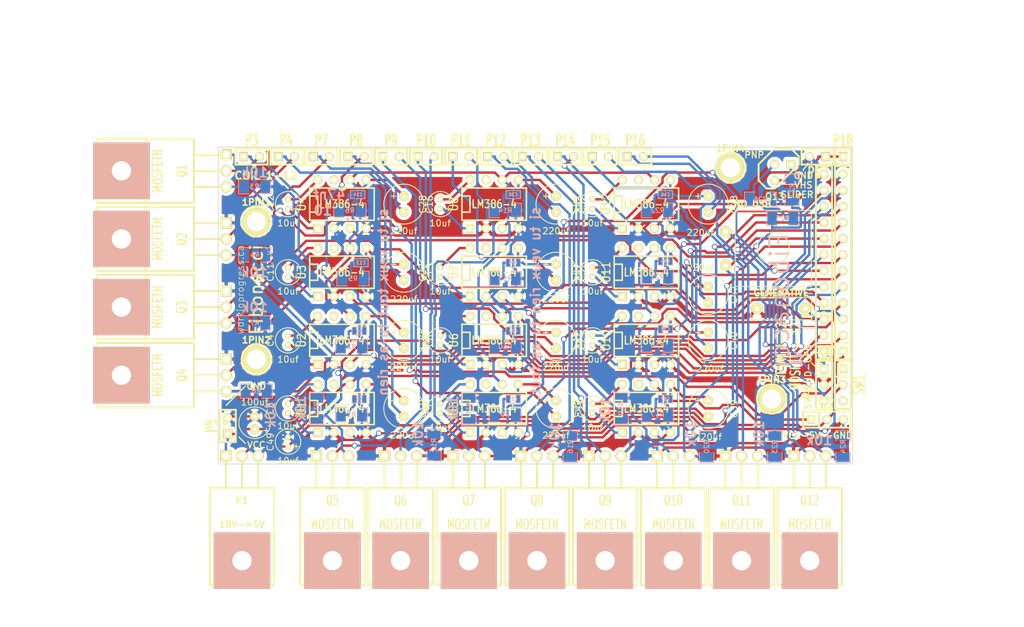
<source format=kicad_pcb>
(kicad_pcb (version 3) (host pcbnew "(2013-07-07 BZR 4022)-stable")
  (layers (15 F.Cu signal) (0 B.Cu signal) (18 B.Paste user) (19 F.Paste user) (20 B.SilkS user) (21 F.SilkS user) (22 B.Mask user) (23 F.Mask user) (28 Edge.Cuts user))
  (net 0 "")
  (net 1 /5V)
  (net 2 /SLIDER)
  (net 3 /mf1)
  (net 4 /mf10)
  (net 5 /mf11)
  (net 6 /mf12)
  (net 7 /mf2)
  (net 8 /mf3)
  (net 9 /mf4)
  (net 10 /mf5)
  (net 11 /mf6)
  (net 12 /mf7)
  (net 13 /mf8)
  (net 14 /mf9)
  (net 15 /pwm1)
  (net 16 /pwm10)
  (net 17 /pwm11)
  (net 18 /pwm12)
  (net 19 /pwm2)
  (net 20 /pwm3)
  (net 21 /pwm4)
  (net 22 /pwm5)
  (net 23 /pwm6)
  (net 24 /pwm7)
  (net 25 /pwm8)
  (net 26 /pwm9)
  (net 27 GND)
  (net 28 N-000001)
  (net 29 N-00000101)
  (net 30 N-00000103)
  (net 31 N-0000011)
  (net 32 N-0000012)
  (net 33 N-0000013)
  (net 34 N-0000014)
  (net 35 N-0000015)
  (net 36 N-0000016)
  (net 37 N-0000017)
  (net 38 N-0000018)
  (net 39 N-0000020)
  (net 40 N-0000021)
  (net 41 N-0000022)
  (net 42 N-0000023)
  (net 43 N-0000025)
  (net 44 N-0000027)
  (net 45 N-0000029)
  (net 46 N-000003)
  (net 47 N-0000033)
  (net 48 N-0000037)
  (net 49 N-0000038)
  (net 50 N-0000039)
  (net 51 N-0000040)
  (net 52 N-0000042)
  (net 53 N-0000043)
  (net 54 N-0000044)
  (net 55 N-0000045)
  (net 56 N-0000048)
  (net 57 N-0000049)
  (net 58 N-0000050)
  (net 59 N-0000051)
  (net 60 N-0000052)
  (net 61 N-0000053)
  (net 62 N-0000055)
  (net 63 N-0000056)
  (net 64 N-0000057)
  (net 65 N-0000058)
  (net 66 N-0000059)
  (net 67 N-0000061)
  (net 68 N-0000062)
  (net 69 N-0000063)
  (net 70 N-0000064)
  (net 71 N-0000065)
  (net 72 N-0000066)
  (net 73 N-0000068)
  (net 74 N-0000069)
  (net 75 N-000007)
  (net 76 N-0000070)
  (net 77 N-0000072)
  (net 78 N-0000073)
  (net 79 N-0000074)
  (net 80 N-0000075)
  (net 81 N-0000076)
  (net 82 N-0000077)
  (net 83 N-0000078)
  (net 84 N-0000079)
  (net 85 N-000008)
  (net 86 N-0000080)
  (net 87 N-0000081)
  (net 88 N-0000082)
  (net 89 N-0000083)
  (net 90 N-0000084)
  (net 91 N-0000085)
  (net 92 N-0000087)
  (net 93 N-0000088)
  (net 94 N-000009)
  (net 95 N-0000090)
  (net 96 N-0000091)
  (net 97 N-0000092)
  (net 98 N-0000093)
  (net 99 N-0000094)
  (net 100 N-0000095)
  (net 101 N-0000096)
  (net 102 N-0000097)
  (net 103 N-0000098)
  (net 104 N-0000099)
  (net 105 VCC)
  (module TO92 (layer F.Cu) (at 239 104)
    (fp_text reference Q13 (at -1.27 3.81) (layer F.SilkS) (effects (font (size 1.016 1.016) (thickness 0.2032))))
    (fp_text value PNP (at -4.5 -2.75) (layer F.SilkS) (effects (font (size 1.016 1.016) (thickness 0.2032))))
    (pad 1 thru_hole rect (at 1.27 -1.27) (size 1.397 1.397) (drill 0.8128) (layers *.Cu *.Mask F.SilkS) (net 29 N-00000101))
    (pad 2 thru_hole circle (at -1.27 -1.27) (size 1.397 1.397) (drill 0.8128) (layers *.Cu *.Mask F.SilkS) (net 104 N-0000099))
    (pad 3 thru_hole circle (at -1.27 1.27) (size 1.397 1.397) (drill 0.8128) (layers *.Cu *.Mask F.SilkS) (net 2 /SLIDER))
  )
  (module TO220GDS (layer F.Cu) (at 211 148.75 270)
    (fp_text reference Q9 (at 6.985 0 360) (layer F.SilkS) (effects (font (size 1.524 1.016) (thickness 0.2032))))
    (fp_text value MOSFETN (at 10.795 0 360) (layer F.SilkS) (effects (font (size 1.524 1.016) (thickness 0.2032))))
    (pad 4 thru_hole rect (at 16.51 0 270) (size 8.89 8.89) (drill 3.048) (layers *.Cu *.SilkS *.Mask))
    (pad G thru_hole circle (at 0 -2.54 270) (size 1.778 1.778) (drill 1.143) (layers *.Cu *.Mask F.SilkS) (net 14 /mf9))
    (pad D thru_hole circle (at 0 0 270) (size 1.778 1.778) (drill 1.143) (layers *.Cu *.Mask F.SilkS) (net 98 N-0000093))
    (pad S thru_hole rect (at 0 2.54 270) (size 1.778 1.778) (drill 1.143) (layers *.Cu *.Mask F.SilkS) (net 27 GND))
  )
  (module TO220GDS (layer F.Cu) (at 243.25 148.75 270)
    (fp_text reference Q12 (at 6.985 0 360) (layer F.SilkS) (effects (font (size 1.524 1.016) (thickness 0.2032))))
    (fp_text value MOSFETN (at 10.795 0 360) (layer F.SilkS) (effects (font (size 1.524 1.016) (thickness 0.2032))))
    (pad 4 thru_hole rect (at 16.51 0 270) (size 8.89 8.89) (drill 3.048) (layers *.Cu *.SilkS *.Mask))
    (pad G thru_hole circle (at 0 -2.54 270) (size 1.778 1.778) (drill 1.143) (layers *.Cu *.Mask F.SilkS) (net 6 /mf12))
    (pad D thru_hole circle (at 0 0 270) (size 1.778 1.778) (drill 1.143) (layers *.Cu *.Mask F.SilkS) (net 66 N-0000059))
    (pad S thru_hole rect (at 0 2.54 270) (size 1.778 1.778) (drill 1.143) (layers *.Cu *.Mask F.SilkS) (net 27 GND))
  )
  (module TO220GDS (layer F.Cu) (at 151.25 114.5 180)
    (fp_text reference Q2 (at 6.985 0 270) (layer F.SilkS) (effects (font (size 1.524 1.016) (thickness 0.2032))))
    (fp_text value MOSFETN (at 10.795 0 270) (layer F.SilkS) (effects (font (size 1.524 1.016) (thickness 0.2032))))
    (pad 4 thru_hole rect (at 16.51 0 180) (size 8.89 8.89) (drill 3.048) (layers *.Cu *.SilkS *.Mask))
    (pad G thru_hole circle (at 0 -2.54 180) (size 1.778 1.778) (drill 1.143) (layers *.Cu *.Mask F.SilkS) (net 7 /mf2))
    (pad D thru_hole circle (at 0 0 180) (size 1.778 1.778) (drill 1.143) (layers *.Cu *.Mask F.SilkS) (net 44 N-0000027))
    (pad S thru_hole rect (at 0 2.54 180) (size 1.778 1.778) (drill 1.143) (layers *.Cu *.Mask F.SilkS) (net 27 GND))
  )
  (module TO220GDS (layer F.Cu) (at 178.75 148.75 270)
    (fp_text reference Q6 (at 6.985 0 360) (layer F.SilkS) (effects (font (size 1.524 1.016) (thickness 0.2032))))
    (fp_text value MOSFETN (at 10.795 0 360) (layer F.SilkS) (effects (font (size 1.524 1.016) (thickness 0.2032))))
    (pad 4 thru_hole rect (at 16.51 0 270) (size 8.89 8.89) (drill 3.048) (layers *.Cu *.SilkS *.Mask))
    (pad G thru_hole circle (at 0 -2.54 270) (size 1.778 1.778) (drill 1.143) (layers *.Cu *.Mask F.SilkS) (net 11 /mf6))
    (pad D thru_hole circle (at 0 0 270) (size 1.778 1.778) (drill 1.143) (layers *.Cu *.Mask F.SilkS) (net 42 N-0000023))
    (pad S thru_hole rect (at 0 2.54 270) (size 1.778 1.778) (drill 1.143) (layers *.Cu *.Mask F.SilkS) (net 27 GND))
  )
  (module TO220GDS (layer F.Cu) (at 151.25 125.25 180)
    (fp_text reference Q3 (at 6.985 0 270) (layer F.SilkS) (effects (font (size 1.524 1.016) (thickness 0.2032))))
    (fp_text value MOSFETN (at 10.795 0 270) (layer F.SilkS) (effects (font (size 1.524 1.016) (thickness 0.2032))))
    (pad 4 thru_hole rect (at 16.51 0 180) (size 8.89 8.89) (drill 3.048) (layers *.Cu *.SilkS *.Mask))
    (pad G thru_hole circle (at 0 -2.54 180) (size 1.778 1.778) (drill 1.143) (layers *.Cu *.Mask F.SilkS) (net 8 /mf3))
    (pad D thru_hole circle (at 0 0 180) (size 1.778 1.778) (drill 1.143) (layers *.Cu *.Mask F.SilkS) (net 61 N-0000053))
    (pad S thru_hole rect (at 0 2.54 180) (size 1.778 1.778) (drill 1.143) (layers *.Cu *.Mask F.SilkS) (net 27 GND))
  )
  (module TO220GDS (layer F.Cu) (at 189.5 148.75 270)
    (fp_text reference Q7 (at 6.985 0 360) (layer F.SilkS) (effects (font (size 1.524 1.016) (thickness 0.2032))))
    (fp_text value MOSFETN (at 10.795 0 360) (layer F.SilkS) (effects (font (size 1.524 1.016) (thickness 0.2032))))
    (pad 4 thru_hole rect (at 16.51 0 270) (size 8.89 8.89) (drill 3.048) (layers *.Cu *.SilkS *.Mask))
    (pad G thru_hole circle (at 0 -2.54 270) (size 1.778 1.778) (drill 1.143) (layers *.Cu *.Mask F.SilkS) (net 12 /mf7))
    (pad D thru_hole circle (at 0 0 270) (size 1.778 1.778) (drill 1.143) (layers *.Cu *.Mask F.SilkS) (net 38 N-0000018))
    (pad S thru_hole rect (at 0 2.54 270) (size 1.778 1.778) (drill 1.143) (layers *.Cu *.Mask F.SilkS) (net 27 GND))
  )
  (module TO220GDS (layer F.Cu) (at 232.5 148.75 270)
    (fp_text reference Q11 (at 6.985 0 360) (layer F.SilkS) (effects (font (size 1.524 1.016) (thickness 0.2032))))
    (fp_text value MOSFETN (at 10.795 0 360) (layer F.SilkS) (effects (font (size 1.524 1.016) (thickness 0.2032))))
    (pad 4 thru_hole rect (at 16.51 0 270) (size 8.89 8.89) (drill 3.048) (layers *.Cu *.SilkS *.Mask))
    (pad G thru_hole circle (at 0 -2.54 270) (size 1.778 1.778) (drill 1.143) (layers *.Cu *.Mask F.SilkS) (net 5 /mf11))
    (pad D thru_hole circle (at 0 0 270) (size 1.778 1.778) (drill 1.143) (layers *.Cu *.Mask F.SilkS) (net 72 N-0000066))
    (pad S thru_hole rect (at 0 2.54 270) (size 1.778 1.778) (drill 1.143) (layers *.Cu *.Mask F.SilkS) (net 27 GND))
  )
  (module TO220GDS (layer F.Cu) (at 151.25 136 180)
    (fp_text reference Q4 (at 6.985 0 270) (layer F.SilkS) (effects (font (size 1.524 1.016) (thickness 0.2032))))
    (fp_text value MOSFETN (at 10.795 0 270) (layer F.SilkS) (effects (font (size 1.524 1.016) (thickness 0.2032))))
    (pad 4 thru_hole rect (at 16.51 0 180) (size 8.89 8.89) (drill 3.048) (layers *.Cu *.SilkS *.Mask))
    (pad G thru_hole circle (at 0 -2.54 180) (size 1.778 1.778) (drill 1.143) (layers *.Cu *.Mask F.SilkS) (net 9 /mf4))
    (pad D thru_hole circle (at 0 0 180) (size 1.778 1.778) (drill 1.143) (layers *.Cu *.Mask F.SilkS) (net 54 N-0000044))
    (pad S thru_hole rect (at 0 2.54 180) (size 1.778 1.778) (drill 1.143) (layers *.Cu *.Mask F.SilkS) (net 27 GND))
  )
  (module TO220GDS (layer F.Cu) (at 151.25 103.75 180)
    (fp_text reference Q1 (at 6.985 0 270) (layer F.SilkS) (effects (font (size 1.524 1.016) (thickness 0.2032))))
    (fp_text value MOSFETN (at 10.795 0 270) (layer F.SilkS) (effects (font (size 1.524 1.016) (thickness 0.2032))))
    (pad 4 thru_hole rect (at 16.51 0 180) (size 8.89 8.89) (drill 3.048) (layers *.Cu *.SilkS *.Mask))
    (pad G thru_hole circle (at 0 -2.54 180) (size 1.778 1.778) (drill 1.143) (layers *.Cu *.Mask F.SilkS) (net 3 /mf1))
    (pad D thru_hole circle (at 0 0 180) (size 1.778 1.778) (drill 1.143) (layers *.Cu *.Mask F.SilkS) (net 103 N-0000098))
    (pad S thru_hole rect (at 0 2.54 180) (size 1.778 1.778) (drill 1.143) (layers *.Cu *.Mask F.SilkS) (net 27 GND))
  )
  (module TO220GDS (layer F.Cu) (at 200.25 148.75 270)
    (fp_text reference Q8 (at 6.985 0 360) (layer F.SilkS) (effects (font (size 1.524 1.016) (thickness 0.2032))))
    (fp_text value MOSFETN (at 10.795 0 360) (layer F.SilkS) (effects (font (size 1.524 1.016) (thickness 0.2032))))
    (pad 4 thru_hole rect (at 16.51 0 270) (size 8.89 8.89) (drill 3.048) (layers *.Cu *.SilkS *.Mask))
    (pad G thru_hole circle (at 0 -2.54 270) (size 1.778 1.778) (drill 1.143) (layers *.Cu *.Mask F.SilkS) (net 13 /mf8))
    (pad D thru_hole circle (at 0 0 270) (size 1.778 1.778) (drill 1.143) (layers *.Cu *.Mask F.SilkS) (net 91 N-0000085))
    (pad S thru_hole rect (at 0 2.54 270) (size 1.778 1.778) (drill 1.143) (layers *.Cu *.Mask F.SilkS) (net 27 GND))
  )
  (module TO220GDS (layer F.Cu) (at 221.75 148.75 270)
    (fp_text reference Q10 (at 6.985 0 360) (layer F.SilkS) (effects (font (size 1.524 1.016) (thickness 0.2032))))
    (fp_text value MOSFETN (at 10.795 0 360) (layer F.SilkS) (effects (font (size 1.524 1.016) (thickness 0.2032))))
    (pad 4 thru_hole rect (at 16.51 0 270) (size 8.89 8.89) (drill 3.048) (layers *.Cu *.SilkS *.Mask))
    (pad G thru_hole circle (at 0 -2.54 270) (size 1.778 1.778) (drill 1.143) (layers *.Cu *.Mask F.SilkS) (net 4 /mf10))
    (pad D thru_hole circle (at 0 0 270) (size 1.778 1.778) (drill 1.143) (layers *.Cu *.Mask F.SilkS) (net 93 N-0000088))
    (pad S thru_hole rect (at 0 2.54 270) (size 1.778 1.778) (drill 1.143) (layers *.Cu *.Mask F.SilkS) (net 27 GND))
  )
  (module TO220GDS (layer F.Cu) (at 168 148.75 270)
    (fp_text reference Q5 (at 6.985 0 360) (layer F.SilkS) (effects (font (size 1.524 1.016) (thickness 0.2032))))
    (fp_text value MOSFETN (at 10.795 0 360) (layer F.SilkS) (effects (font (size 1.524 1.016) (thickness 0.2032))))
    (pad 4 thru_hole rect (at 16.51 0 270) (size 8.89 8.89) (drill 3.048) (layers *.Cu *.SilkS *.Mask))
    (pad G thru_hole circle (at 0 -2.54 270) (size 1.778 1.778) (drill 1.143) (layers *.Cu *.Mask F.SilkS) (net 10 /mf5))
    (pad D thru_hole circle (at 0 0 270) (size 1.778 1.778) (drill 1.143) (layers *.Cu *.Mask F.SilkS) (net 28 N-000001))
    (pad S thru_hole rect (at 0 2.54 270) (size 1.778 1.778) (drill 1.143) (layers *.Cu *.Mask F.SilkS) (net 27 GND))
  )
  (module TO220 (layer F.Cu) (at 153.75 148.75 270)
    (fp_text reference K1 (at 6.985 0 360) (layer F.SilkS) (effects (font (size 1.016 1.016) (thickness 0.2032))))
    (fp_text value 18V->5V (at 10.795 0 360) (layer F.SilkS) (effects (font (size 1.016 1.016) (thickness 0.2032))))
    (pad 1 thru_hole rect (at 0 2.54 270) (size 1.778 1.778) (drill 1.143) (layers *.Cu *.Mask F.SilkS) (net 105 VCC))
    (pad 2 thru_hole circle (at 0 -2.54 270) (size 1.778 1.778) (drill 1.143) (layers *.Cu *.Mask F.SilkS) (net 27 GND))
    (pad 3 thru_hole circle (at 0 0 270) (size 1.778 1.778) (drill 1.143) (layers *.Cu *.Mask F.SilkS) (net 1 /5V))
    (pad 4 thru_hole rect (at 16.51 0 270) (size 8.89 8.89) (drill 3.048) (layers *.Cu *.SilkS *.Mask))
  )
  (module SIL-3 (layer F.Cu) (at 248.5 137.5 270)
    (fp_text reference SW1 (at 0 -2.54 270) (layer F.SilkS) (effects (font (size 1.7907 1.07696) (thickness 0.3048))))
    (fp_text value SWITCH_INV hide)
    (pad 1 thru_hole rect (at -2.54 0 270) (size 1.397 1.397) (drill 0.8128) (layers *.Cu *.Mask F.SilkS))
    (pad 2 thru_hole circle (at 0 0 270) (size 1.397 1.397) (drill 0.8128) (layers *.Cu *.Mask F.SilkS) (net 1 /5V))
    (pad 3 thru_hole circle (at 2.54 0 270) (size 1.397 1.397) (drill 0.8128) (layers *.Cu *.Mask F.SilkS) (net 47 N-0000033))
  )
  (module SIL-2 (layer F.Cu) (at 171.75 101.5)
    (fp_text reference P8 (at 0 -2.54) (layer F.SilkS) (effects (font (size 1.72974 1.08712) (thickness 0.3048))))
    (fp_text value COIL4 hide)
    (pad 1 thru_hole rect (at -1.27 0) (size 1.397 1.397) (drill 0.8128) (layers *.Cu *.Mask F.SilkS) (net 55 N-0000045))
    (pad 2 thru_hole circle (at 1.27 0) (size 1.397 1.397) (drill 0.8128) (layers *.Cu *.Mask F.SilkS) (net 54 N-0000044))
  )
  (module SIL-2 (layer F.Cu) (at 199.25 101.5)
    (fp_text reference P13 (at 0 -2.54) (layer F.SilkS) (effects (font (size 1.72974 1.08712) (thickness 0.3048))))
    (fp_text value COIL9 hide)
    (pad 1 thru_hole rect (at -1.27 0) (size 1.397 1.397) (drill 0.8128) (layers *.Cu *.Mask F.SilkS) (net 97 N-0000092))
    (pad 2 thru_hole circle (at 1.27 0) (size 1.397 1.397) (drill 0.8128) (layers *.Cu *.Mask F.SilkS) (net 98 N-0000093))
  )
  (module SIL-2 (layer F.Cu) (at 160.75 101.5)
    (fp_text reference P4 (at 0 -2.54) (layer F.SilkS) (effects (font (size 1.72974 1.08712) (thickness 0.3048))))
    (fp_text value COIL2 hide)
    (pad 1 thru_hole rect (at -1.27 0) (size 1.397 1.397) (drill 0.8128) (layers *.Cu *.Mask F.SilkS) (net 58 N-0000050))
    (pad 2 thru_hole circle (at 1.27 0) (size 1.397 1.397) (drill 0.8128) (layers *.Cu *.Mask F.SilkS) (net 44 N-0000027))
  )
  (module SIL-2 (layer F.Cu) (at 177.25 101.5)
    (fp_text reference P9 (at 0 -2.54) (layer F.SilkS) (effects (font (size 1.72974 1.08712) (thickness 0.3048))))
    (fp_text value COIL5 hide)
    (pad 1 thru_hole rect (at -1.27 0) (size 1.397 1.397) (drill 0.8128) (layers *.Cu *.Mask F.SilkS) (net 31 N-0000011))
    (pad 2 thru_hole circle (at 1.27 0) (size 1.397 1.397) (drill 0.8128) (layers *.Cu *.Mask F.SilkS) (net 28 N-000001))
  )
  (module SIL-2 (layer F.Cu) (at 210.25 101.5)
    (fp_text reference P15 (at 0 -2.54) (layer F.SilkS) (effects (font (size 1.72974 1.08712) (thickness 0.3048))))
    (fp_text value COIL11 hide)
    (pad 1 thru_hole rect (at -1.27 0) (size 1.397 1.397) (drill 0.8128) (layers *.Cu *.Mask F.SilkS) (net 71 N-0000065))
    (pad 2 thru_hole circle (at 1.27 0) (size 1.397 1.397) (drill 0.8128) (layers *.Cu *.Mask F.SilkS) (net 72 N-0000066))
  )
  (module SIL-2 (layer F.Cu) (at 166.25 101.5)
    (fp_text reference P7 (at 0 -2.54) (layer F.SilkS) (effects (font (size 1.72974 1.08712) (thickness 0.3048))))
    (fp_text value COIL3 hide)
    (pad 1 thru_hole rect (at -1.27 0) (size 1.397 1.397) (drill 0.8128) (layers *.Cu *.Mask F.SilkS) (net 60 N-0000052))
    (pad 2 thru_hole circle (at 1.27 0) (size 1.397 1.397) (drill 0.8128) (layers *.Cu *.Mask F.SilkS) (net 61 N-0000053))
  )
  (module SIL-2 (layer F.Cu) (at 204.75 101.5)
    (fp_text reference P14 (at 0 -2.54) (layer F.SilkS) (effects (font (size 1.72974 1.08712) (thickness 0.3048))))
    (fp_text value COIL10 hide)
    (pad 1 thru_hole rect (at -1.27 0) (size 1.397 1.397) (drill 0.8128) (layers *.Cu *.Mask F.SilkS) (net 92 N-0000087))
    (pad 2 thru_hole circle (at 1.27 0) (size 1.397 1.397) (drill 0.8128) (layers *.Cu *.Mask F.SilkS) (net 93 N-0000088))
  )
  (module SIL-2 (layer F.Cu) (at 182.75 101.5)
    (fp_text reference P10 (at 0 -2.54) (layer F.SilkS) (effects (font (size 1.72974 1.08712) (thickness 0.3048))))
    (fp_text value COIL6 hide)
    (pad 1 thru_hole rect (at -1.27 0) (size 1.397 1.397) (drill 0.8128) (layers *.Cu *.Mask F.SilkS) (net 41 N-0000022))
    (pad 2 thru_hole circle (at 1.27 0) (size 1.397 1.397) (drill 0.8128) (layers *.Cu *.Mask F.SilkS) (net 42 N-0000023))
  )
  (module SIL-2 (layer F.Cu) (at 244.5 101.5 180)
    (fp_text reference P17 (at 0 -2.54 180) (layer F.SilkS) (effects (font (size 1.72974 1.08712) (thickness 0.3048))))
    (fp_text value VHS hide)
    (pad 1 thru_hole rect (at -1.27 0 180) (size 1.397 1.397) (drill 0.8128) (layers *.Cu *.Mask F.SilkS) (net 2 /SLIDER))
    (pad 2 thru_hole circle (at 1.27 0 180) (size 1.397 1.397) (drill 0.8128) (layers *.Cu *.Mask F.SilkS) (net 27 GND))
  )
  (module SIL-2 (layer F.Cu) (at 245.5 138.75 90)
    (fp_text reference P6 (at 0 -2.54 90) (layer F.SilkS) (effects (font (size 1.72974 1.08712) (thickness 0.3048))))
    (fp_text value HiCu hide)
    (pad 1 thru_hole rect (at -1.27 0 90) (size 1.397 1.397) (drill 0.8128) (layers *.Cu *.Mask F.SilkS) (net 76 N-0000070))
    (pad 2 thru_hole circle (at 1.27 0 90) (size 1.397 1.397) (drill 0.8128) (layers *.Cu *.Mask F.SilkS) (net 27 GND))
  )
  (module SIL-2 (layer F.Cu) (at 193.75 101.5)
    (fp_text reference P12 (at 0 -2.54) (layer F.SilkS) (effects (font (size 1.72974 1.08712) (thickness 0.3048))))
    (fp_text value COIL8 hide)
    (pad 1 thru_hole rect (at -1.27 0) (size 1.397 1.397) (drill 0.8128) (layers *.Cu *.Mask F.SilkS) (net 90 N-0000084))
    (pad 2 thru_hole circle (at 1.27 0) (size 1.397 1.397) (drill 0.8128) (layers *.Cu *.Mask F.SilkS) (net 91 N-0000085))
  )
  (module SIL-2 (layer F.Cu) (at 215.75 101.5)
    (fp_text reference P16 (at 0 -2.54) (layer F.SilkS) (effects (font (size 1.72974 1.08712) (thickness 0.3048))))
    (fp_text value COIL12 hide)
    (pad 1 thru_hole rect (at -1.27 0) (size 1.397 1.397) (drill 0.8128) (layers *.Cu *.Mask F.SilkS) (net 79 N-0000074))
    (pad 2 thru_hole circle (at 1.27 0) (size 1.397 1.397) (drill 0.8128) (layers *.Cu *.Mask F.SilkS) (net 66 N-0000059))
  )
  (module SIL-2 (layer F.Cu) (at 155.25 101.5)
    (fp_text reference P3 (at 0 -2.54) (layer F.SilkS) (effects (font (size 1.72974 1.08712) (thickness 0.3048))))
    (fp_text value COIL1 hide)
    (pad 1 thru_hole rect (at -1.27 0) (size 1.397 1.397) (drill 0.8128) (layers *.Cu *.Mask F.SilkS) (net 50 N-0000039))
    (pad 2 thru_hole circle (at 1.27 0) (size 1.397 1.397) (drill 0.8128) (layers *.Cu *.Mask F.SilkS) (net 103 N-0000098))
  )
  (module SIL-2 (layer F.Cu) (at 188.25 101.5)
    (fp_text reference P11 (at 0 -2.54) (layer F.SilkS) (effects (font (size 1.72974 1.08712) (thickness 0.3048))))
    (fp_text value COIL7 hide)
    (pad 1 thru_hole rect (at -1.27 0) (size 1.397 1.397) (drill 0.8128) (layers *.Cu *.Mask F.SilkS) (net 86 N-0000080))
    (pad 2 thru_hole circle (at 1.27 0) (size 1.397 1.397) (drill 0.8128) (layers *.Cu *.Mask F.SilkS) (net 38 N-0000018))
  )
  (module SIL-2 (layer F.Cu) (at 151.5 144 90)
    (fp_text reference P5 (at 0 -2.54 90) (layer F.SilkS) (effects (font (size 1.72974 1.08712) (thickness 0.3048))))
    (fp_text value 18V hide)
    (pad 1 thru_hole rect (at -1.27 0 90) (size 1.397 1.397) (drill 0.8128) (layers *.Cu *.Mask F.SilkS) (net 105 VCC))
    (pad 2 thru_hole circle (at 1.27 0 90) (size 1.397 1.397) (drill 0.8128) (layers *.Cu *.Mask F.SilkS) (net 27 GND))
  )
  (module SIL-12 (layer F.Cu) (at 245.5 118.25 90)
    (fp_text reference P2 (at -7.62 -2.54 90) (layer F.SilkS) (effects (font (size 1.72974 1.08712) (thickness 0.3048))))
    (fp_text value "PWM 1-12" (at -13.5 -6.75 90) (layer F.SilkS) (effects (font (size 1.524 1.016) (thickness 0.254))))
    (pad 1 thru_hole rect (at -13.97 0 90) (size 1.397 1.397) (drill 0.8128) (layers *.Cu *.Mask F.SilkS) (net 15 /pwm1))
    (pad 2 thru_hole circle (at -11.43 0 90) (size 1.397 1.397) (drill 0.8128) (layers *.Cu *.Mask F.SilkS) (net 19 /pwm2))
    (pad 3 thru_hole circle (at -8.89 0 90) (size 1.397 1.397) (drill 0.8128) (layers *.Cu *.Mask F.SilkS) (net 20 /pwm3))
    (pad 4 thru_hole circle (at -6.35 0 90) (size 1.397 1.397) (drill 0.8128) (layers *.Cu *.Mask F.SilkS) (net 21 /pwm4))
    (pad 5 thru_hole circle (at -3.81 0 90) (size 1.397 1.397) (drill 0.8128) (layers *.Cu *.Mask F.SilkS) (net 22 /pwm5))
    (pad 6 thru_hole circle (at -1.27 0 90) (size 1.397 1.397) (drill 0.8128) (layers *.Cu *.Mask F.SilkS) (net 23 /pwm6))
    (pad 7 thru_hole circle (at 1.27 0 90) (size 1.397 1.397) (drill 0.8128) (layers *.Cu *.Mask F.SilkS) (net 24 /pwm7))
    (pad 8 thru_hole circle (at 3.81 0 90) (size 1.397 1.397) (drill 0.8128) (layers *.Cu *.Mask F.SilkS) (net 25 /pwm8))
    (pad 9 thru_hole circle (at 6.35 0 90) (size 1.397 1.397) (drill 0.8128) (layers *.Cu *.Mask F.SilkS) (net 26 /pwm9))
    (pad 10 thru_hole circle (at 8.89 0 90) (size 1.397 1.397) (drill 0.8128) (layers *.Cu *.Mask F.SilkS) (net 16 /pwm10))
    (pad 11 thru_hole circle (at 11.43 0 90) (size 1.397 1.397) (drill 0.8128) (layers *.Cu *.Mask F.SilkS) (net 17 /pwm11))
    (pad 12 thru_hole circle (at 13.97 0 90) (size 1.397 1.397) (drill 0.8128) (layers *.Cu *.Mask F.SilkS) (net 18 /pwm12))
  )
  (module SIL-12 (layer F.Cu) (at 248.5 118.25 90)
    (fp_text reference P1 (at -7.62 -2.54 90) (layer F.SilkS) (effects (font (size 1.72974 1.08712) (thickness 0.3048))))
    (fp_text value "MOSFET 1-12" (at -14.75 -7.5 90) (layer F.SilkS) (effects (font (size 1.524 1.016) (thickness 0.254))))
    (pad 1 thru_hole rect (at -13.97 0 90) (size 1.397 1.397) (drill 0.8128) (layers *.Cu *.Mask F.SilkS) (net 3 /mf1))
    (pad 2 thru_hole circle (at -11.43 0 90) (size 1.397 1.397) (drill 0.8128) (layers *.Cu *.Mask F.SilkS) (net 7 /mf2))
    (pad 3 thru_hole circle (at -8.89 0 90) (size 1.397 1.397) (drill 0.8128) (layers *.Cu *.Mask F.SilkS) (net 8 /mf3))
    (pad 4 thru_hole circle (at -6.35 0 90) (size 1.397 1.397) (drill 0.8128) (layers *.Cu *.Mask F.SilkS) (net 9 /mf4))
    (pad 5 thru_hole circle (at -3.81 0 90) (size 1.397 1.397) (drill 0.8128) (layers *.Cu *.Mask F.SilkS) (net 10 /mf5))
    (pad 6 thru_hole circle (at -1.27 0 90) (size 1.397 1.397) (drill 0.8128) (layers *.Cu *.Mask F.SilkS) (net 11 /mf6))
    (pad 7 thru_hole circle (at 1.27 0 90) (size 1.397 1.397) (drill 0.8128) (layers *.Cu *.Mask F.SilkS) (net 12 /mf7))
    (pad 8 thru_hole circle (at 3.81 0 90) (size 1.397 1.397) (drill 0.8128) (layers *.Cu *.Mask F.SilkS) (net 13 /mf8))
    (pad 9 thru_hole circle (at 6.35 0 90) (size 1.397 1.397) (drill 0.8128) (layers *.Cu *.Mask F.SilkS) (net 14 /mf9))
    (pad 10 thru_hole circle (at 8.89 0 90) (size 1.397 1.397) (drill 0.8128) (layers *.Cu *.Mask F.SilkS) (net 4 /mf10))
    (pad 11 thru_hole circle (at 11.43 0 90) (size 1.397 1.397) (drill 0.8128) (layers *.Cu *.Mask F.SilkS) (net 5 /mf11))
    (pad 12 thru_hole circle (at 13.97 0 90) (size 1.397 1.397) (drill 0.8128) (layers *.Cu *.Mask F.SilkS) (net 6 /mf12))
  )
  (module SIL-1 (layer F.Cu) (at 248.5 101.5)
    (fp_text reference P18 (at 0 -2.54) (layer F.SilkS) (effects (font (size 1.72974 1.08712) (thickness 0.27178))))
    (fp_text value CONN_1 hide)
    (pad 1 thru_hole rect (at 0 0) (size 1.397 1.397) (drill 0.8128) (layers *.Cu *.Mask F.SilkS) (net 2 /SLIDER))
  )
  (module DIP-8__300 (layer F.Cu) (at 217.5 119.75)
    (fp_text reference U11 (at -6.35 0 90) (layer F.SilkS) (effects (font (size 1.27 1.143) (thickness 0.2032))))
    (fp_text value LM386-4 (at 0 0) (layer F.SilkS) (effects (font (size 1.27 1.016) (thickness 0.2032))))
    (pad 1 thru_hole rect (at -3.81 3.81) (size 1.397 1.397) (drill 0.8128) (layers *.Cu *.Mask F.SilkS) (net 73 N-0000068))
    (pad 2 thru_hole circle (at -1.27 3.81) (size 1.397 1.397) (drill 0.8128) (layers *.Cu *.Mask F.SilkS) (net 27 GND))
    (pad 3 thru_hole circle (at 1.27 3.81) (size 1.397 1.397) (drill 0.8128) (layers *.Cu *.Mask F.SilkS) (net 17 /pwm11))
    (pad 4 thru_hole circle (at 3.81 3.81) (size 1.397 1.397) (drill 0.8128) (layers *.Cu *.Mask F.SilkS) (net 27 GND))
    (pad 5 thru_hole circle (at 3.81 -3.81) (size 1.397 1.397) (drill 0.8128) (layers *.Cu *.Mask F.SilkS) (net 64 N-0000057))
    (pad 6 thru_hole circle (at 1.27 -3.81) (size 1.397 1.397) (drill 0.8128) (layers *.Cu *.Mask F.SilkS) (net 105 VCC))
    (pad 7 thru_hole circle (at -1.27 -3.81) (size 1.397 1.397) (drill 0.8128) (layers *.Cu *.Mask F.SilkS))
    (pad 8 thru_hole circle (at -3.81 -3.81) (size 1.397 1.397) (drill 0.8128) (layers *.Cu *.Mask F.SilkS) (net 63 N-0000056))
  )
  (module DIP-8__300 (layer F.Cu) (at 193.5 109)
    (fp_text reference U8 (at -6.35 0 90) (layer F.SilkS) (effects (font (size 1.27 1.143) (thickness 0.2032))))
    (fp_text value LM386-4 (at 0 0) (layer F.SilkS) (effects (font (size 1.27 1.016) (thickness 0.2032))))
    (pad 1 thru_hole rect (at -3.81 3.81) (size 1.397 1.397) (drill 0.8128) (layers *.Cu *.Mask F.SilkS) (net 81 N-0000076))
    (pad 2 thru_hole circle (at -1.27 3.81) (size 1.397 1.397) (drill 0.8128) (layers *.Cu *.Mask F.SilkS) (net 27 GND))
    (pad 3 thru_hole circle (at 1.27 3.81) (size 1.397 1.397) (drill 0.8128) (layers *.Cu *.Mask F.SilkS) (net 25 /pwm8))
    (pad 4 thru_hole circle (at 3.81 3.81) (size 1.397 1.397) (drill 0.8128) (layers *.Cu *.Mask F.SilkS) (net 27 GND))
    (pad 5 thru_hole circle (at 3.81 -3.81) (size 1.397 1.397) (drill 0.8128) (layers *.Cu *.Mask F.SilkS) (net 83 N-0000078))
    (pad 6 thru_hole circle (at 1.27 -3.81) (size 1.397 1.397) (drill 0.8128) (layers *.Cu *.Mask F.SilkS) (net 105 VCC))
    (pad 7 thru_hole circle (at -1.27 -3.81) (size 1.397 1.397) (drill 0.8128) (layers *.Cu *.Mask F.SilkS))
    (pad 8 thru_hole circle (at -3.81 -3.81) (size 1.397 1.397) (drill 0.8128) (layers *.Cu *.Mask F.SilkS) (net 82 N-0000077))
  )
  (module DIP-8__300 (layer F.Cu) (at 193.5 130.5)
    (fp_text reference U6 (at -6.35 0 90) (layer F.SilkS) (effects (font (size 1.27 1.143) (thickness 0.2032))))
    (fp_text value LM386-4 (at 0 0) (layer F.SilkS) (effects (font (size 1.27 1.016) (thickness 0.2032))))
    (pad 1 thru_hole rect (at -3.81 3.81) (size 1.397 1.397) (drill 0.8128) (layers *.Cu *.Mask F.SilkS) (net 43 N-0000025))
    (pad 2 thru_hole circle (at -1.27 3.81) (size 1.397 1.397) (drill 0.8128) (layers *.Cu *.Mask F.SilkS) (net 27 GND))
    (pad 3 thru_hole circle (at 1.27 3.81) (size 1.397 1.397) (drill 0.8128) (layers *.Cu *.Mask F.SilkS) (net 23 /pwm6))
    (pad 4 thru_hole circle (at 3.81 3.81) (size 1.397 1.397) (drill 0.8128) (layers *.Cu *.Mask F.SilkS) (net 27 GND))
    (pad 5 thru_hole circle (at 3.81 -3.81) (size 1.397 1.397) (drill 0.8128) (layers *.Cu *.Mask F.SilkS) (net 36 N-0000016))
    (pad 6 thru_hole circle (at 1.27 -3.81) (size 1.397 1.397) (drill 0.8128) (layers *.Cu *.Mask F.SilkS) (net 105 VCC))
    (pad 7 thru_hole circle (at -1.27 -3.81) (size 1.397 1.397) (drill 0.8128) (layers *.Cu *.Mask F.SilkS))
    (pad 8 thru_hole circle (at -3.81 -3.81) (size 1.397 1.397) (drill 0.8128) (layers *.Cu *.Mask F.SilkS) (net 35 N-0000015))
  )
  (module DIP-8__300 (layer F.Cu) (at 217.5 130.5)
    (fp_text reference U10 (at -6.35 0 90) (layer F.SilkS) (effects (font (size 1.27 1.143) (thickness 0.2032))))
    (fp_text value LM386-4 (at 0 0) (layer F.SilkS) (effects (font (size 1.27 1.016) (thickness 0.2032))))
    (pad 1 thru_hole rect (at -3.81 3.81) (size 1.397 1.397) (drill 0.8128) (layers *.Cu *.Mask F.SilkS) (net 96 N-0000091))
    (pad 2 thru_hole circle (at -1.27 3.81) (size 1.397 1.397) (drill 0.8128) (layers *.Cu *.Mask F.SilkS) (net 27 GND))
    (pad 3 thru_hole circle (at 1.27 3.81) (size 1.397 1.397) (drill 0.8128) (layers *.Cu *.Mask F.SilkS) (net 16 /pwm10))
    (pad 4 thru_hole circle (at 3.81 3.81) (size 1.397 1.397) (drill 0.8128) (layers *.Cu *.Mask F.SilkS) (net 27 GND))
    (pad 5 thru_hole circle (at 3.81 -3.81) (size 1.397 1.397) (drill 0.8128) (layers *.Cu *.Mask F.SilkS) (net 68 N-0000062))
    (pad 6 thru_hole circle (at 1.27 -3.81) (size 1.397 1.397) (drill 0.8128) (layers *.Cu *.Mask F.SilkS) (net 105 VCC))
    (pad 7 thru_hole circle (at -1.27 -3.81) (size 1.397 1.397) (drill 0.8128) (layers *.Cu *.Mask F.SilkS))
    (pad 8 thru_hole circle (at -3.81 -3.81) (size 1.397 1.397) (drill 0.8128) (layers *.Cu *.Mask F.SilkS) (net 67 N-0000061))
  )
  (module DIP-8__300 (layer F.Cu) (at 217.5 109)
    (fp_text reference U12 (at -6.35 0 90) (layer F.SilkS) (effects (font (size 1.27 1.143) (thickness 0.2032))))
    (fp_text value LM386-4 (at 0 0) (layer F.SilkS) (effects (font (size 1.27 1.016) (thickness 0.2032))))
    (pad 1 thru_hole rect (at -3.81 3.81) (size 1.397 1.397) (drill 0.8128) (layers *.Cu *.Mask F.SilkS) (net 70 N-0000064))
    (pad 2 thru_hole circle (at -1.27 3.81) (size 1.397 1.397) (drill 0.8128) (layers *.Cu *.Mask F.SilkS) (net 27 GND))
    (pad 3 thru_hole circle (at 1.27 3.81) (size 1.397 1.397) (drill 0.8128) (layers *.Cu *.Mask F.SilkS) (net 18 /pwm12))
    (pad 4 thru_hole circle (at 3.81 3.81) (size 1.397 1.397) (drill 0.8128) (layers *.Cu *.Mask F.SilkS) (net 27 GND))
    (pad 5 thru_hole circle (at 3.81 -3.81) (size 1.397 1.397) (drill 0.8128) (layers *.Cu *.Mask F.SilkS) (net 78 N-0000073))
    (pad 6 thru_hole circle (at 1.27 -3.81) (size 1.397 1.397) (drill 0.8128) (layers *.Cu *.Mask F.SilkS) (net 105 VCC))
    (pad 7 thru_hole circle (at -1.27 -3.81) (size 1.397 1.397) (drill 0.8128) (layers *.Cu *.Mask F.SilkS))
    (pad 8 thru_hole circle (at -3.81 -3.81) (size 1.397 1.397) (drill 0.8128) (layers *.Cu *.Mask F.SilkS) (net 77 N-0000072))
  )
  (module DIP-8__300 (layer F.Cu) (at 217.5 141.25)
    (fp_text reference U9 (at -6.35 0 90) (layer F.SilkS) (effects (font (size 1.27 1.143) (thickness 0.2032))))
    (fp_text value LM386-4 (at 0 0) (layer F.SilkS) (effects (font (size 1.27 1.016) (thickness 0.2032))))
    (pad 1 thru_hole rect (at -3.81 3.81) (size 1.397 1.397) (drill 0.8128) (layers *.Cu *.Mask F.SilkS) (net 30 N-00000103))
    (pad 2 thru_hole circle (at -1.27 3.81) (size 1.397 1.397) (drill 0.8128) (layers *.Cu *.Mask F.SilkS) (net 27 GND))
    (pad 3 thru_hole circle (at 1.27 3.81) (size 1.397 1.397) (drill 0.8128) (layers *.Cu *.Mask F.SilkS) (net 26 /pwm9))
    (pad 4 thru_hole circle (at 3.81 3.81) (size 1.397 1.397) (drill 0.8128) (layers *.Cu *.Mask F.SilkS) (net 27 GND))
    (pad 5 thru_hole circle (at 3.81 -3.81) (size 1.397 1.397) (drill 0.8128) (layers *.Cu *.Mask F.SilkS) (net 95 N-0000090))
    (pad 6 thru_hole circle (at 1.27 -3.81) (size 1.397 1.397) (drill 0.8128) (layers *.Cu *.Mask F.SilkS) (net 105 VCC))
    (pad 7 thru_hole circle (at -1.27 -3.81) (size 1.397 1.397) (drill 0.8128) (layers *.Cu *.Mask F.SilkS))
    (pad 8 thru_hole circle (at -3.81 -3.81) (size 1.397 1.397) (drill 0.8128) (layers *.Cu *.Mask F.SilkS) (net 99 N-0000094))
  )
  (module DIP-8__300 (layer F.Cu) (at 169.5 141.25)
    (fp_text reference U1 (at -6.35 0 90) (layer F.SilkS) (effects (font (size 1.27 1.143) (thickness 0.2032))))
    (fp_text value LM386-4 (at 0 0) (layer F.SilkS) (effects (font (size 1.27 1.016) (thickness 0.2032))))
    (pad 1 thru_hole rect (at -3.81 3.81) (size 1.397 1.397) (drill 0.8128) (layers *.Cu *.Mask F.SilkS) (net 102 N-0000097))
    (pad 2 thru_hole circle (at -1.27 3.81) (size 1.397 1.397) (drill 0.8128) (layers *.Cu *.Mask F.SilkS) (net 27 GND))
    (pad 3 thru_hole circle (at 1.27 3.81) (size 1.397 1.397) (drill 0.8128) (layers *.Cu *.Mask F.SilkS) (net 15 /pwm1))
    (pad 4 thru_hole circle (at 3.81 3.81) (size 1.397 1.397) (drill 0.8128) (layers *.Cu *.Mask F.SilkS) (net 27 GND))
    (pad 5 thru_hole circle (at 3.81 -3.81) (size 1.397 1.397) (drill 0.8128) (layers *.Cu *.Mask F.SilkS) (net 49 N-0000038))
    (pad 6 thru_hole circle (at 1.27 -3.81) (size 1.397 1.397) (drill 0.8128) (layers *.Cu *.Mask F.SilkS) (net 105 VCC))
    (pad 7 thru_hole circle (at -1.27 -3.81) (size 1.397 1.397) (drill 0.8128) (layers *.Cu *.Mask F.SilkS))
    (pad 8 thru_hole circle (at -3.81 -3.81) (size 1.397 1.397) (drill 0.8128) (layers *.Cu *.Mask F.SilkS) (net 48 N-0000037))
  )
  (module DIP-8__300 (layer F.Cu) (at 193.5 119.75)
    (fp_text reference U7 (at -6.35 0 90) (layer F.SilkS) (effects (font (size 1.27 1.143) (thickness 0.2032))))
    (fp_text value LM386-4 (at 0 0) (layer F.SilkS) (effects (font (size 1.27 1.016) (thickness 0.2032))))
    (pad 1 thru_hole rect (at -3.81 3.81) (size 1.397 1.397) (drill 0.8128) (layers *.Cu *.Mask F.SilkS) (net 39 N-0000020))
    (pad 2 thru_hole circle (at -1.27 3.81) (size 1.397 1.397) (drill 0.8128) (layers *.Cu *.Mask F.SilkS) (net 27 GND))
    (pad 3 thru_hole circle (at 1.27 3.81) (size 1.397 1.397) (drill 0.8128) (layers *.Cu *.Mask F.SilkS) (net 24 /pwm7))
    (pad 4 thru_hole circle (at 3.81 3.81) (size 1.397 1.397) (drill 0.8128) (layers *.Cu *.Mask F.SilkS) (net 27 GND))
    (pad 5 thru_hole circle (at 3.81 -3.81) (size 1.397 1.397) (drill 0.8128) (layers *.Cu *.Mask F.SilkS) (net 88 N-0000082))
    (pad 6 thru_hole circle (at 1.27 -3.81) (size 1.397 1.397) (drill 0.8128) (layers *.Cu *.Mask F.SilkS) (net 105 VCC))
    (pad 7 thru_hole circle (at -1.27 -3.81) (size 1.397 1.397) (drill 0.8128) (layers *.Cu *.Mask F.SilkS))
    (pad 8 thru_hole circle (at -3.81 -3.81) (size 1.397 1.397) (drill 0.8128) (layers *.Cu *.Mask F.SilkS) (net 87 N-0000081))
  )
  (module DIP-8__300 (layer F.Cu) (at 169.5 130.5)
    (fp_text reference U2 (at -6.35 0 90) (layer F.SilkS) (effects (font (size 1.27 1.143) (thickness 0.2032))))
    (fp_text value LM386-4 (at 0 0) (layer F.SilkS) (effects (font (size 1.27 1.016) (thickness 0.2032))))
    (pad 1 thru_hole rect (at -3.81 3.81) (size 1.397 1.397) (drill 0.8128) (layers *.Cu *.Mask F.SilkS) (net 45 N-0000029))
    (pad 2 thru_hole circle (at -1.27 3.81) (size 1.397 1.397) (drill 0.8128) (layers *.Cu *.Mask F.SilkS) (net 27 GND))
    (pad 3 thru_hole circle (at 1.27 3.81) (size 1.397 1.397) (drill 0.8128) (layers *.Cu *.Mask F.SilkS) (net 19 /pwm2))
    (pad 4 thru_hole circle (at 3.81 3.81) (size 1.397 1.397) (drill 0.8128) (layers *.Cu *.Mask F.SilkS) (net 27 GND))
    (pad 5 thru_hole circle (at 3.81 -3.81) (size 1.397 1.397) (drill 0.8128) (layers *.Cu *.Mask F.SilkS) (net 57 N-0000049))
    (pad 6 thru_hole circle (at 1.27 -3.81) (size 1.397 1.397) (drill 0.8128) (layers *.Cu *.Mask F.SilkS) (net 105 VCC))
    (pad 7 thru_hole circle (at -1.27 -3.81) (size 1.397 1.397) (drill 0.8128) (layers *.Cu *.Mask F.SilkS))
    (pad 8 thru_hole circle (at -3.81 -3.81) (size 1.397 1.397) (drill 0.8128) (layers *.Cu *.Mask F.SilkS) (net 56 N-0000048))
  )
  (module DIP-8__300 (layer F.Cu) (at 169.5 119.75)
    (fp_text reference U3 (at -6.35 0 90) (layer F.SilkS) (effects (font (size 1.27 1.143) (thickness 0.2032))))
    (fp_text value LM386-4 (at 0 0) (layer F.SilkS) (effects (font (size 1.27 1.016) (thickness 0.2032))))
    (pad 1 thru_hole rect (at -3.81 3.81) (size 1.397 1.397) (drill 0.8128) (layers *.Cu *.Mask F.SilkS) (net 62 N-0000055))
    (pad 2 thru_hole circle (at -1.27 3.81) (size 1.397 1.397) (drill 0.8128) (layers *.Cu *.Mask F.SilkS) (net 27 GND))
    (pad 3 thru_hole circle (at 1.27 3.81) (size 1.397 1.397) (drill 0.8128) (layers *.Cu *.Mask F.SilkS) (net 20 /pwm3))
    (pad 4 thru_hole circle (at 3.81 3.81) (size 1.397 1.397) (drill 0.8128) (layers *.Cu *.Mask F.SilkS) (net 27 GND))
    (pad 5 thru_hole circle (at 3.81 -3.81) (size 1.397 1.397) (drill 0.8128) (layers *.Cu *.Mask F.SilkS) (net 52 N-0000042))
    (pad 6 thru_hole circle (at 1.27 -3.81) (size 1.397 1.397) (drill 0.8128) (layers *.Cu *.Mask F.SilkS) (net 105 VCC))
    (pad 7 thru_hole circle (at -1.27 -3.81) (size 1.397 1.397) (drill 0.8128) (layers *.Cu *.Mask F.SilkS))
    (pad 8 thru_hole circle (at -3.81 -3.81) (size 1.397 1.397) (drill 0.8128) (layers *.Cu *.Mask F.SilkS) (net 101 N-0000096))
  )
  (module DIP-8__300 (layer F.Cu) (at 169.5 109)
    (fp_text reference U4 (at -6.35 0 90) (layer F.SilkS) (effects (font (size 1.27 1.143) (thickness 0.2032))))
    (fp_text value LM386-4 (at 0 0) (layer F.SilkS) (effects (font (size 1.27 1.016) (thickness 0.2032))))
    (pad 1 thru_hole rect (at -3.81 3.81) (size 1.397 1.397) (drill 0.8128) (layers *.Cu *.Mask F.SilkS) (net 94 N-000009))
    (pad 2 thru_hole circle (at -1.27 3.81) (size 1.397 1.397) (drill 0.8128) (layers *.Cu *.Mask F.SilkS) (net 27 GND))
    (pad 3 thru_hole circle (at 1.27 3.81) (size 1.397 1.397) (drill 0.8128) (layers *.Cu *.Mask F.SilkS) (net 21 /pwm4))
    (pad 4 thru_hole circle (at 3.81 3.81) (size 1.397 1.397) (drill 0.8128) (layers *.Cu *.Mask F.SilkS) (net 27 GND))
    (pad 5 thru_hole circle (at 3.81 -3.81) (size 1.397 1.397) (drill 0.8128) (layers *.Cu *.Mask F.SilkS) (net 33 N-0000013))
    (pad 6 thru_hole circle (at 1.27 -3.81) (size 1.397 1.397) (drill 0.8128) (layers *.Cu *.Mask F.SilkS) (net 105 VCC))
    (pad 7 thru_hole circle (at -1.27 -3.81) (size 1.397 1.397) (drill 0.8128) (layers *.Cu *.Mask F.SilkS))
    (pad 8 thru_hole circle (at -3.81 -3.81) (size 1.397 1.397) (drill 0.8128) (layers *.Cu *.Mask F.SilkS) (net 32 N-0000012))
  )
  (module DIP-8__300 (layer F.Cu) (at 193.5 141.25)
    (fp_text reference U5 (at -6.35 0 90) (layer F.SilkS) (effects (font (size 1.27 1.143) (thickness 0.2032))))
    (fp_text value LM386-4 (at 0 0) (layer F.SilkS) (effects (font (size 1.27 1.016) (thickness 0.2032))))
    (pad 1 thru_hole rect (at -3.81 3.81) (size 1.397 1.397) (drill 0.8128) (layers *.Cu *.Mask F.SilkS) (net 46 N-000003))
    (pad 2 thru_hole circle (at -1.27 3.81) (size 1.397 1.397) (drill 0.8128) (layers *.Cu *.Mask F.SilkS) (net 27 GND))
    (pad 3 thru_hole circle (at 1.27 3.81) (size 1.397 1.397) (drill 0.8128) (layers *.Cu *.Mask F.SilkS) (net 22 /pwm5))
    (pad 4 thru_hole circle (at 3.81 3.81) (size 1.397 1.397) (drill 0.8128) (layers *.Cu *.Mask F.SilkS) (net 27 GND))
    (pad 5 thru_hole circle (at 3.81 -3.81) (size 1.397 1.397) (drill 0.8128) (layers *.Cu *.Mask F.SilkS) (net 85 N-000008))
    (pad 6 thru_hole circle (at 1.27 -3.81) (size 1.397 1.397) (drill 0.8128) (layers *.Cu *.Mask F.SilkS) (net 105 VCC))
    (pad 7 thru_hole circle (at -1.27 -3.81) (size 1.397 1.397) (drill 0.8128) (layers *.Cu *.Mask F.SilkS))
    (pad 8 thru_hole circle (at -3.81 -3.81) (size 1.397 1.397) (drill 0.8128) (layers *.Cu *.Mask F.SilkS) (net 75 N-000007))
  )
  (module cape_4mm_1.50mm (layer F.Cu) (at 161 130.5 90)
    (fp_text reference C4 (at -0.025 -2.775 90) (layer F.SilkS))
    (fp_text value 10uf (at -3 0 180) (layer F.SilkS))
    (fp_text user + (at -0.75 1.2 90) (layer F.SilkS))
    (pad 1 thru_hole circle (at -0.75 0 90) (size 0.9 0.9) (drill 0.4) (layers *.Cu *.Mask F.SilkS) (net 45 N-0000029))
    (pad 2 thru_hole circle (at 0.75 0 90) (size 0.9 0.9) (drill 0.4) (layers *.Cu *.Mask F.SilkS) (net 56 N-0000048))
  )
  (module cape_4mm_1.50mm (layer F.Cu) (at 161 141.25 90)
    (fp_text reference C3 (at -0.025 -2.775 90) (layer F.SilkS))
    (fp_text value 10uf (at -2.75 0 180) (layer F.SilkS))
    (fp_text user + (at -0.75 1.2 90) (layer F.SilkS))
    (pad 1 thru_hole circle (at -0.75 0 90) (size 0.9 0.9) (drill 0.4) (layers *.Cu *.Mask F.SilkS) (net 102 N-0000097))
    (pad 2 thru_hole circle (at 0.75 0 90) (size 0.9 0.9) (drill 0.4) (layers *.Cu *.Mask F.SilkS) (net 48 N-0000037))
  )
  (module cape_4mm_1.50mm (layer F.Cu) (at 209 109 90)
    (fp_text reference C44 (at -0.025 -2.775 90) (layer F.SilkS))
    (fp_text value 10uf (at -3 0 180) (layer F.SilkS))
    (fp_text user + (at -0.75 1.2 90) (layer F.SilkS))
    (pad 1 thru_hole circle (at -0.75 0 90) (size 0.9 0.9) (drill 0.4) (layers *.Cu *.Mask F.SilkS) (net 70 N-0000064))
    (pad 2 thru_hole circle (at 0.75 0 90) (size 0.9 0.9) (drill 0.4) (layers *.Cu *.Mask F.SilkS) (net 77 N-0000072))
  )
  (module cape_4mm_1.50mm (layer F.Cu) (at 209 119.75 90)
    (fp_text reference C43 (at -0.025 -2.775 90) (layer F.SilkS))
    (fp_text value 10uf (at -3 0 180) (layer F.SilkS))
    (fp_text user + (at -0.75 1.2 90) (layer F.SilkS))
    (pad 1 thru_hole circle (at -0.75 0 90) (size 0.9 0.9) (drill 0.4) (layers *.Cu *.Mask F.SilkS) (net 73 N-0000068))
    (pad 2 thru_hole circle (at 0.75 0 90) (size 0.9 0.9) (drill 0.4) (layers *.Cu *.Mask F.SilkS) (net 63 N-0000056))
  )
  (module cape_4mm_1.50mm (layer F.Cu) (at 185 109 90)
    (fp_text reference C28 (at -0.025 -2.775 90) (layer F.SilkS))
    (fp_text value 10uf (at -3 0 180) (layer F.SilkS))
    (fp_text user + (at -0.75 1.2 90) (layer F.SilkS))
    (pad 1 thru_hole circle (at -0.75 0 90) (size 0.9 0.9) (drill 0.4) (layers *.Cu *.Mask F.SilkS) (net 81 N-0000076))
    (pad 2 thru_hole circle (at 0.75 0 90) (size 0.9 0.9) (drill 0.4) (layers *.Cu *.Mask F.SilkS) (net 82 N-0000077))
  )
  (module cape_4mm_1.50mm (layer F.Cu) (at 185 130.5 90)
    (fp_text reference C20 (at -0.025 -2.775 90) (layer F.SilkS))
    (fp_text value 10uf (at -3 0 180) (layer F.SilkS))
    (fp_text user + (at -0.75 1.2 90) (layer F.SilkS))
    (pad 1 thru_hole circle (at -0.75 0 90) (size 0.9 0.9) (drill 0.4) (layers *.Cu *.Mask F.SilkS) (net 43 N-0000025))
    (pad 2 thru_hole circle (at 0.75 0 90) (size 0.9 0.9) (drill 0.4) (layers *.Cu *.Mask F.SilkS) (net 35 N-0000015))
  )
  (module cape_4mm_1.50mm (layer F.Cu) (at 161 119.75 90)
    (fp_text reference C11 (at -0.025 -2.775 90) (layer F.SilkS))
    (fp_text value 10uf (at -3 0 180) (layer F.SilkS))
    (fp_text user + (at -0.75 1.2 90) (layer F.SilkS))
    (pad 1 thru_hole circle (at -0.75 0 90) (size 0.9 0.9) (drill 0.4) (layers *.Cu *.Mask F.SilkS) (net 62 N-0000055))
    (pad 2 thru_hole circle (at 0.75 0 90) (size 0.9 0.9) (drill 0.4) (layers *.Cu *.Mask F.SilkS) (net 101 N-0000096))
  )
  (module cape_4mm_1.50mm (layer F.Cu) (at 185 119.75 90)
    (fp_text reference C27 (at -0.025 -2.775 90) (layer F.SilkS))
    (fp_text value 10uf (at -3 0 180) (layer F.SilkS))
    (fp_text user + (at -0.75 1.2 90) (layer F.SilkS))
    (pad 1 thru_hole circle (at -0.75 0 90) (size 0.9 0.9) (drill 0.4) (layers *.Cu *.Mask F.SilkS) (net 39 N-0000020))
    (pad 2 thru_hole circle (at 0.75 0 90) (size 0.9 0.9) (drill 0.4) (layers *.Cu *.Mask F.SilkS) (net 87 N-0000081))
  )
  (module cape_4mm_1.50mm (layer F.Cu) (at 209 130.5 90)
    (fp_text reference C36 (at -0.025 -2.775 90) (layer F.SilkS))
    (fp_text value 10uf (at -3 0 180) (layer F.SilkS))
    (fp_text user + (at -0.75 1.2 90) (layer F.SilkS))
    (pad 1 thru_hole circle (at -0.75 0 90) (size 0.9 0.9) (drill 0.4) (layers *.Cu *.Mask F.SilkS) (net 96 N-0000091))
    (pad 2 thru_hole circle (at 0.75 0 90) (size 0.9 0.9) (drill 0.4) (layers *.Cu *.Mask F.SilkS) (net 67 N-0000061))
  )
  (module cape_4mm_1.50mm (layer F.Cu) (at 161 146.5 90)
    (fp_text reference C49 (at -0.025 -2.775 90) (layer F.SilkS))
    (fp_text value 10uf (at -3 0 180) (layer F.SilkS))
    (fp_text user + (at -0.75 1.2 90) (layer F.SilkS))
    (pad 1 thru_hole circle (at -0.75 0 90) (size 0.9 0.9) (drill 0.4) (layers *.Cu *.Mask F.SilkS) (net 1 /5V))
    (pad 2 thru_hole circle (at 0.75 0 90) (size 0.9 0.9) (drill 0.4) (layers *.Cu *.Mask F.SilkS) (net 27 GND))
  )
  (module cape_4mm_1.50mm (layer F.Cu) (at 185 141.25 90)
    (fp_text reference C19 (at -0.025 -2.775 90) (layer F.SilkS))
    (fp_text value 10uf (at -3 0 180) (layer F.SilkS))
    (fp_text user + (at -0.75 1.2 90) (layer F.SilkS))
    (pad 1 thru_hole circle (at -0.75 0 90) (size 0.9 0.9) (drill 0.4) (layers *.Cu *.Mask F.SilkS) (net 46 N-000003))
    (pad 2 thru_hole circle (at 0.75 0 90) (size 0.9 0.9) (drill 0.4) (layers *.Cu *.Mask F.SilkS) (net 75 N-000007))
  )
  (module cape_4mm_1.50mm (layer F.Cu) (at 161 109 90)
    (fp_text reference C12 (at -0.025 -2.775 90) (layer F.SilkS))
    (fp_text value 10uf (at -3 0 180) (layer F.SilkS))
    (fp_text user + (at -0.75 1.2 90) (layer F.SilkS))
    (pad 1 thru_hole circle (at -0.75 0 90) (size 0.9 0.9) (drill 0.4) (layers *.Cu *.Mask F.SilkS) (net 94 N-000009))
    (pad 2 thru_hole circle (at 0.75 0 90) (size 0.9 0.9) (drill 0.4) (layers *.Cu *.Mask F.SilkS) (net 32 N-0000012))
  )
  (module cape_4mm_1.50mm (layer F.Cu) (at 209 141.25 90)
    (fp_text reference C35 (at -0.025 -2.775 90) (layer F.SilkS))
    (fp_text value 10uf (at -3 0 180) (layer F.SilkS))
    (fp_text user + (at -0.75 1.2 90) (layer F.SilkS))
    (pad 1 thru_hole circle (at -0.75 0 90) (size 0.9 0.9) (drill 0.4) (layers *.Cu *.Mask F.SilkS) (net 30 N-00000103))
    (pad 2 thru_hole circle (at 0.75 0 90) (size 0.9 0.9) (drill 0.4) (layers *.Cu *.Mask F.SilkS) (net 99 N-0000094))
  )
  (module SM1206 (layer B.Cu) (at 195.25 120.75)
    (fp_text reference R13 (at 0 0) (layer B.SilkS) (effects (font (size 0.762 0.762) (thickness 0.127)) (justify mirror)))
    (fp_text value 10 hide)
    (pad 1 smd rect (at -1.651 0) (size 1.524 2.032) (layers B.Cu B.Paste B.Mask) (net 89 N-0000083))
    (pad 2 smd rect (at 1.651 0) (size 1.524 2.032) (layers B.Cu B.Paste B.Mask) (net 27 GND))
  )
  (module SM1206 (layer B.Cu) (at 195.25 110)
    (fp_text reference R14 (at 0 0) (layer B.SilkS) (effects (font (size 0.762 0.762) (thickness 0.127)) (justify mirror)))
    (fp_text value 10 hide)
    (pad 1 smd rect (at -1.651 0) (size 1.524 2.032) (layers B.Cu B.Paste B.Mask) (net 84 N-0000079))
    (pad 2 smd rect (at 1.651 0) (size 1.524 2.032) (layers B.Cu B.Paste B.Mask) (net 27 GND))
  )
  (module SM1206 (layer B.Cu) (at 165.5 141.25 90)
    (fp_text reference R11 (at 0 0 90) (layer B.SilkS) (effects (font (size 0.762 0.762) (thickness 0.127)) (justify mirror)))
    (fp_text value 10k hide)
    (pad 1 smd rect (at -1.651 0 90) (size 1.524 2.032) (layers B.Cu B.Paste B.Mask) (net 10 /mf5))
    (pad 2 smd rect (at 1.651 0 90) (size 1.524 2.032) (layers B.Cu B.Paste B.Mask) (net 27 GND))
  )
  (module SM1206 (layer B.Cu) (at 213.5 141.25 90)
    (fp_text reference R19 (at 0 0 90) (layer B.SilkS) (effects (font (size 0.762 0.762) (thickness 0.127)) (justify mirror)))
    (fp_text value 10k hide)
    (pad 1 smd rect (at -1.651 0 90) (size 1.524 2.032) (layers B.Cu B.Paste B.Mask) (net 14 /mf9))
    (pad 2 smd rect (at 1.651 0 90) (size 1.524 2.032) (layers B.Cu B.Paste B.Mask) (net 27 GND))
  )
  (module SM1206 (layer B.Cu) (at 189.5 141.25 90)
    (fp_text reference R15 (at 0 0 90) (layer B.SilkS) (effects (font (size 0.762 0.762) (thickness 0.127)) (justify mirror)))
    (fp_text value 10k hide)
    (pad 1 smd rect (at -1.651 0 90) (size 1.524 2.032) (layers B.Cu B.Paste B.Mask) (net 12 /mf7))
    (pad 2 smd rect (at 1.651 0 90) (size 1.524 2.032) (layers B.Cu B.Paste B.Mask) (net 27 GND))
  )
  (module SM1206 (layer B.Cu) (at 195.25 131.5)
    (fp_text reference R10 (at 0 0) (layer B.SilkS) (effects (font (size 0.762 0.762) (thickness 0.127)) (justify mirror)))
    (fp_text value 10 hide)
    (pad 1 smd rect (at -1.651 0) (size 1.524 2.032) (layers B.Cu B.Paste B.Mask) (net 37 N-0000017))
    (pad 2 smd rect (at 1.651 0) (size 1.524 2.032) (layers B.Cu B.Paste B.Mask) (net 27 GND))
  )
  (module SM1206 (layer B.Cu) (at 195.25 142.25)
    (fp_text reference R9 (at 0 0) (layer B.SilkS) (effects (font (size 0.762 0.762) (thickness 0.127)) (justify mirror)))
    (fp_text value 10 hide)
    (pad 1 smd rect (at -1.651 0) (size 1.524 2.032) (layers B.Cu B.Paste B.Mask) (net 40 N-0000021))
    (pad 2 smd rect (at 1.651 0) (size 1.524 2.032) (layers B.Cu B.Paste B.Mask) (net 27 GND))
  )
  (module SM1206 (layer B.Cu) (at 205.5 147.25 90)
    (fp_text reference R16 (at 0 0 90) (layer B.SilkS) (effects (font (size 0.762 0.762) (thickness 0.127)) (justify mirror)))
    (fp_text value 10k hide)
    (pad 1 smd rect (at -1.651 0 90) (size 1.524 2.032) (layers B.Cu B.Paste B.Mask) (net 13 /mf8))
    (pad 2 smd rect (at 1.651 0 90) (size 1.524 2.032) (layers B.Cu B.Paste B.Mask) (net 27 GND))
  )
  (module SM1206 (layer B.Cu) (at 219.25 131.25)
    (fp_text reference R18 (at 0 0) (layer B.SilkS) (effects (font (size 0.762 0.762) (thickness 0.127)) (justify mirror)))
    (fp_text value 10 hide)
    (pad 1 smd rect (at -1.651 0) (size 1.524 2.032) (layers B.Cu B.Paste B.Mask) (net 69 N-0000063))
    (pad 2 smd rect (at 1.651 0) (size 1.524 2.032) (layers B.Cu B.Paste B.Mask) (net 27 GND))
  )
  (module SM1206 (layer B.Cu) (at 184 147 90)
    (fp_text reference R12 (at 0 0 90) (layer B.SilkS) (effects (font (size 0.762 0.762) (thickness 0.127)) (justify mirror)))
    (fp_text value 10k hide)
    (pad 1 smd rect (at -1.651 0 90) (size 1.524 2.032) (layers B.Cu B.Paste B.Mask) (net 11 /mf6))
    (pad 2 smd rect (at 1.651 0 90) (size 1.524 2.032) (layers B.Cu B.Paste B.Mask) (net 27 GND))
  )
  (module SM1206 (layer B.Cu) (at 170.75 110)
    (fp_text reference R6 (at 0 0) (layer B.SilkS) (effects (font (size 0.762 0.762) (thickness 0.127)) (justify mirror)))
    (fp_text value 10 hide)
    (pad 1 smd rect (at -1.651 0) (size 1.524 2.032) (layers B.Cu B.Paste B.Mask) (net 34 N-0000014))
    (pad 2 smd rect (at 1.651 0) (size 1.524 2.032) (layers B.Cu B.Paste B.Mask) (net 27 GND))
  )
  (module SM1206 (layer B.Cu) (at 240.5 106.75 90)
    (fp_text reference R27 (at 0 0 90) (layer B.SilkS) (effects (font (size 0.762 0.762) (thickness 0.127)) (justify mirror)))
    (fp_text value 68k hide)
    (pad 1 smd rect (at -1.651 0 90) (size 1.524 2.032) (layers B.Cu B.Paste B.Mask) (net 1 /5V))
    (pad 2 smd rect (at 1.651 0 90) (size 1.524 2.032) (layers B.Cu B.Paste B.Mask) (net 29 N-00000101))
  )
  (module SM1206 (layer B.Cu) (at 235.5 108.25)
    (fp_text reference R26 (at 0 0) (layer B.SilkS) (effects (font (size 0.762 0.762) (thickness 0.127)) (justify mirror)))
    (fp_text value 1.26M hide)
    (pad 1 smd rect (at -1.651 0) (size 1.524 2.032) (layers B.Cu B.Paste B.Mask) (net 104 N-0000099))
    (pad 2 smd rect (at 1.651 0) (size 1.524 2.032) (layers B.Cu B.Paste B.Mask) (net 27 GND))
  )
  (module SM1206 (layer B.Cu) (at 239 111.25)
    (fp_text reference R25 (at 0 0) (layer B.SilkS) (effects (font (size 0.762 0.762) (thickness 0.127)) (justify mirror)))
    (fp_text value 434k hide)
    (pad 1 smd rect (at -1.651 0) (size 1.524 2.032) (layers B.Cu B.Paste B.Mask) (net 1 /5V))
    (pad 2 smd rect (at 1.651 0) (size 1.524 2.032) (layers B.Cu B.Paste B.Mask) (net 104 N-0000099))
  )
  (module SM1206 (layer B.Cu) (at 155.75 106.25)
    (fp_text reference R3 (at 0 0) (layer B.SilkS) (effects (font (size 0.762 0.762) (thickness 0.127)) (justify mirror)))
    (fp_text value 10k hide)
    (pad 1 smd rect (at -1.651 0) (size 1.524 2.032) (layers B.Cu B.Paste B.Mask) (net 3 /mf1))
    (pad 2 smd rect (at 1.651 0) (size 1.524 2.032) (layers B.Cu B.Paste B.Mask) (net 27 GND))
  )
  (module SM1206 (layer B.Cu) (at 219.25 110)
    (fp_text reference R22 (at 0 0) (layer B.SilkS) (effects (font (size 0.762 0.762) (thickness 0.127)) (justify mirror)))
    (fp_text value 10 hide)
    (pad 1 smd rect (at -1.651 0) (size 1.524 2.032) (layers B.Cu B.Paste B.Mask) (net 80 N-0000075))
    (pad 2 smd rect (at 1.651 0) (size 1.524 2.032) (layers B.Cu B.Paste B.Mask) (net 27 GND))
  )
  (module SM1206 (layer B.Cu) (at 248.5 147.25 90)
    (fp_text reference R24 (at 0 0 90) (layer B.SilkS) (effects (font (size 0.762 0.762) (thickness 0.127)) (justify mirror)))
    (fp_text value 10k hide)
    (pad 1 smd rect (at -1.651 0 90) (size 1.524 2.032) (layers B.Cu B.Paste B.Mask) (net 6 /mf12))
    (pad 2 smd rect (at 1.651 0 90) (size 1.524 2.032) (layers B.Cu B.Paste B.Mask) (net 27 GND))
  )
  (module SM1206 (layer B.Cu) (at 171 142.25)
    (fp_text reference R1 (at 0 0) (layer B.SilkS) (effects (font (size 0.762 0.762) (thickness 0.127)) (justify mirror)))
    (fp_text value 10 hide)
    (pad 1 smd rect (at -1.651 0) (size 1.524 2.032) (layers B.Cu B.Paste B.Mask) (net 51 N-0000040))
    (pad 2 smd rect (at 1.651 0) (size 1.524 2.032) (layers B.Cu B.Paste B.Mask) (net 27 GND))
  )
  (module SM1206 (layer B.Cu) (at 155.75 117)
    (fp_text reference R4 (at 0 0) (layer B.SilkS) (effects (font (size 0.762 0.762) (thickness 0.127)) (justify mirror)))
    (fp_text value 10k hide)
    (pad 1 smd rect (at -1.651 0) (size 1.524 2.032) (layers B.Cu B.Paste B.Mask) (net 7 /mf2))
    (pad 2 smd rect (at 1.651 0) (size 1.524 2.032) (layers B.Cu B.Paste B.Mask) (net 27 GND))
  )
  (module SM1206 (layer B.Cu) (at 219.25 120.5)
    (fp_text reference R21 (at 0 0) (layer B.SilkS) (effects (font (size 0.762 0.762) (thickness 0.127)) (justify mirror)))
    (fp_text value 10 hide)
    (pad 1 smd rect (at -1.651 0) (size 1.524 2.032) (layers B.Cu B.Paste B.Mask) (net 65 N-0000058))
    (pad 2 smd rect (at 1.651 0) (size 1.524 2.032) (layers B.Cu B.Paste B.Mask) (net 27 GND))
  )
  (module SM1206 (layer B.Cu) (at 237.75 147.25 90)
    (fp_text reference R23 (at 0 0 90) (layer B.SilkS) (effects (font (size 0.762 0.762) (thickness 0.127)) (justify mirror)))
    (fp_text value 10k hide)
    (pad 1 smd rect (at -1.651 0 90) (size 1.524 2.032) (layers B.Cu B.Paste B.Mask) (net 5 /mf11))
    (pad 2 smd rect (at 1.651 0 90) (size 1.524 2.032) (layers B.Cu B.Paste B.Mask) (net 27 GND))
  )
  (module SM1206 (layer B.Cu) (at 171 131.5)
    (fp_text reference R2 (at 0 0) (layer B.SilkS) (effects (font (size 0.762 0.762) (thickness 0.127)) (justify mirror)))
    (fp_text value 10 hide)
    (pad 1 smd rect (at -1.651 0) (size 1.524 2.032) (layers B.Cu B.Paste B.Mask) (net 59 N-0000051))
    (pad 2 smd rect (at 1.651 0) (size 1.524 2.032) (layers B.Cu B.Paste B.Mask) (net 27 GND))
  )
  (module SM1206 (layer B.Cu) (at 155.75 127.75)
    (fp_text reference R7 (at 0 0) (layer B.SilkS) (effects (font (size 0.762 0.762) (thickness 0.127)) (justify mirror)))
    (fp_text value 10k hide)
    (pad 1 smd rect (at -1.651 0) (size 1.524 2.032) (layers B.Cu B.Paste B.Mask) (net 8 /mf3))
    (pad 2 smd rect (at 1.651 0) (size 1.524 2.032) (layers B.Cu B.Paste B.Mask) (net 27 GND))
  )
  (module SM1206 (layer B.Cu) (at 171.25 120.75)
    (fp_text reference R5 (at 0 0) (layer B.SilkS) (effects (font (size 0.762 0.762) (thickness 0.127)) (justify mirror)))
    (fp_text value 10 hide)
    (pad 1 smd rect (at -1.651 0) (size 1.524 2.032) (layers B.Cu B.Paste B.Mask) (net 53 N-0000043))
    (pad 2 smd rect (at 1.651 0) (size 1.524 2.032) (layers B.Cu B.Paste B.Mask) (net 27 GND))
  )
  (module SM1206 (layer B.Cu) (at 156 138.5)
    (fp_text reference R8 (at 0 0) (layer B.SilkS) (effects (font (size 0.762 0.762) (thickness 0.127)) (justify mirror)))
    (fp_text value 10k hide)
    (pad 1 smd rect (at -1.651 0) (size 1.524 2.032) (layers B.Cu B.Paste B.Mask) (net 9 /mf4))
    (pad 2 smd rect (at 1.651 0) (size 1.524 2.032) (layers B.Cu B.Paste B.Mask) (net 27 GND))
  )
  (module SM1206 (layer B.Cu) (at 227 147.25 90)
    (fp_text reference R20 (at 0 0 90) (layer B.SilkS) (effects (font (size 0.762 0.762) (thickness 0.127)) (justify mirror)))
    (fp_text value 10k hide)
    (pad 1 smd rect (at -1.651 0 90) (size 1.524 2.032) (layers B.Cu B.Paste B.Mask) (net 4 /mf10))
    (pad 2 smd rect (at 1.651 0 90) (size 1.524 2.032) (layers B.Cu B.Paste B.Mask) (net 27 GND))
  )
  (module SM1206 (layer B.Cu) (at 219.25 142.25)
    (fp_text reference R17 (at 0 0) (layer B.SilkS) (effects (font (size 0.762 0.762) (thickness 0.127)) (justify mirror)))
    (fp_text value 10 hide)
    (pad 1 smd rect (at -1.651 0) (size 1.524 2.032) (layers B.Cu B.Paste B.Mask) (net 100 N-0000095))
    (pad 2 smd rect (at 1.651 0) (size 1.524 2.032) (layers B.Cu B.Paste B.Mask) (net 27 GND))
  )
  (module cpe_5.00mm_2.00mm (layer F.Cu) (at 155.75 143.5 90)
    (fp_text reference C50 (at 0 -4.4 90) (layer F.SilkS))
    (fp_text value 100uf (at 3.25 0 180) (layer F.SilkS))
    (fp_text user + (at -1.25 1.75 90) (layer F.SilkS))
    (pad 1 thru_hole circle (at -1 0 90) (size 1.5 1.5) (drill 0.6) (layers *.Cu *.Mask F.SilkS) (net 105 VCC))
    (pad 2 thru_hole circle (at 1 0 90) (size 1.5 1.5) (drill 0.6) (layers *.Cu *.Mask F.SilkS) (net 27 GND))
  )
  (module cpe_6.30mm_2.50mm (layer F.Cu) (at 203.25 119.75 270)
    (fp_text reference C31 (at 0.05 -4.075 270) (layer F.SilkS))
    (fp_text value 220uf (at 4.25 0 360) (layer F.SilkS))
    (fp_text user + (at -1.25 1.675 270) (layer F.SilkS))
    (pad 1 thru_hole circle (at -1.25 0 270) (size 1.5 1.5) (drill 0.6) (layers *.Cu *.Mask F.SilkS) (net 88 N-0000082))
    (pad 2 thru_hole circle (at 1.25 0 270) (size 1.5 1.5) (drill 0.6) (layers *.Cu *.Mask F.SilkS) (net 86 N-0000080))
  )
  (module cpe_6.30mm_2.50mm (layer F.Cu) (at 227.25 109 270)
    (fp_text reference C48 (at 0.05 -4.075 270) (layer F.SilkS))
    (fp_text value 220uf (at 4.5 1.25 360) (layer F.SilkS))
    (fp_text user + (at -1.25 1.675 270) (layer F.SilkS))
    (pad 1 thru_hole circle (at -1.25 0 270) (size 1.5 1.5) (drill 0.6) (layers *.Cu *.Mask F.SilkS) (net 78 N-0000073))
    (pad 2 thru_hole circle (at 1.25 0 270) (size 1.5 1.5) (drill 0.6) (layers *.Cu *.Mask F.SilkS) (net 79 N-0000074))
  )
  (module cpe_6.30mm_2.50mm (layer F.Cu) (at 179.25 141.25 270)
    (fp_text reference C7 (at 0.05 -4.075 270) (layer F.SilkS))
    (fp_text value 220uf (at 4.25 0 360) (layer F.SilkS))
    (fp_text user + (at -1.25 1.675 270) (layer F.SilkS))
    (pad 1 thru_hole circle (at -1.25 0 270) (size 1.5 1.5) (drill 0.6) (layers *.Cu *.Mask F.SilkS) (net 49 N-0000038))
    (pad 2 thru_hole circle (at 1.25 0 270) (size 1.5 1.5) (drill 0.6) (layers *.Cu *.Mask F.SilkS) (net 50 N-0000039))
  )
  (module cpe_6.30mm_2.50mm (layer F.Cu) (at 227.25 123.25 270)
    (fp_text reference C47 (at 0.05 -4.075 270) (layer F.SilkS))
    (fp_text value 220uf (at -4.25 1.25 360) (layer F.SilkS))
    (fp_text user + (at -1.25 1.675 270) (layer F.SilkS))
    (pad 1 thru_hole circle (at -1.25 0 270) (size 1.5 1.5) (drill 0.6) (layers *.Cu *.Mask F.SilkS) (net 64 N-0000057))
    (pad 2 thru_hole circle (at 1.25 0 270) (size 1.5 1.5) (drill 0.6) (layers *.Cu *.Mask F.SilkS) (net 71 N-0000065))
  )
  (module cpe_6.30mm_2.50mm (layer F.Cu) (at 179.25 130.5 270)
    (fp_text reference C8 (at 0.05 -4.075 270) (layer F.SilkS))
    (fp_text value 220uf (at 4.25 0 360) (layer F.SilkS))
    (fp_text user + (at -1.25 1.675 270) (layer F.SilkS))
    (pad 1 thru_hole circle (at -1.25 0 270) (size 1.5 1.5) (drill 0.6) (layers *.Cu *.Mask F.SilkS) (net 57 N-0000049))
    (pad 2 thru_hole circle (at 1.25 0 270) (size 1.5 1.5) (drill 0.6) (layers *.Cu *.Mask F.SilkS) (net 58 N-0000050))
  )
  (module cpe_6.30mm_2.50mm (layer F.Cu) (at 227.25 130.5 270)
    (fp_text reference C40 (at 0.05 -4.075 270) (layer F.SilkS))
    (fp_text value 220uf (at 4.5 -0.25 360) (layer F.SilkS))
    (fp_text user + (at -1.25 1.675 270) (layer F.SilkS))
    (pad 1 thru_hole circle (at -1.25 0 270) (size 1.5 1.5) (drill 0.6) (layers *.Cu *.Mask F.SilkS) (net 68 N-0000062))
    (pad 2 thru_hole circle (at 1.25 0 270) (size 1.5 1.5) (drill 0.6) (layers *.Cu *.Mask F.SilkS) (net 92 N-0000087))
  )
  (module cpe_6.30mm_2.50mm (layer F.Cu) (at 179.25 119.75 270)
    (fp_text reference C15 (at 0.05 -4.075 270) (layer F.SilkS))
    (fp_text value 220uf (at 4.25 0 360) (layer F.SilkS))
    (fp_text user + (at -1.25 1.675 270) (layer F.SilkS))
    (pad 1 thru_hole circle (at -1.25 0 270) (size 1.5 1.5) (drill 0.6) (layers *.Cu *.Mask F.SilkS) (net 52 N-0000042))
    (pad 2 thru_hole circle (at 1.25 0 270) (size 1.5 1.5) (drill 0.6) (layers *.Cu *.Mask F.SilkS) (net 60 N-0000052))
  )
  (module cpe_6.30mm_2.50mm (layer F.Cu) (at 179.25 109 270)
    (fp_text reference C16 (at 0.05 -4.075 270) (layer F.SilkS))
    (fp_text value 220uf (at 4.25 0 360) (layer F.SilkS))
    (fp_text user + (at -1.25 1.675 270) (layer F.SilkS))
    (pad 1 thru_hole circle (at -1.25 0 270) (size 1.5 1.5) (drill 0.6) (layers *.Cu *.Mask F.SilkS) (net 33 N-0000013))
    (pad 2 thru_hole circle (at 1.25 0 270) (size 1.5 1.5) (drill 0.6) (layers *.Cu *.Mask F.SilkS) (net 55 N-0000045))
  )
  (module cpe_6.30mm_2.50mm (layer F.Cu) (at 227.25 141.25 270)
    (fp_text reference C39 (at 0.05 -4.075 270) (layer F.SilkS))
    (fp_text value 220uf (at 4.5 0 360) (layer F.SilkS))
    (fp_text user + (at -1.25 1.675 270) (layer F.SilkS))
    (pad 1 thru_hole circle (at -1.25 0 270) (size 1.5 1.5) (drill 0.6) (layers *.Cu *.Mask F.SilkS) (net 95 N-0000090))
    (pad 2 thru_hole circle (at 1.25 0 270) (size 1.5 1.5) (drill 0.6) (layers *.Cu *.Mask F.SilkS) (net 97 N-0000092))
  )
  (module cpe_6.30mm_2.50mm (layer F.Cu) (at 203.25 109 270)
    (fp_text reference C32 (at 0.05 -4.075 270) (layer F.SilkS))
    (fp_text value 220uf (at 4.25 0 360) (layer F.SilkS))
    (fp_text user + (at -1.25 1.675 270) (layer F.SilkS))
    (pad 1 thru_hole circle (at -1.25 0 270) (size 1.5 1.5) (drill 0.6) (layers *.Cu *.Mask F.SilkS) (net 83 N-0000078))
    (pad 2 thru_hole circle (at 1.25 0 270) (size 1.5 1.5) (drill 0.6) (layers *.Cu *.Mask F.SilkS) (net 90 N-0000084))
  )
  (module cpe_6.30mm_2.50mm (layer F.Cu) (at 203.25 141.25 270)
    (fp_text reference C23 (at 0.05 -4.075 270) (layer F.SilkS))
    (fp_text value 220uf (at 4.25 0 360) (layer F.SilkS))
    (fp_text user + (at -1.25 1.675 270) (layer F.SilkS))
    (pad 1 thru_hole circle (at -1.25 0 270) (size 1.5 1.5) (drill 0.6) (layers *.Cu *.Mask F.SilkS) (net 85 N-000008))
    (pad 2 thru_hole circle (at 1.25 0 270) (size 1.5 1.5) (drill 0.6) (layers *.Cu *.Mask F.SilkS) (net 31 N-0000011))
  )
  (module cpe_6.30mm_2.50mm (layer F.Cu) (at 203.25 130.5 270)
    (fp_text reference C24 (at 0.05 -4.075 270) (layer F.SilkS))
    (fp_text value 220uf (at 4.25 0 360) (layer F.SilkS))
    (fp_text user + (at -1.25 1.675 270) (layer F.SilkS))
    (pad 1 thru_hole circle (at -1.25 0 270) (size 1.5 1.5) (drill 0.6) (layers *.Cu *.Mask F.SilkS) (net 36 N-0000016))
    (pad 2 thru_hole circle (at 1.25 0 270) (size 1.5 1.5) (drill 0.6) (layers *.Cu *.Mask F.SilkS) (net 41 N-0000022))
  )
  (module SM0603 (layer B.Cu) (at 196.5 118.25)
    (fp_text reference C29 (at 0 0) (layer B.SilkS) (effects (font (size 0.508 0.4572) (thickness 0.1143)) (justify mirror)))
    (fp_text value 47nf hide)
    (pad 1 smd rect (at -0.762 0) (size 0.635 1.143) (layers B.Cu B.Paste B.Mask) (net 89 N-0000083))
    (pad 2 smd rect (at 0.762 0) (size 0.635 1.143) (layers B.Cu B.Paste B.Mask) (net 88 N-0000082))
  )
  (module SM0603 (layer B.Cu) (at 172.25 139.75)
    (fp_text reference C5 (at 0 0) (layer B.SilkS) (effects (font (size 0.508 0.4572) (thickness 0.1143)) (justify mirror)))
    (fp_text value 47nf hide)
    (pad 1 smd rect (at -0.762 0) (size 0.635 1.143) (layers B.Cu B.Paste B.Mask) (net 51 N-0000040))
    (pad 2 smd rect (at 0.762 0) (size 0.635 1.143) (layers B.Cu B.Paste B.Mask) (net 49 N-0000038))
  )
  (module SM0603 (layer B.Cu) (at 220.5 107.5)
    (fp_text reference C46 (at 0 0) (layer B.SilkS) (effects (font (size 0.508 0.4572) (thickness 0.1143)) (justify mirror)))
    (fp_text value 47nf hide)
    (pad 1 smd rect (at -0.762 0) (size 0.635 1.143) (layers B.Cu B.Paste B.Mask) (net 80 N-0000075))
    (pad 2 smd rect (at 0.762 0) (size 0.635 1.143) (layers B.Cu B.Paste B.Mask) (net 78 N-0000073))
  )
  (module SM0603 (layer B.Cu) (at 220.5 139.75)
    (fp_text reference C37 (at 0 0) (layer B.SilkS) (effects (font (size 0.508 0.4572) (thickness 0.1143)) (justify mirror)))
    (fp_text value 47nf hide)
    (pad 1 smd rect (at -0.762 0) (size 0.635 1.143) (layers B.Cu B.Paste B.Mask) (net 100 N-0000095))
    (pad 2 smd rect (at 0.762 0) (size 0.635 1.143) (layers B.Cu B.Paste B.Mask) (net 95 N-0000090))
  )
  (module SM0603 (layer B.Cu) (at 196.5 129)
    (fp_text reference C22 (at 0 0) (layer B.SilkS) (effects (font (size 0.508 0.4572) (thickness 0.1143)) (justify mirror)))
    (fp_text value 47nf hide)
    (pad 1 smd rect (at -0.762 0) (size 0.635 1.143) (layers B.Cu B.Paste B.Mask) (net 37 N-0000017))
    (pad 2 smd rect (at 0.762 0) (size 0.635 1.143) (layers B.Cu B.Paste B.Mask) (net 36 N-0000016))
  )
  (module SM0603 (layer B.Cu) (at 196.5 107.5)
    (fp_text reference C30 (at 0 0) (layer B.SilkS) (effects (font (size 0.508 0.4572) (thickness 0.1143)) (justify mirror)))
    (fp_text value 47nf hide)
    (pad 1 smd rect (at -0.762 0) (size 0.635 1.143) (layers B.Cu B.Paste B.Mask) (net 84 N-0000079))
    (pad 2 smd rect (at 0.762 0) (size 0.635 1.143) (layers B.Cu B.Paste B.Mask) (net 83 N-0000078))
  )
  (module SM0603 (layer B.Cu) (at 220.5 118)
    (fp_text reference C45 (at 0 0) (layer B.SilkS) (effects (font (size 0.508 0.4572) (thickness 0.1143)) (justify mirror)))
    (fp_text value 47nf hide)
    (pad 1 smd rect (at -0.762 0) (size 0.635 1.143) (layers B.Cu B.Paste B.Mask) (net 65 N-0000058))
    (pad 2 smd rect (at 0.762 0) (size 0.635 1.143) (layers B.Cu B.Paste B.Mask) (net 64 N-0000057))
  )
  (module SM0603 (layer B.Cu) (at 172.25 129)
    (fp_text reference C6 (at 0 0) (layer B.SilkS) (effects (font (size 0.508 0.4572) (thickness 0.1143)) (justify mirror)))
    (fp_text value 47nf hide)
    (pad 1 smd rect (at -0.762 0) (size 0.635 1.143) (layers B.Cu B.Paste B.Mask) (net 59 N-0000051))
    (pad 2 smd rect (at 0.762 0) (size 0.635 1.143) (layers B.Cu B.Paste B.Mask) (net 57 N-0000049))
  )
  (module SM0603 (layer B.Cu) (at 172.5 118.25)
    (fp_text reference C13 (at 0 0) (layer B.SilkS) (effects (font (size 0.508 0.4572) (thickness 0.1143)) (justify mirror)))
    (fp_text value 47nf hide)
    (pad 1 smd rect (at -0.762 0) (size 0.635 1.143) (layers B.Cu B.Paste B.Mask) (net 53 N-0000043))
    (pad 2 smd rect (at 0.762 0) (size 0.635 1.143) (layers B.Cu B.Paste B.Mask) (net 52 N-0000042))
  )
  (module SM0603 (layer B.Cu) (at 220.5 128.75)
    (fp_text reference C38 (at 0 0) (layer B.SilkS) (effects (font (size 0.508 0.4572) (thickness 0.1143)) (justify mirror)))
    (fp_text value 47nf hide)
    (pad 1 smd rect (at -0.762 0) (size 0.635 1.143) (layers B.Cu B.Paste B.Mask) (net 69 N-0000063))
    (pad 2 smd rect (at 0.762 0) (size 0.635 1.143) (layers B.Cu B.Paste B.Mask) (net 68 N-0000062))
  )
  (module SM0603 (layer B.Cu) (at 196.5 139.75)
    (fp_text reference C21 (at 0 0) (layer B.SilkS) (effects (font (size 0.508 0.4572) (thickness 0.1143)) (justify mirror)))
    (fp_text value 47nf hide)
    (pad 1 smd rect (at -0.762 0) (size 0.635 1.143) (layers B.Cu B.Paste B.Mask) (net 40 N-0000021))
    (pad 2 smd rect (at 0.762 0) (size 0.635 1.143) (layers B.Cu B.Paste B.Mask) (net 85 N-000008))
  )
  (module SM0603 (layer B.Cu) (at 172 107.5)
    (fp_text reference C14 (at 0 0) (layer B.SilkS) (effects (font (size 0.508 0.4572) (thickness 0.1143)) (justify mirror)))
    (fp_text value 47nf hide)
    (pad 1 smd rect (at -0.762 0) (size 0.635 1.143) (layers B.Cu B.Paste B.Mask) (net 34 N-0000014))
    (pad 2 smd rect (at 0.762 0) (size 0.635 1.143) (layers B.Cu B.Paste B.Mask) (net 33 N-0000013))
  )
  (module 1pin (layer F.Cu) (at 237.25 139.75)
    (fp_text reference 1PIN3 (at 0 -3.048) (layer F.SilkS) (effects (font (size 1.016 1.016) (thickness 0.254))))
    (fp_text value P3 hide)
    (pad 1 thru_hole circle (at 0 0) (size 4.064 4.064) (drill 3.048) (layers *.Cu *.Mask F.SilkS))
  )
  (module 1pin (layer F.Cu) (at 156 133.5)
    (fp_text reference 1PIN2 (at 0 -3.048) (layer F.SilkS) (effects (font (size 1.016 1.016) (thickness 0.254))))
    (fp_text value P2 hide)
    (pad 1 thru_hole circle (at 0 0) (size 4.064 4.064) (drill 3.048) (layers *.Cu *.Mask F.SilkS))
  )
  (module 1pin (layer F.Cu) (at 156 111.75)
    (fp_text reference 1PIN1 (at 0 -3.048) (layer F.SilkS) (effects (font (size 1.016 1.016) (thickness 0.254))))
    (fp_text value P1 hide)
    (pad 1 thru_hole circle (at 0 0) (size 4.064 4.064) (drill 3.048) (layers *.Cu *.Mask F.SilkS))
  )
  (module 1pin (layer F.Cu) (at 230.75 103.25)
    (fp_text reference 1PIN4 (at 0 -3.048) (layer F.SilkS) (effects (font (size 1.016 1.016) (thickness 0.254))))
    (fp_text value P4 hide)
    (pad 1 thru_hole circle (at 0 0) (size 4.064 4.064) (drill 3.048) (layers *.Cu *.Mask F.SilkS))
  )
  (module SIL-3 (layer F.Cu) (at 246 143)
    (fp_text reference K2 (at 0 -2.54) (layer F.SilkS) (effects (font (size 1.7907 1.07696) (thickness 0.3048))))
    (fp_text value POWER hide)
    (pad 1 thru_hole rect (at -2.54 0) (size 1.397 1.397) (drill 0.8128) (layers *.Cu *.Mask F.SilkS) (net 105 VCC))
    (pad 2 thru_hole circle (at 0 0) (size 1.397 1.397) (drill 0.8128) (layers *.Cu *.Mask F.SilkS) (net 1 /5V))
    (pad 3 thru_hole circle (at 2.54 0) (size 1.397 1.397) (drill 0.8128) (layers *.Cu *.Mask F.SilkS) (net 27 GND))
  )
  (module SIL-1 (layer F.Cu) (at 245.5 135)
    (fp_text reference P20 (at 0 -2.54) (layer F.SilkS) (effects (font (size 1.72974 1.08712) (thickness 0.27178))))
    (fp_text value CONN_1 hide)
    (pad 1 thru_hole rect (at 0 0) (size 1.397 1.397) (drill 0.8128) (layers *.Cu *.Mask F.SilkS) (net 74 N-0000069))
  )
  (module SPST_CW181-ND (layer F.Cu) (at 237.5 116 180)
    (fp_text reference P19 (at 0.01 -7.32 180) (layer F.SilkS))
    (fp_text value "NO USB" (at 3.25 7 180) (layer F.SilkS) (effects (font (thickness 0.25))))
    (pad 1 thru_hole circle (at 7.5 -2.65 180) (size 1.8 1.8) (drill 0.8) (layers *.Cu *.Mask F.SilkS) (net 1 /5V))
    (pad 2 thru_hole circle (at 7.5 2.65 180) (size 1.8 1.8) (drill 0.8) (layers *.Cu *.Mask F.SilkS) (net 76 N-0000070))
  )
  (module dipswitch732-3831-5-ND (layer F.Cu) (at 238.75 125.5)
    (fp_text reference P21 (at 0 -2.89) (layer F.SilkS))
    (fp_text value GENERATIVE (at 0 -2.5) (layer F.SilkS) (effects (font (thickness 0.25))))
    (pad 1 thru_hole circle (at -3.81 0) (size 1.8 1.8) (drill 0.8) (layers *.Cu *.Mask F.SilkS) (net 27 GND))
    (pad 2 thru_hole circle (at 3.81 0) (size 1.8 1.8) (drill 0.8) (layers *.Cu *.Mask F.SilkS) (net 74 N-0000069))
  )
  (gr_text workinprogress.ca (at 153.5 122.5 90) (layer F.SilkS) (effects (font (size 1.05 1.05) (thickness 0.1))))
  (gr_text v1 (at 158 116.25 90) (layer F.SilkS) (effects (font (size 1 1) (thickness 0.1))))
  (gr_text Fibonacci (at 156 122.5 90) (layer F.SilkS) (effects (font (size 2 2) (thickness 0.3))))
  (gr_text v1 (at 241.25 133.5 90) (layer B.SilkS) (effects (font (size 1.5 1.5) (thickness 0.3)) (justify mirror)))
  (gr_text Fibonacci (at 238.5 124.25 90) (layer B.SilkS) (effects (font (size 3 3) (thickness 0.3)) (justify mirror)))
  (gr_text "si tu veux rien tu as tout" (at 200 124.25 90) (layer B.SilkS) (effects (font (size 1.5 1.5) (thickness 0.3)) (justify mirror)))
  (gr_text "si tu veux tout tu as rien" (at 176 124.5 90) (layer B.SilkS) (effects (font (size 1.5 1.5) (thickness 0.3)) (justify mirror)))
  (gr_text 47nf (at 167.5 107.5) (layer B.SilkS) (effects (font (size 1.5 1.5) (thickness 0.3)) (justify mirror)))
  (gr_text 10 (at 166.5 110) (layer B.SilkS) (effects (font (size 1.5 1.5) (thickness 0.3)) (justify mirror)))
  (gr_text 10k (at 211 141.5 90) (layer B.SilkS) (effects (font (size 1.5 1.5) (thickness 0.3)) (justify mirror)))
  (gr_text 10k (at 187 141.25 90) (layer B.SilkS) (effects (font (size 1.5 1.5) (thickness 0.3)) (justify mirror)))
  (gr_text 10k (at 244.75 146.25) (layer B.SilkS) (effects (font (size 1.5 1.5) (thickness 0.3)) (justify mirror)))
  (gr_text 10k (at 235.25 145.25 90) (layer B.SilkS) (effects (font (size 1.5 1.5) (thickness 0.3)) (justify mirror)))
  (gr_text 10k (at 224.5 145.25 90) (layer B.SilkS) (effects (font (size 1.5 1.5) (thickness 0.3)) (justify mirror)))
  (gr_text 10k (at 203 145.5 90) (layer B.SilkS) (effects (font (size 1.5 1.5) (thickness 0.3)) (justify mirror)))
  (gr_text 10k (at 181.5 145.25 90) (layer B.SilkS) (effects (font (size 1.5 1.5) (thickness 0.3)) (justify mirror)))
  (gr_text 10k (at 163 141.25 90) (layer B.SilkS) (effects (font (size 1.5 1.5) (thickness 0.3)) (justify mirror)))
  (gr_text 10k (at 158.25 142.25 90) (layer B.SilkS) (effects (font (size 1.5 1.5) (thickness 0.3)) (justify mirror)))
  (gr_text 10k (at 155.75 125.25) (layer B.SilkS) (effects (font (size 1.5 1.5) (thickness 0.3)) (justify mirror)))
  (gr_text 10k (at 155.75 119.75) (layer B.SilkS) (effects (font (size 1.5 1.5) (thickness 0.3)) (justify mirror)))
  (gr_text 10k (at 155.75 104) (layer B.SilkS) (effects (font (size 1.5 1.5) (thickness 0.3)) (justify mirror)))
  (gr_line (start 244.25 128.5) (end 242 128.5) (angle 90) (layer F.SilkS) (width 0.2))
  (gr_line (start 242.25 103.5) (end 242.25 103.75) (angle 90) (layer F.SilkS) (width 0.2))
  (gr_line (start 243 102.75) (end 242.25 103.5) (angle 90) (layer F.SilkS) (width 0.2))
  (gr_text SLIDER (at 241.25 107.5) (layer F.SilkS) (effects (font (size 1 1) (thickness 0.2))))
  (gr_text VHS (at 242.25 106) (layer F.SilkS) (effects (font (size 1 1) (thickness 0.2))))
  (gr_text GND (at 242.25 104.5) (layer F.SilkS) (effects (font (size 1 1) (thickness 0.2))))
  (gr_line (start 244.25 134.75) (end 243.5 134) (angle 90) (layer F.SilkS) (width 0.2))
  (gr_text 5V-GND-GEN (at 243 136.25 90) (layer F.SilkS) (effects (font (size 1 1) (thickness 0.2))))
  (gr_text "VCC-5V -GND" (at 244.5 145.5) (layer F.SilkS) (effects (font (size 1 1) (thickness 0.22))))
  (gr_text VCC (at 156 147) (layer F.SilkS) (effects (font (size 1 1) (thickness 0.2))))
  (gr_line (start 153.25 145.75) (end 154.25 146.75) (angle 90) (layer F.SilkS) (width 0.2))
  (gr_text GND (at 156 137.75) (layer F.SilkS) (effects (font (size 1 1) (thickness 0.2))))
  (gr_line (start 151.25 140.75) (end 154.25 137.75) (angle 90) (layer F.SilkS) (width 0.2))
  (gr_text "COIL 1-12" (at 157.5 104.5) (layer F.SilkS) (effects (font (size 1.2 1.2) (thickness 0.3))))
  (gr_line (start 250 150) (end 200 150) (angle 90) (layer Edge.Cuts) (width 0.1))
  (gr_line (start 250 100) (end 250 150) (angle 90) (layer Edge.Cuts) (width 0.1))
  (gr_line (start 200 100) (end 250 100) (angle 90) (layer Edge.Cuts) (width 0.1))
  (gr_line (start 150 150) (end 150 100) (angle 90) (layer Edge.Cuts) (width 0.1))
  (gr_line (start 200 150) (end 150 150) (angle 90) (layer Edge.Cuts) (width 0.1))
  (gr_line (start 150 100) (end 200 100) (angle 90) (layer Edge.Cuts) (width 0.1))
  (via (at 234.8391 115.6569) (size 0.889) (layers F.Cu B.Cu) (net 1))
  (via (at 229.955 141.5759) (size 0.889) (layers F.Cu B.Cu) (net 1))
  (segment (start 247.1029 141.8971) (end 246 143) (width 0.38) (layer F.Cu) (net 1))
  (segment (start 247.1029 138.8971) (end 247.1029 141.8971) (width 0.38) (layer F.Cu) (net 1))
  (segment (start 248.5 137.5) (end 247.1029 138.8971) (width 0.38) (layer F.Cu) (net 1))
  (segment (start 155.25 147.25) (end 153.75 148.75) (width 0.38) (layer F.Cu) (net 1))
  (segment (start 161 147.25) (end 155.25 147.25) (width 0.38) (layer F.Cu) (net 1))
  (segment (start 237.349 111.25) (end 237.349 112.5517) (width 0.38) (layer B.Cu) (net 1))
  (segment (start 237.349 112.5517) (end 237.349 112.7103) (width 0.38) (layer B.Cu) (net 1))
  (segment (start 241.4801 109.6073) (end 240.5 109.6073) (width 0.38) (layer B.Cu) (net 1))
  (segment (start 241.8574 109.9846) (end 241.4801 109.6073) (width 0.38) (layer B.Cu) (net 1))
  (segment (start 241.8574 112.4662) (end 241.8574 109.9846) (width 0.38) (layer B.Cu) (net 1))
  (segment (start 241.6133 112.7103) (end 241.8574 112.4662) (width 0.38) (layer B.Cu) (net 1))
  (segment (start 237.349 112.7103) (end 241.6133 112.7103) (width 0.38) (layer B.Cu) (net 1))
  (segment (start 240.5 108.401) (end 240.5 109.6073) (width 0.38) (layer B.Cu) (net 1))
  (segment (start 231.1467 140.3842) (end 229.955 141.5759) (width 0.38) (layer B.Cu) (net 1))
  (segment (start 231.1467 120.4098) (end 231.1467 140.3842) (width 0.38) (layer B.Cu) (net 1))
  (segment (start 230 119.2631) (end 231.1467 120.4098) (width 0.38) (layer B.Cu) (net 1))
  (segment (start 230 118.65) (end 230 119.2631) (width 0.38) (layer B.Cu) (net 1))
  (segment (start 229.955 141.5759) (end 229.955 143.536) (width 0.38) (layer F.Cu) (net 1))
  (segment (start 237.349 113.147) (end 234.8391 115.6569) (width 0.38) (layer B.Cu) (net 1))
  (segment (start 237.349 112.7103) (end 237.349 113.147) (width 0.38) (layer B.Cu) (net 1))
  (segment (start 230.2742 143.8552) (end 229.955 143.536) (width 0.38) (layer F.Cu) (net 1))
  (segment (start 241.4092 143.8552) (end 230.2742 143.8552) (width 0.38) (layer F.Cu) (net 1))
  (segment (start 241.731 144.177) (end 241.4092 143.8552) (width 0.38) (layer F.Cu) (net 1))
  (segment (start 244.823 144.177) (end 241.731 144.177) (width 0.38) (layer F.Cu) (net 1))
  (segment (start 246 143) (end 244.823 144.177) (width 0.38) (layer F.Cu) (net 1))
  (segment (start 232.7976 117.6984) (end 234.8391 115.6569) (width 0.38) (layer F.Cu) (net 1))
  (segment (start 231.7954 117.6984) (end 232.7976 117.6984) (width 0.38) (layer F.Cu) (net 1))
  (segment (start 230.8438 118.65) (end 231.7954 117.6984) (width 0.38) (layer F.Cu) (net 1))
  (segment (start 230 118.65) (end 230.8438 118.65) (width 0.38) (layer F.Cu) (net 1))
  (segment (start 229.776 143.715) (end 229.955 143.536) (width 0.38) (layer F.Cu) (net 1))
  (segment (start 226.7667 143.715) (end 229.776 143.715) (width 0.38) (layer F.Cu) (net 1))
  (segment (start 224.9822 141.9305) (end 226.7667 143.715) (width 0.38) (layer F.Cu) (net 1))
  (segment (start 211.7931 141.9305) (end 224.9822 141.9305) (width 0.38) (layer F.Cu) (net 1))
  (segment (start 210.027 143.6966) (end 211.7931 141.9305) (width 0.38) (layer F.Cu) (net 1))
  (segment (start 201.9636 143.6966) (end 210.027 143.6966) (width 0.38) (layer F.Cu) (net 1))
  (segment (start 200.8692 142.6022) (end 201.9636 143.6966) (width 0.38) (layer F.Cu) (net 1))
  (segment (start 187.612 142.6022) (end 200.8692 142.6022) (width 0.38) (layer F.Cu) (net 1))
  (segment (start 186.314 143.9002) (end 187.612 142.6022) (width 0.38) (layer F.Cu) (net 1))
  (segment (start 164.3498 143.9002) (end 186.314 143.9002) (width 0.38) (layer F.Cu) (net 1))
  (segment (start 161 147.25) (end 164.3498 143.9002) (width 0.38) (layer F.Cu) (net 1))
  (segment (start 248.5 101.5) (end 245.77 101.5) (width 0.38) (layer F.Cu) (net 2))
  (segment (start 241.1429 105.27) (end 237.73 105.27) (width 0.38) (layer F.Cu) (net 2))
  (segment (start 244.6272 101.7857) (end 241.1429 105.27) (width 0.38) (layer F.Cu) (net 2))
  (segment (start 244.6272 101.5) (end 244.6272 101.7857) (width 0.38) (layer F.Cu) (net 2))
  (segment (start 245.77 101.5) (end 244.6272 101.5) (width 0.38) (layer F.Cu) (net 2))
  (via (at 159.7749 110.0143) (size 0.889) (layers F.Cu B.Cu) (net 3))
  (via (at 178.0674 112.8631) (size 0.889) (layers F.Cu B.Cu) (net 3))
  (via (at 180.1485 135.209) (size 0.889) (layers F.Cu B.Cu) (net 3))
  (segment (start 176.8233 111.619) (end 178.0674 112.8631) (width 0.38) (layer F.Cu) (net 3))
  (segment (start 167.7635 111.619) (end 176.8233 111.619) (width 0.38) (layer F.Cu) (net 3))
  (segment (start 166.8329 112.5496) (end 167.7635 111.619) (width 0.38) (layer F.Cu) (net 3))
  (segment (start 166.8329 113.7246) (end 166.8329 112.5496) (width 0.38) (layer F.Cu) (net 3))
  (segment (start 166.6046 113.9529) (end 166.8329 113.7246) (width 0.38) (layer F.Cu) (net 3))
  (segment (start 163.7135 113.9529) (end 166.6046 113.9529) (width 0.38) (layer F.Cu) (net 3))
  (segment (start 159.7749 110.0143) (end 163.7135 113.9529) (width 0.38) (layer F.Cu) (net 3))
  (segment (start 248.5 132.22) (end 248.5 133.3628) (width 0.38) (layer F.Cu) (net 3))
  (segment (start 151.29 106.25) (end 154.099 106.25) (width 0.38) (layer B.Cu) (net 3))
  (segment (start 151.25 106.29) (end 151.29 106.25) (width 0.38) (layer B.Cu) (net 3))
  (segment (start 158.6926 110.0143) (end 159.7749 110.0143) (width 0.38) (layer B.Cu) (net 3))
  (segment (start 155.3053 106.627) (end 158.6926 110.0143) (width 0.38) (layer B.Cu) (net 3))
  (segment (start 155.3053 106.25) (end 155.3053 106.627) (width 0.38) (layer B.Cu) (net 3))
  (segment (start 154.099 106.25) (end 155.3053 106.25) (width 0.38) (layer B.Cu) (net 3))
  (segment (start 180.4865 134.871) (end 180.1485 135.209) (width 0.38) (layer B.Cu) (net 3))
  (segment (start 180.4865 115.2822) (end 180.4865 134.871) (width 0.38) (layer B.Cu) (net 3))
  (segment (start 178.0674 112.8631) (end 180.4865 115.2822) (width 0.38) (layer B.Cu) (net 3))
  (segment (start 181.5249 135.209) (end 180.1485 135.209) (width 0.38) (layer F.Cu) (net 3))
  (segment (start 181.7688 135.4529) (end 181.5249 135.209) (width 0.38) (layer F.Cu) (net 3))
  (segment (start 195.1699 135.4529) (end 181.7688 135.4529) (width 0.38) (layer F.Cu) (net 3))
  (segment (start 195.9202 136.2032) (end 195.1699 135.4529) (width 0.38) (layer F.Cu) (net 3))
  (segment (start 222.3061 136.2032) (end 195.9202 136.2032) (width 0.38) (layer F.Cu) (net 3))
  (segment (start 223.9289 137.826) (end 222.3061 136.2032) (width 0.38) (layer F.Cu) (net 3))
  (segment (start 230.7514 137.826) (end 223.9289 137.826) (width 0.38) (layer F.Cu) (net 3))
  (segment (start 235.1639 142.2385) (end 230.7514 137.826) (width 0.38) (layer F.Cu) (net 3))
  (segment (start 238.6804 142.2385) (end 235.1639 142.2385) (width 0.38) (layer F.Cu) (net 3))
  (segment (start 242.0418 138.8771) (end 238.6804 142.2385) (width 0.38) (layer F.Cu) (net 3))
  (segment (start 245.7311 138.8771) (end 242.0418 138.8771) (width 0.38) (layer F.Cu) (net 3))
  (segment (start 247.3572 137.251) (end 245.7311 138.8771) (width 0.38) (layer F.Cu) (net 3))
  (segment (start 247.3572 134.077) (end 247.3572 137.251) (width 0.38) (layer F.Cu) (net 3))
  (segment (start 248.0714 133.3628) (end 247.3572 134.077) (width 0.38) (layer F.Cu) (net 3))
  (segment (start 248.5 133.3628) (end 248.0714 133.3628) (width 0.38) (layer F.Cu) (net 3))
  (via (at 228.2621 115.7164) (size 0.889) (layers F.Cu B.Cu) (net 4))
  (segment (start 226.2699 148.901) (end 225.5397 148.901) (width 0.38) (layer B.Cu) (net 4))
  (segment (start 227 148.901) (end 226.2699 148.901) (width 0.38) (layer B.Cu) (net 4))
  (segment (start 247.1029 110.7571) (end 248.5 109.36) (width 0.38) (layer F.Cu) (net 4))
  (segment (start 234.4941 110.7571) (end 247.1029 110.7571) (width 0.38) (layer F.Cu) (net 4))
  (segment (start 229.5348 115.7164) (end 234.4941 110.7571) (width 0.38) (layer F.Cu) (net 4))
  (segment (start 228.2621 115.7164) (end 229.5348 115.7164) (width 0.38) (layer F.Cu) (net 4))
  (segment (start 225.3887 148.75) (end 224.29 148.75) (width 0.38) (layer B.Cu) (net 4))
  (segment (start 225.5397 148.901) (end 225.3887 148.75) (width 0.38) (layer B.Cu) (net 4))
  (segment (start 228.4937 115.948) (end 228.2621 115.7164) (width 0.38) (layer B.Cu) (net 4))
  (segment (start 228.4937 132.5588) (end 228.4937 115.948) (width 0.38) (layer B.Cu) (net 4))
  (segment (start 223.4461 137.6064) (end 228.4937 132.5588) (width 0.38) (layer B.Cu) (net 4))
  (segment (start 223.4461 147.9061) (end 223.4461 137.6064) (width 0.38) (layer B.Cu) (net 4))
  (segment (start 224.29 148.75) (end 223.4461 147.9061) (width 0.38) (layer B.Cu) (net 4))
  (via (at 235.817 137.3015) (size 0.889) (layers F.Cu B.Cu) (net 5))
  (via (at 243.0845 137.2965) (size 0.889) (layers F.Cu B.Cu) (net 5))
  (segment (start 237.75 148.901) (end 236.2897 148.901) (width 0.38) (layer B.Cu) (net 5))
  (segment (start 236.1387 148.75) (end 235.04 148.75) (width 0.38) (layer B.Cu) (net 5))
  (segment (start 236.2897 148.901) (end 236.1387 148.75) (width 0.38) (layer B.Cu) (net 5))
  (segment (start 234.7736 138.3449) (end 235.817 137.3015) (width 0.38) (layer B.Cu) (net 5))
  (segment (start 234.7736 148.4836) (end 234.7736 138.3449) (width 0.38) (layer B.Cu) (net 5))
  (segment (start 235.04 148.75) (end 234.7736 148.4836) (width 0.38) (layer B.Cu) (net 5))
  (segment (start 243.0376 137.2496) (end 243.0845 137.2965) (width 0.38) (layer F.Cu) (net 5))
  (segment (start 235.8689 137.2496) (end 243.0376 137.2496) (width 0.38) (layer F.Cu) (net 5))
  (segment (start 235.817 137.3015) (end 235.8689 137.2496) (width 0.38) (layer F.Cu) (net 5))
  (segment (start 247.2772 108.0428) (end 248.5 106.82) (width 0.38) (layer B.Cu) (net 5))
  (segment (start 247.2772 109.2378) (end 247.2772 108.0428) (width 0.38) (layer B.Cu) (net 5))
  (segment (start 245.885 110.63) (end 247.2772 109.2378) (width 0.38) (layer B.Cu) (net 5))
  (segment (start 245.1271 110.63) (end 245.885 110.63) (width 0.38) (layer B.Cu) (net 5))
  (segment (start 244.0247 111.7324) (end 245.1271 110.63) (width 0.38) (layer B.Cu) (net 5))
  (segment (start 244.0247 117.475) (end 244.0247 111.7324) (width 0.38) (layer B.Cu) (net 5))
  (segment (start 238.8374 122.6623) (end 244.0247 117.475) (width 0.38) (layer B.Cu) (net 5))
  (segment (start 238.8374 128.5065) (end 238.8374 122.6623) (width 0.38) (layer B.Cu) (net 5))
  (segment (start 238.4576 128.8863) (end 238.8374 128.5065) (width 0.38) (layer B.Cu) (net 5))
  (segment (start 238.4576 132.6696) (end 238.4576 128.8863) (width 0.38) (layer B.Cu) (net 5))
  (segment (start 243.0845 137.2965) (end 238.4576 132.6696) (width 0.38) (layer B.Cu) (net 5))
  (segment (start 245.941 148.901) (end 245.79 148.75) (width 0.38) (layer B.Cu) (net 6))
  (segment (start 248.5 148.901) (end 245.941 148.901) (width 0.38) (layer B.Cu) (net 6))
  (segment (start 247.1029 105.6771) (end 248.5 104.28) (width 0.38) (layer B.Cu) (net 6))
  (segment (start 247.1029 106.8349) (end 247.1029 105.6771) (width 0.38) (layer B.Cu) (net 6))
  (segment (start 245.852 108.0858) (end 247.1029 106.8349) (width 0.38) (layer B.Cu) (net 6))
  (segment (start 245.1327 108.0858) (end 245.852 108.0858) (width 0.38) (layer B.Cu) (net 6))
  (segment (start 242.4918 110.7267) (end 245.1327 108.0858) (width 0.38) (layer B.Cu) (net 6))
  (segment (start 242.4918 116.7797) (end 242.4918 110.7267) (width 0.38) (layer B.Cu) (net 6))
  (segment (start 237.5688 121.7027) (end 242.4918 116.7797) (width 0.38) (layer B.Cu) (net 6))
  (segment (start 237.5688 127.9811) (end 237.5688 121.7027) (width 0.38) (layer B.Cu) (net 6))
  (segment (start 237.189 128.3609) (end 237.5688 127.9811) (width 0.38) (layer B.Cu) (net 6))
  (segment (start 237.189 134.7148) (end 237.189 128.3609) (width 0.38) (layer B.Cu) (net 6))
  (segment (start 238.2725 135.7983) (end 237.189 134.7148) (width 0.38) (layer B.Cu) (net 6))
  (segment (start 238.6337 135.7983) (end 238.2725 135.7983) (width 0.38) (layer B.Cu) (net 6))
  (segment (start 241.2902 138.4548) (end 238.6337 135.7983) (width 0.38) (layer B.Cu) (net 6))
  (segment (start 241.2902 144.2502) (end 241.2902 138.4548) (width 0.38) (layer B.Cu) (net 6))
  (segment (start 245.79 148.75) (end 241.2902 144.2502) (width 0.38) (layer B.Cu) (net 6))
  (via (at 174.5012 132.8914) (size 0.889) (layers F.Cu B.Cu) (net 7))
  (segment (start 152.8527 117.04) (end 151.25 117.04) (width 0.38) (layer B.Cu) (net 7))
  (segment (start 152.8927 117) (end 152.8527 117.04) (width 0.38) (layer B.Cu) (net 7))
  (segment (start 154.099 117) (end 153.4959 117) (width 0.38) (layer B.Cu) (net 7))
  (segment (start 153.4959 117) (end 152.8927 117) (width 0.38) (layer B.Cu) (net 7))
  (segment (start 174.4322 132.9604) (end 174.5012 132.8914) (width 0.38) (layer B.Cu) (net 7))
  (segment (start 168.3634 132.9604) (end 174.4322 132.9604) (width 0.38) (layer B.Cu) (net 7))
  (segment (start 153.4959 118.0929) (end 168.3634 132.9604) (width 0.38) (layer B.Cu) (net 7))
  (segment (start 153.4959 117) (end 153.4959 118.0929) (width 0.38) (layer B.Cu) (net 7))
  (segment (start 175.9016 134.2918) (end 174.5012 132.8914) (width 0.38) (layer F.Cu) (net 7))
  (segment (start 187.6622 134.2918) (end 175.9016 134.2918) (width 0.38) (layer F.Cu) (net 7))
  (segment (start 189.4438 132.5102) (end 187.6622 134.2918) (width 0.38) (layer F.Cu) (net 7))
  (segment (start 197.2881 132.5102) (end 189.4438 132.5102) (width 0.38) (layer F.Cu) (net 7))
  (segment (start 200.3063 135.5284) (end 197.2881 132.5102) (width 0.38) (layer F.Cu) (net 7))
  (segment (start 214.5632 135.5284) (end 200.3063 135.5284) (width 0.38) (layer F.Cu) (net 7))
  (segment (start 215.065 135.0266) (end 214.5632 135.5284) (width 0.38) (layer F.Cu) (net 7))
  (segment (start 215.065 133.8553) (end 215.065 135.0266) (width 0.38) (layer F.Cu) (net 7))
  (segment (start 216.4645 132.4558) (end 215.065 133.8553) (width 0.38) (layer F.Cu) (net 7))
  (segment (start 222.5192 132.4558) (end 216.4645 132.4558) (width 0.38) (layer F.Cu) (net 7))
  (segment (start 224.9847 134.9213) (end 222.5192 132.4558) (width 0.38) (layer F.Cu) (net 7))
  (segment (start 236.7447 134.9213) (end 224.9847 134.9213) (width 0.38) (layer F.Cu) (net 7))
  (segment (start 237.6454 134.0206) (end 236.7447 134.9213) (width 0.38) (layer F.Cu) (net 7))
  (segment (start 241.5573 134.0206) (end 237.6454 134.0206) (width 0.38) (layer F.Cu) (net 7))
  (segment (start 244.5008 131.0771) (end 241.5573 134.0206) (width 0.38) (layer F.Cu) (net 7))
  (segment (start 247.1029 131.0771) (end 244.5008 131.0771) (width 0.38) (layer F.Cu) (net 7))
  (segment (start 248.5 129.68) (end 247.1029 131.0771) (width 0.38) (layer F.Cu) (net 7))
  (via (at 244.4186 125.51) (size 0.889) (layers F.Cu B.Cu) (net 8))
  (segment (start 151.29 127.75) (end 151.25 127.79) (width 0.38) (layer B.Cu) (net 8))
  (segment (start 154.099 127.75) (end 151.29 127.75) (width 0.38) (layer B.Cu) (net 8))
  (segment (start 244.7789 125.8703) (end 244.4186 125.51) (width 0.38) (layer B.Cu) (net 8))
  (segment (start 247.2303 125.8703) (end 244.7789 125.8703) (width 0.38) (layer B.Cu) (net 8))
  (segment (start 248.5 127.14) (end 247.2303 125.8703) (width 0.38) (layer B.Cu) (net 8))
  (segment (start 151.25 127.414) (end 151.25 127.79) (width 0.38) (layer F.Cu) (net 8))
  (segment (start 163.8678 114.7962) (end 151.25 127.414) (width 0.38) (layer F.Cu) (net 8))
  (segment (start 173.921 114.7962) (end 163.8678 114.7962) (width 0.38) (layer F.Cu) (net 8))
  (segment (start 175.2563 116.1315) (end 173.921 114.7962) (width 0.38) (layer F.Cu) (net 8))
  (segment (start 178.5931 116.1315) (end 175.2563 116.1315) (width 0.38) (layer F.Cu) (net 8))
  (segment (start 184.6691 122.2075) (end 178.5931 116.1315) (width 0.38) (layer F.Cu) (net 8))
  (segment (start 204.2097 122.2075) (end 184.6691 122.2075) (width 0.38) (layer F.Cu) (net 8))
  (segment (start 204.638 121.7792) (end 204.2097 122.2075) (width 0.38) (layer F.Cu) (net 8))
  (segment (start 222.2203 121.7792) (end 204.638 121.7792) (width 0.38) (layer F.Cu) (net 8))
  (segment (start 226.1487 125.7076) (end 222.2203 121.7792) (width 0.38) (layer F.Cu) (net 8))
  (segment (start 231.4051 125.7076) (end 226.1487 125.7076) (width 0.38) (layer F.Cu) (net 8))
  (segment (start 233.65 123.4627) (end 231.4051 125.7076) (width 0.38) (layer F.Cu) (net 8))
  (segment (start 242.4446 123.4627) (end 233.65 123.4627) (width 0.38) (layer F.Cu) (net 8))
  (segment (start 244.4186 125.4367) (end 242.4446 123.4627) (width 0.38) (layer F.Cu) (net 8))
  (segment (start 244.4186 125.51) (end 244.4186 125.4367) (width 0.38) (layer F.Cu) (net 8))
  (segment (start 151.29 138.5) (end 151.25 138.54) (width 0.38) (layer B.Cu) (net 9))
  (segment (start 154.349 138.5) (end 151.29 138.5) (width 0.38) (layer B.Cu) (net 9))
  (segment (start 247.1029 125.9971) (end 248.5 124.6) (width 0.38) (layer F.Cu) (net 9))
  (segment (start 247.1029 127.1693) (end 247.1029 125.9971) (width 0.38) (layer F.Cu) (net 9))
  (segment (start 245.8471 128.4251) (end 247.1029 127.1693) (width 0.38) (layer F.Cu) (net 9))
  (segment (start 235.4215 128.4251) (end 245.8471 128.4251) (width 0.38) (layer F.Cu) (net 9))
  (segment (start 233.3903 130.4563) (end 235.4215 128.4251) (width 0.38) (layer F.Cu) (net 9))
  (segment (start 225.0046 130.4563) (end 233.3903 130.4563) (width 0.38) (layer F.Cu) (net 9))
  (segment (start 224.4669 129.9186) (end 225.0046 130.4563) (width 0.38) (layer F.Cu) (net 9))
  (segment (start 211.6287 129.9186) (end 224.4669 129.9186) (width 0.38) (layer F.Cu) (net 9))
  (segment (start 208.5562 132.9911) (end 211.6287 129.9186) (width 0.38) (layer F.Cu) (net 9))
  (segment (start 202.4487 132.9911) (end 208.5562 132.9911) (width 0.38) (layer F.Cu) (net 9))
  (segment (start 200.0649 130.6073) (end 202.4487 132.9911) (width 0.38) (layer F.Cu) (net 9))
  (segment (start 188.2073 130.6073) (end 200.0649 130.6073) (width 0.38) (layer F.Cu) (net 9))
  (segment (start 186.6647 132.1499) (end 188.2073 130.6073) (width 0.38) (layer F.Cu) (net 9))
  (segment (start 184.1079 132.1499) (end 186.6647 132.1499) (width 0.38) (layer F.Cu) (net 9))
  (segment (start 182.5094 130.5514) (end 184.1079 132.1499) (width 0.38) (layer F.Cu) (net 9))
  (segment (start 170.3219 130.5514) (end 182.5094 130.5514) (width 0.38) (layer F.Cu) (net 9))
  (segment (start 166.8329 134.0404) (end 170.3219 130.5514) (width 0.38) (layer F.Cu) (net 9))
  (segment (start 166.8329 135.234) (end 166.8329 134.0404) (width 0.38) (layer F.Cu) (net 9))
  (segment (start 166.5434 135.5235) (end 166.8329 135.234) (width 0.38) (layer F.Cu) (net 9))
  (segment (start 165.6441 135.5235) (end 166.5434 135.5235) (width 0.38) (layer F.Cu) (net 9))
  (segment (start 162.6276 138.54) (end 165.6441 135.5235) (width 0.38) (layer F.Cu) (net 9))
  (segment (start 151.25 138.54) (end 162.6276 138.54) (width 0.38) (layer F.Cu) (net 9))
  (via (at 168.9065 135.6482) (size 0.889) (layers F.Cu B.Cu) (net 10))
  (via (at 241.9248 131.4375) (size 0.889) (layers F.Cu B.Cu) (net 10))
  (segment (start 165.5 142.901) (end 166.2302 142.901) (width 0.38) (layer B.Cu) (net 10))
  (segment (start 169.4996 147.7096) (end 170.54 148.75) (width 0.38) (layer B.Cu) (net 10))
  (segment (start 169.4996 144.6545) (end 169.4996 147.7096) (width 0.38) (layer B.Cu) (net 10))
  (segment (start 168.6826 143.8375) (end 169.4996 144.6545) (width 0.38) (layer B.Cu) (net 10))
  (segment (start 168.5208 143.8375) (end 168.6826 143.8375) (width 0.38) (layer B.Cu) (net 10))
  (segment (start 166.9073 142.2239) (end 168.5208 143.8375) (width 0.38) (layer B.Cu) (net 10))
  (segment (start 166.2302 142.901) (end 166.9073 142.2239) (width 0.38) (layer B.Cu) (net 10))
  (segment (start 169.3729 136.1146) (end 168.9065 135.6482) (width 0.38) (layer B.Cu) (net 10))
  (segment (start 169.3729 139.7583) (end 169.3729 136.1146) (width 0.38) (layer B.Cu) (net 10))
  (segment (start 166.9073 142.2239) (end 169.3729 139.7583) (width 0.38) (layer B.Cu) (net 10))
  (segment (start 241.9248 126.784) (end 241.9248 131.4375) (width 0.38) (layer B.Cu) (net 10))
  (segment (start 241.1721 126.0313) (end 241.9248 126.784) (width 0.38) (layer B.Cu) (net 10))
  (segment (start 241.1721 124.9666) (end 241.1721 126.0313) (width 0.38) (layer B.Cu) (net 10))
  (segment (start 242.8087 123.33) (end 241.1721 124.9666) (width 0.38) (layer B.Cu) (net 10))
  (segment (start 247.23 123.33) (end 242.8087 123.33) (width 0.38) (layer B.Cu) (net 10))
  (segment (start 248.5 122.06) (end 247.23 123.33) (width 0.38) (layer B.Cu) (net 10))
  (segment (start 169.5 135.0547) (end 168.9065 135.6482) (width 0.38) (layer F.Cu) (net 10))
  (segment (start 169.5 133.9061) (end 169.5 135.0547) (width 0.38) (layer F.Cu) (net 10))
  (segment (start 172.0409 131.3652) (end 169.5 133.9061) (width 0.38) (layer F.Cu) (net 10))
  (segment (start 175.4792 131.3652) (end 172.0409 131.3652) (width 0.38) (layer F.Cu) (net 10))
  (segment (start 177.0996 132.9856) (end 175.4792 131.3652) (width 0.38) (layer F.Cu) (net 10))
  (segment (start 186.726 132.9856) (end 177.0996 132.9856) (width 0.38) (layer F.Cu) (net 10))
  (segment (start 188.47 131.2416) (end 186.726 132.9856) (width 0.38) (layer F.Cu) (net 10))
  (segment (start 197.8135 131.2416) (end 188.47 131.2416) (width 0.38) (layer F.Cu) (net 10))
  (segment (start 200.8317 134.2598) (end 197.8135 131.2416) (width 0.38) (layer F.Cu) (net 10))
  (segment (start 209.9786 134.2598) (end 200.8317 134.2598) (width 0.38) (layer F.Cu) (net 10))
  (segment (start 213.0512 131.1872) (end 209.9786 134.2598) (width 0.38) (layer F.Cu) (net 10))
  (segment (start 223.9415 131.1872) (end 213.0512 131.1872) (width 0.38) (layer F.Cu) (net 10))
  (segment (start 226.407 133.6527) (end 223.9415 131.1872) (width 0.38) (layer F.Cu) (net 10))
  (segment (start 236.2192 133.6527) (end 226.407 133.6527) (width 0.38) (layer F.Cu) (net 10))
  (segment (start 237.1199 132.752) (end 236.2192 133.6527) (width 0.38) (layer F.Cu) (net 10))
  (segment (start 240.6103 132.752) (end 237.1199 132.752) (width 0.38) (layer F.Cu) (net 10))
  (segment (start 241.9248 131.4375) (end 240.6103 132.752) (width 0.38) (layer F.Cu) (net 10))
  (via (at 224.3438 143.5034) (size 0.889) (layers F.Cu B.Cu) (net 11))
  (via (at 230.212 121.9119) (size 0.889) (layers F.Cu B.Cu) (net 11))
  (segment (start 181.389 148.651) (end 184 148.651) (width 0.38) (layer B.Cu) (net 11))
  (segment (start 181.29 148.75) (end 181.389 148.651) (width 0.38) (layer B.Cu) (net 11))
  (segment (start 247.1627 120.8573) (end 248.5 119.52) (width 0.38) (layer F.Cu) (net 11))
  (segment (start 231.2666 120.8573) (end 247.1627 120.8573) (width 0.38) (layer F.Cu) (net 11))
  (segment (start 230.212 121.9119) (end 231.2666 120.8573) (width 0.38) (layer F.Cu) (net 11))
  (segment (start 224.0943 143.2539) (end 224.3438 143.5034) (width 0.38) (layer F.Cu) (net 11))
  (segment (start 212.2637 143.2539) (end 224.0943 143.2539) (width 0.38) (layer F.Cu) (net 11))
  (segment (start 210.4429 145.0747) (end 212.2637 143.2539) (width 0.38) (layer F.Cu) (net 11))
  (segment (start 200.6505 145.0747) (end 210.4429 145.0747) (width 0.38) (layer F.Cu) (net 11))
  (segment (start 199.466 143.8902) (end 200.6505 145.0747) (width 0.38) (layer F.Cu) (net 11))
  (segment (start 188.2024 143.8902) (end 199.466 143.8902) (width 0.38) (layer F.Cu) (net 11))
  (segment (start 183.3426 148.75) (end 188.2024 143.8902) (width 0.38) (layer F.Cu) (net 11))
  (segment (start 181.29 148.75) (end 183.3426 148.75) (width 0.38) (layer F.Cu) (net 11))
  (segment (start 230.212 135.1864) (end 230.212 121.9119) (width 0.38) (layer B.Cu) (net 11))
  (segment (start 224.3438 141.0546) (end 230.212 135.1864) (width 0.38) (layer B.Cu) (net 11))
  (segment (start 224.3438 143.5034) (end 224.3438 141.0546) (width 0.38) (layer B.Cu) (net 11))
  (via (at 198.7149 145.3142) (size 0.889) (layers F.Cu B.Cu) (net 12))
  (via (at 204.4687 130.3353) (size 0.889) (layers F.Cu B.Cu) (net 12))
  (via (at 222.3856 128.6692) (size 0.889) (layers F.Cu B.Cu) (net 12))
  (via (at 223.8352 118.1666) (size 0.889) (layers F.Cu B.Cu) (net 12))
  (segment (start 190.9603 147.6703) (end 192.04 148.75) (width 0.38) (layer B.Cu) (net 12))
  (segment (start 190.9603 142.901) (end 190.9603 147.6703) (width 0.38) (layer B.Cu) (net 12))
  (segment (start 189.5 142.901) (end 190.9603 142.901) (width 0.38) (layer B.Cu) (net 12))
  (segment (start 206.1348 128.6692) (end 222.3856 128.6692) (width 0.38) (layer F.Cu) (net 12))
  (segment (start 204.4687 130.3353) (end 206.1348 128.6692) (width 0.38) (layer F.Cu) (net 12))
  (segment (start 223.8352 127.2196) (end 223.8352 118.1666) (width 0.38) (layer B.Cu) (net 12))
  (segment (start 222.3856 128.6692) (end 223.8352 127.2196) (width 0.38) (layer B.Cu) (net 12))
  (segment (start 225.8364 120.1678) (end 223.8352 118.1666) (width 0.38) (layer F.Cu) (net 12))
  (segment (start 235.7882 120.1678) (end 225.8364 120.1678) (width 0.38) (layer F.Cu) (net 12))
  (segment (start 237.66 118.296) (end 235.7882 120.1678) (width 0.38) (layer F.Cu) (net 12))
  (segment (start 247.184 118.296) (end 237.66 118.296) (width 0.38) (layer F.Cu) (net 12))
  (segment (start 248.5 116.98) (end 247.184 118.296) (width 0.38) (layer F.Cu) (net 12))
  (segment (start 198.7149 142.1845) (end 198.7149 145.3142) (width 0.38) (layer B.Cu) (net 12))
  (segment (start 204.4687 136.4307) (end 198.7149 142.1845) (width 0.38) (layer B.Cu) (net 12))
  (segment (start 204.4687 130.3353) (end 204.4687 136.4307) (width 0.38) (layer B.Cu) (net 12))
  (segment (start 195.2791 148.75) (end 198.7149 145.3142) (width 0.38) (layer F.Cu) (net 12))
  (segment (start 192.04 148.75) (end 195.2791 148.75) (width 0.38) (layer F.Cu) (net 12))
  (via (at 224.3458 145.0163) (size 0.889) (layers F.Cu B.Cu) (net 13))
  (via (at 231.7811 119.2422) (size 0.889) (layers F.Cu B.Cu) (net 13))
  (segment (start 202.941 148.901) (end 202.79 148.75) (width 0.38) (layer B.Cu) (net 13))
  (segment (start 205.5 148.901) (end 202.941 148.901) (width 0.38) (layer B.Cu) (net 13))
  (segment (start 223.2178 143.8883) (end 224.3458 145.0163) (width 0.38) (layer F.Cu) (net 13))
  (segment (start 212.5353 143.8883) (end 223.2178 143.8883) (width 0.38) (layer F.Cu) (net 13))
  (segment (start 210.6251 145.7985) (end 212.5353 143.8883) (width 0.38) (layer F.Cu) (net 13))
  (segment (start 205.7415 145.7985) (end 210.6251 145.7985) (width 0.38) (layer F.Cu) (net 13))
  (segment (start 202.79 148.75) (end 205.7415 145.7985) (width 0.38) (layer F.Cu) (net 13))
  (segment (start 231.7811 141.0233) (end 231.7811 119.2422) (width 0.38) (layer B.Cu) (net 13))
  (segment (start 228.8335 143.9709) (end 231.7811 141.0233) (width 0.38) (layer B.Cu) (net 13))
  (segment (start 225.3912 143.9709) (end 228.8335 143.9709) (width 0.38) (layer B.Cu) (net 13))
  (segment (start 224.3458 145.0163) (end 225.3912 143.9709) (width 0.38) (layer B.Cu) (net 13))
  (segment (start 247.23 115.71) (end 248.5 114.44) (width 0.38) (layer F.Cu) (net 13))
  (segment (start 236.2027 115.71) (end 247.23 115.71) (width 0.38) (layer F.Cu) (net 13))
  (segment (start 232.6705 119.2422) (end 236.2027 115.71) (width 0.38) (layer F.Cu) (net 13))
  (segment (start 231.7811 119.2422) (end 232.6705 119.2422) (width 0.38) (layer F.Cu) (net 13))
  (via (at 240.7783 145.3783) (size 0.889) (layers F.Cu B.Cu) (net 14))
  (via (at 231.898 116.1753) (size 0.889) (layers F.Cu B.Cu) (net 14))
  (segment (start 213.5 142.901) (end 214.9603 142.901) (width 0.38) (layer B.Cu) (net 14))
  (segment (start 214.9603 147.3297) (end 213.54 148.75) (width 0.38) (layer B.Cu) (net 14))
  (segment (start 214.9603 142.901) (end 214.9603 147.3297) (width 0.38) (layer B.Cu) (net 14))
  (segment (start 239.4397 146.7169) (end 240.7783 145.3783) (width 0.38) (layer F.Cu) (net 14))
  (segment (start 220.3032 146.7169) (end 239.4397 146.7169) (width 0.38) (layer F.Cu) (net 14))
  (segment (start 220.0928 146.9273) (end 220.3032 146.7169) (width 0.38) (layer F.Cu) (net 14))
  (segment (start 215.3627 146.9273) (end 220.0928 146.9273) (width 0.38) (layer F.Cu) (net 14))
  (segment (start 213.54 148.75) (end 215.3627 146.9273) (width 0.38) (layer F.Cu) (net 14))
  (segment (start 235.1527 119.43) (end 231.898 116.1753) (width 0.38) (layer B.Cu) (net 14))
  (segment (start 235.1527 123.6425) (end 235.1527 119.43) (width 0.38) (layer B.Cu) (net 14))
  (segment (start 236.3002 124.79) (end 235.1527 123.6425) (width 0.38) (layer B.Cu) (net 14))
  (segment (start 236.3002 127.1387) (end 236.3002 124.79) (width 0.38) (layer B.Cu) (net 14))
  (segment (start 235.3544 128.0845) (end 236.3002 127.1387) (width 0.38) (layer B.Cu) (net 14))
  (segment (start 235.3544 133.7772) (end 235.3544 128.0845) (width 0.38) (layer B.Cu) (net 14))
  (segment (start 238.0098 136.4326) (end 235.3544 133.7772) (width 0.38) (layer B.Cu) (net 14))
  (segment (start 238.371 136.4326) (end 238.0098 136.4326) (width 0.38) (layer B.Cu) (net 14))
  (segment (start 240.6559 138.7175) (end 238.371 136.4326) (width 0.38) (layer B.Cu) (net 14))
  (segment (start 240.6559 145.2559) (end 240.6559 138.7175) (width 0.38) (layer B.Cu) (net 14))
  (segment (start 240.7783 145.3783) (end 240.6559 145.2559) (width 0.38) (layer B.Cu) (net 14))
  (segment (start 247.23 113.17) (end 248.5 111.9) (width 0.38) (layer F.Cu) (net 14))
  (segment (start 234.9033 113.17) (end 247.23 113.17) (width 0.38) (layer F.Cu) (net 14))
  (segment (start 231.898 116.1753) (end 234.9033 113.17) (width 0.38) (layer F.Cu) (net 14))
  (via (at 175.3042 145.1688) (size 0.889) (layers F.Cu B.Cu) (net 15))
  (via (at 245.6449 144.8225) (size 0.889) (layers F.Cu B.Cu) (net 15))
  (segment (start 245.8369 144.8225) (end 245.6449 144.8225) (width 0.38) (layer B.Cu) (net 15))
  (segment (start 247.1519 143.5075) (end 245.8369 144.8225) (width 0.38) (layer B.Cu) (net 15))
  (segment (start 247.1519 133.8719) (end 247.1519 143.5075) (width 0.38) (layer B.Cu) (net 15))
  (segment (start 245.5 132.22) (end 247.1519 133.8719) (width 0.38) (layer B.Cu) (net 15))
  (segment (start 174.2501 146.2229) (end 175.3042 145.1688) (width 0.38) (layer B.Cu) (net 15))
  (segment (start 171.9329 146.2229) (end 174.2501 146.2229) (width 0.38) (layer B.Cu) (net 15))
  (segment (start 170.77 145.06) (end 171.9329 146.2229) (width 0.38) (layer B.Cu) (net 15))
  (segment (start 241.4795 144.8225) (end 245.6449 144.8225) (width 0.38) (layer F.Cu) (net 15))
  (segment (start 241.1465 144.4895) (end 241.4795 144.8225) (width 0.38) (layer F.Cu) (net 15))
  (segment (start 226.6441 144.4895) (end 241.1465 144.4895) (width 0.38) (layer F.Cu) (net 15))
  (segment (start 224.7551 142.6005) (end 226.6441 144.4895) (width 0.38) (layer F.Cu) (net 15))
  (segment (start 212.0201 142.6005) (end 224.7551 142.6005) (width 0.38) (layer F.Cu) (net 15))
  (segment (start 210.2228 144.3978) (end 212.0201 142.6005) (width 0.38) (layer F.Cu) (net 15))
  (segment (start 201.7677 144.3978) (end 210.2228 144.3978) (width 0.38) (layer F.Cu) (net 15))
  (segment (start 200.6105 143.2406) (end 201.7677 144.3978) (width 0.38) (layer F.Cu) (net 15))
  (segment (start 187.9549 143.2406) (end 200.6105 143.2406) (width 0.38) (layer F.Cu) (net 15))
  (segment (start 186.0267 145.1688) (end 187.9549 143.2406) (width 0.38) (layer F.Cu) (net 15))
  (segment (start 175.3042 145.1688) (end 186.0267 145.1688) (width 0.38) (layer F.Cu) (net 15))
  (via (at 238.7122 134.9094) (size 0.889) (layers F.Cu B.Cu) (net 16))
  (segment (start 238.0084 135.6132) (end 238.7122 134.9094) (width 0.38) (layer F.Cu) (net 16))
  (segment (start 224.246 135.6132) (end 238.0084 135.6132) (width 0.38) (layer F.Cu) (net 16))
  (segment (start 221.7858 133.153) (end 224.246 135.6132) (width 0.38) (layer F.Cu) (net 16))
  (segment (start 219.927 133.153) (end 221.7858 133.153) (width 0.38) (layer F.Cu) (net 16))
  (segment (start 218.77 134.31) (end 219.927 133.153) (width 0.38) (layer F.Cu) (net 16))
  (segment (start 243.1655 111.6945) (end 245.5 109.36) (width 0.38) (layer B.Cu) (net 16))
  (segment (start 243.1655 117.0031) (end 243.1655 111.6945) (width 0.38) (layer B.Cu) (net 16))
  (segment (start 238.2031 121.9655) (end 243.1655 117.0031) (width 0.38) (layer B.Cu) (net 16))
  (segment (start 238.2031 128.2438) (end 238.2031 121.9655) (width 0.38) (layer B.Cu) (net 16))
  (segment (start 237.8233 128.6236) (end 238.2031 128.2438) (width 0.38) (layer B.Cu) (net 16))
  (segment (start 237.8233 134.0205) (end 237.8233 128.6236) (width 0.38) (layer B.Cu) (net 16))
  (segment (start 238.7122 134.9094) (end 237.8233 134.0205) (width 0.38) (layer B.Cu) (net 16))
  (via (at 223.4117 115.3127) (size 0.889) (layers F.Cu B.Cu) (net 17))
  (segment (start 242.2172 110.1028) (end 245.5 106.82) (width 0.38) (layer F.Cu) (net 17))
  (segment (start 231.2649 110.1028) (end 242.2172 110.1028) (width 0.38) (layer F.Cu) (net 17))
  (segment (start 226.055 115.3127) (end 231.2649 110.1028) (width 0.38) (layer F.Cu) (net 17))
  (segment (start 223.4117 115.3127) (end 226.055 115.3127) (width 0.38) (layer F.Cu) (net 17))
  (segment (start 219.9536 124.7436) (end 218.77 123.56) (width 0.38) (layer B.Cu) (net 17))
  (segment (start 221.7877 124.7436) (end 219.9536 124.7436) (width 0.38) (layer B.Cu) (net 17))
  (segment (start 222.9464 123.5849) (end 221.7877 124.7436) (width 0.38) (layer B.Cu) (net 17))
  (segment (start 222.9464 115.778) (end 222.9464 123.5849) (width 0.38) (layer B.Cu) (net 17))
  (segment (start 223.4117 115.3127) (end 222.9464 115.778) (width 0.38) (layer B.Cu) (net 17))
  (segment (start 222.58 109) (end 218.77 112.81) (width 0.38) (layer F.Cu) (net 18))
  (segment (start 240.78 109) (end 222.58 109) (width 0.38) (layer F.Cu) (net 18))
  (segment (start 245.5 104.28) (end 240.78 109) (width 0.38) (layer F.Cu) (net 18))
  (segment (start 173.0774 132.0026) (end 170.77 134.31) (width 0.38) (layer F.Cu) (net 19))
  (segment (start 175.2195 132.0026) (end 173.0774 132.0026) (width 0.38) (layer F.Cu) (net 19))
  (segment (start 176.8743 133.6574) (end 175.2195 132.0026) (width 0.38) (layer F.Cu) (net 19))
  (segment (start 186.9513 133.6574) (end 176.8743 133.6574) (width 0.38) (layer F.Cu) (net 19))
  (segment (start 188.7328 131.8759) (end 186.9513 133.6574) (width 0.38) (layer F.Cu) (net 19))
  (segment (start 197.5508 131.8759) (end 188.7328 131.8759) (width 0.38) (layer F.Cu) (net 19))
  (segment (start 200.569 134.8941) (end 197.5508 131.8759) (width 0.38) (layer F.Cu) (net 19))
  (segment (start 210.2413 134.8941) (end 200.569 134.8941) (width 0.38) (layer F.Cu) (net 19))
  (segment (start 213.3139 131.8215) (end 210.2413 134.8941) (width 0.38) (layer F.Cu) (net 19))
  (segment (start 223.6788 131.8215) (end 213.3139 131.8215) (width 0.38) (layer F.Cu) (net 19))
  (segment (start 226.1443 134.287) (end 223.6788 131.8215) (width 0.38) (layer F.Cu) (net 19))
  (segment (start 236.482 134.287) (end 226.1443 134.287) (width 0.38) (layer F.Cu) (net 19))
  (segment (start 237.3827 133.3863) (end 236.482 134.287) (width 0.38) (layer F.Cu) (net 19))
  (segment (start 241.2945 133.3863) (end 237.3827 133.3863) (width 0.38) (layer F.Cu) (net 19))
  (segment (start 245.0008 129.68) (end 241.2945 133.3863) (width 0.38) (layer F.Cu) (net 19))
  (segment (start 245.5 129.68) (end 245.0008 129.68) (width 0.38) (layer F.Cu) (net 19))
  (segment (start 171.9241 124.7141) (end 170.77 123.56) (width 0.38) (layer F.Cu) (net 20))
  (segment (start 182.3035 124.7141) (end 171.9241 124.7141) (width 0.38) (layer F.Cu) (net 20))
  (segment (start 182.351 124.6666) (end 182.3035 124.7141) (width 0.38) (layer F.Cu) (net 20))
  (segment (start 183.0873 124.6666) (end 182.351 124.6666) (width 0.38) (layer F.Cu) (net 20))
  (segment (start 183.1348 124.7141) (end 183.0873 124.6666) (width 0.38) (layer F.Cu) (net 20))
  (segment (start 197.9828 124.7141) (end 183.1348 124.7141) (width 0.38) (layer F.Cu) (net 20))
  (segment (start 198.139 124.5579) (end 197.9828 124.7141) (width 0.38) (layer F.Cu) (net 20))
  (segment (start 208.7411 124.5579) (end 198.139 124.5579) (width 0.38) (layer F.Cu) (net 20))
  (segment (start 210.8855 122.4135) (end 208.7411 124.5579) (width 0.38) (layer F.Cu) (net 20))
  (segment (start 221.9575 122.4135) (end 210.8855 122.4135) (width 0.38) (layer F.Cu) (net 20))
  (segment (start 225.909 126.365) (end 221.9575 122.4135) (width 0.38) (layer F.Cu) (net 20))
  (segment (start 231.962 126.365) (end 225.909 126.365) (width 0.38) (layer F.Cu) (net 20))
  (segment (start 234.23 124.097) (end 231.962 126.365) (width 0.38) (layer F.Cu) (net 20))
  (segment (start 238.8723 124.097) (end 234.23 124.097) (width 0.38) (layer F.Cu) (net 20))
  (segment (start 241.9153 127.14) (end 238.8723 124.097) (width 0.38) (layer F.Cu) (net 20))
  (segment (start 245.5 127.14) (end 241.9153 127.14) (width 0.38) (layer F.Cu) (net 20))
  (segment (start 243.7284 122.8284) (end 245.5 124.6) (width 0.38) (layer F.Cu) (net 21))
  (segment (start 233.1813 122.8284) (end 243.7284 122.8284) (width 0.38) (layer F.Cu) (net 21))
  (segment (start 232.812 123.1977) (end 233.1813 122.8284) (width 0.38) (layer F.Cu) (net 21))
  (segment (start 226.4296 123.1977) (end 232.812 123.1977) (width 0.38) (layer F.Cu) (net 21))
  (segment (start 222.8183 119.5864) (end 226.4296 123.1977) (width 0.38) (layer F.Cu) (net 21))
  (segment (start 218.2228 119.5864) (end 222.8183 119.5864) (width 0.38) (layer F.Cu) (net 21))
  (segment (start 214.96 116.3236) (end 218.2228 119.5864) (width 0.38) (layer F.Cu) (net 21))
  (segment (start 214.96 115.5643) (end 214.96 116.3236) (width 0.38) (layer F.Cu) (net 21))
  (segment (start 214.0894 114.6937) (end 214.96 115.5643) (width 0.38) (layer F.Cu) (net 21))
  (segment (start 175.0328 114.6937) (end 214.0894 114.6937) (width 0.38) (layer F.Cu) (net 21))
  (segment (start 174.3985 114.0594) (end 175.0328 114.6937) (width 0.38) (layer F.Cu) (net 21))
  (segment (start 172.0194 114.0594) (end 174.3985 114.0594) (width 0.38) (layer F.Cu) (net 21))
  (segment (start 170.77 112.81) (end 172.0194 114.0594) (width 0.38) (layer F.Cu) (net 21))
  (via (at 201.2049 133.3578) (size 0.889) (layers F.Cu B.Cu) (net 22))
  (via (at 240.7573 131.3479) (size 0.889) (layers F.Cu B.Cu) (net 22))
  (segment (start 201.2049 137.3725) (end 201.2049 133.3578) (width 0.38) (layer B.Cu) (net 22))
  (segment (start 197.7878 140.7896) (end 201.2049 137.3725) (width 0.38) (layer B.Cu) (net 22))
  (segment (start 195.8726 140.7896) (end 197.7878 140.7896) (width 0.38) (layer B.Cu) (net 22))
  (segment (start 195.6106 141.0516) (end 195.8726 140.7896) (width 0.38) (layer B.Cu) (net 22))
  (segment (start 195.6106 144.2194) (end 195.6106 141.0516) (width 0.38) (layer B.Cu) (net 22))
  (segment (start 194.77 145.06) (end 195.6106 144.2194) (width 0.38) (layer B.Cu) (net 22))
  (segment (start 240.7573 126.5135) (end 240.7573 131.3479) (width 0.38) (layer B.Cu) (net 22))
  (segment (start 240.5283 126.2845) (end 240.7573 126.5135) (width 0.38) (layer B.Cu) (net 22))
  (segment (start 240.5283 124.7134) (end 240.5283 126.2845) (width 0.38) (layer B.Cu) (net 22))
  (segment (start 243.1817 122.06) (end 240.5283 124.7134) (width 0.38) (layer B.Cu) (net 22))
  (segment (start 245.5 122.06) (end 243.1817 122.06) (width 0.38) (layer B.Cu) (net 22))
  (segment (start 201.4726 133.6255) (end 201.2049 133.3578) (width 0.38) (layer F.Cu) (net 22))
  (segment (start 209.7158 133.6255) (end 201.4726 133.6255) (width 0.38) (layer F.Cu) (net 22))
  (segment (start 212.7884 130.5529) (end 209.7158 133.6255) (width 0.38) (layer F.Cu) (net 22))
  (segment (start 224.2042 130.5529) (end 212.7884 130.5529) (width 0.38) (layer F.Cu) (net 22))
  (segment (start 226.6138 132.9625) (end 224.2042 130.5529) (width 0.38) (layer F.Cu) (net 22))
  (segment (start 236.0124 132.9625) (end 226.6138 132.9625) (width 0.38) (layer F.Cu) (net 22))
  (segment (start 236.8572 132.1177) (end 236.0124 132.9625) (width 0.38) (layer F.Cu) (net 22))
  (segment (start 239.9875 132.1177) (end 236.8572 132.1177) (width 0.38) (layer F.Cu) (net 22))
  (segment (start 240.7573 131.3479) (end 239.9875 132.1177) (width 0.38) (layer F.Cu) (net 22))
  (via (at 204.4544 111.8269) (size 0.889) (layers F.Cu B.Cu) (net 23))
  (via (at 227.9446 104.0255) (size 0.889) (layers F.Cu B.Cu) (net 23))
  (via (at 237.6942 119.52) (size 0.889) (layers F.Cu B.Cu) (net 23))
  (segment (start 245.5 119.52) (end 237.6942 119.52) (width 0.38) (layer F.Cu) (net 23))
  (segment (start 204.4544 121.5337) (end 204.4544 111.8269) (width 0.38) (layer B.Cu) (net 23))
  (segment (start 199.8564 126.1317) (end 204.4544 121.5337) (width 0.38) (layer B.Cu) (net 23))
  (segment (start 199.8564 133.4019) (end 199.8564 126.1317) (width 0.38) (layer B.Cu) (net 23))
  (segment (start 197.7772 135.4811) (end 199.8564 133.4019) (width 0.38) (layer B.Cu) (net 23))
  (segment (start 195.9411 135.4811) (end 197.7772 135.4811) (width 0.38) (layer B.Cu) (net 23))
  (segment (start 194.77 134.31) (end 195.9411 135.4811) (width 0.38) (layer B.Cu) (net 23))
  (segment (start 204.6295 111.6518) (end 204.4544 111.8269) (width 0.38) (layer F.Cu) (net 23))
  (segment (start 213.9966 111.6518) (end 204.6295 111.6518) (width 0.38) (layer F.Cu) (net 23))
  (segment (start 220.04 105.6084) (end 213.9966 111.6518) (width 0.38) (layer F.Cu) (net 23))
  (segment (start 220.04 104.8277) (end 220.04 105.6084) (width 0.38) (layer F.Cu) (net 23))
  (segment (start 220.8422 104.0255) (end 220.04 104.8277) (width 0.38) (layer F.Cu) (net 23))
  (segment (start 227.9446 104.0255) (end 220.8422 104.0255) (width 0.38) (layer F.Cu) (net 23))
  (segment (start 231.6507 107.7316) (end 227.9446 104.0255) (width 0.38) (layer B.Cu) (net 23))
  (segment (start 231.6507 113.7741) (end 231.6507 107.7316) (width 0.38) (layer B.Cu) (net 23))
  (segment (start 237.3966 119.52) (end 231.6507 113.7741) (width 0.38) (layer B.Cu) (net 23))
  (segment (start 237.6942 119.52) (end 237.3966 119.52) (width 0.38) (layer B.Cu) (net 23))
  (via (at 198.9556 126.1636) (size 0.889) (layers F.Cu B.Cu) (net 24))
  (via (at 239.7263 127.5363) (size 0.889) (layers F.Cu B.Cu) (net 24))
  (segment (start 239.7263 122.7537) (end 245.5 116.98) (width 0.38) (layer B.Cu) (net 24))
  (segment (start 239.7263 127.5363) (end 239.7263 122.7537) (width 0.38) (layer B.Cu) (net 24))
  (segment (start 198.3391 125.5471) (end 198.9556 126.1636) (width 0.38) (layer B.Cu) (net 24))
  (segment (start 196.7571 125.5471) (end 198.3391 125.5471) (width 0.38) (layer B.Cu) (net 24))
  (segment (start 194.77 123.56) (end 196.7571 125.5471) (width 0.38) (layer B.Cu) (net 24))
  (segment (start 200.6249 127.8329) (end 198.9556 126.1636) (width 0.38) (layer F.Cu) (net 24))
  (segment (start 219.3178 127.8329) (end 200.6249 127.8329) (width 0.38) (layer F.Cu) (net 24))
  (segment (start 220.04 127.1107) (end 219.3178 127.8329) (width 0.38) (layer F.Cu) (net 24))
  (segment (start 220.04 126.32) (end 220.04 127.1107) (width 0.38) (layer F.Cu) (net 24))
  (segment (start 220.8273 125.5327) (end 220.04 126.32) (width 0.38) (layer F.Cu) (net 24))
  (segment (start 222.3856 125.5327) (end 220.8273 125.5327) (width 0.38) (layer F.Cu) (net 24))
  (segment (start 224.4866 127.6337) (end 222.3856 125.5327) (width 0.38) (layer F.Cu) (net 24))
  (segment (start 239.6289 127.6337) (end 224.4866 127.6337) (width 0.38) (layer F.Cu) (net 24))
  (segment (start 239.7263 127.5363) (end 239.6289 127.6337) (width 0.38) (layer F.Cu) (net 24))
  (segment (start 245.5 114.4401) (end 245.5 114.44) (width 0.38) (layer F.Cu) (net 25))
  (segment (start 234.7985 114.4401) (end 245.5 114.4401) (width 0.38) (layer F.Cu) (net 25))
  (segment (start 232.7868 116.4518) (end 234.7985 114.4401) (width 0.38) (layer F.Cu) (net 25))
  (segment (start 232.7868 116.5435) (end 232.7868 116.4518) (width 0.38) (layer F.Cu) (net 25))
  (segment (start 232.2662 117.0641) (end 232.7868 116.5435) (width 0.38) (layer F.Cu) (net 25))
  (segment (start 231.5327 117.0641) (end 232.2662 117.0641) (width 0.38) (layer F.Cu) (net 25))
  (segment (start 231.3136 117.2832) (end 231.5327 117.0641) (width 0.38) (layer F.Cu) (net 25))
  (segment (start 226.7298 117.2832) (end 231.3136 117.2832) (width 0.38) (layer F.Cu) (net 25))
  (segment (start 226.7243 117.2777) (end 226.7298 117.2832) (width 0.38) (layer F.Cu) (net 25))
  (segment (start 224.1014 117.2777) (end 226.7243 117.2777) (width 0.38) (layer F.Cu) (net 25))
  (segment (start 222.5229 115.6992) (end 224.1014 117.2777) (width 0.38) (layer F.Cu) (net 25))
  (segment (start 222.5229 115.5208) (end 222.5229 115.6992) (width 0.38) (layer F.Cu) (net 25))
  (segment (start 221.6027 114.6006) (end 222.5229 115.5208) (width 0.38) (layer F.Cu) (net 25))
  (segment (start 215.4128 114.6006) (end 221.6027 114.6006) (width 0.38) (layer F.Cu) (net 25))
  (segment (start 214.8715 114.0593) (end 215.4128 114.6006) (width 0.38) (layer F.Cu) (net 25))
  (segment (start 200.2031 114.0593) (end 214.8715 114.0593) (width 0.38) (layer F.Cu) (net 25))
  (segment (start 197.7809 111.6371) (end 200.2031 114.0593) (width 0.38) (layer F.Cu) (net 25))
  (segment (start 195.9429 111.6371) (end 197.7809 111.6371) (width 0.38) (layer F.Cu) (net 25))
  (segment (start 194.77 112.81) (end 195.9429 111.6371) (width 0.38) (layer F.Cu) (net 25))
  (via (at 224.4695 116.3889) (size 0.889) (layers F.Cu B.Cu) (net 26))
  (segment (start 219.9355 146.2255) (end 218.77 145.06) (width 0.38) (layer B.Cu) (net 26))
  (segment (start 221.8003 146.2255) (end 219.9355 146.2255) (width 0.38) (layer B.Cu) (net 26))
  (segment (start 222.5422 145.4836) (end 221.8003 146.2255) (width 0.38) (layer B.Cu) (net 26))
  (segment (start 222.5422 131.0421) (end 222.5422 145.4836) (width 0.38) (layer B.Cu) (net 26))
  (segment (start 224.7241 128.8602) (end 222.5422 131.0421) (width 0.38) (layer B.Cu) (net 26))
  (segment (start 224.7241 116.6435) (end 224.7241 128.8602) (width 0.38) (layer B.Cu) (net 26))
  (segment (start 224.4695 116.3889) (end 224.7241 116.6435) (width 0.38) (layer B.Cu) (net 26))
  (segment (start 226.7325 116.3889) (end 224.4695 116.3889) (width 0.38) (layer F.Cu) (net 26))
  (segment (start 226.9925 116.6489) (end 226.7325 116.3889) (width 0.38) (layer F.Cu) (net 26))
  (segment (start 230.0589 116.6489) (end 226.9925 116.6489) (width 0.38) (layer F.Cu) (net 26))
  (segment (start 234.8078 111.9) (end 230.0589 116.6489) (width 0.38) (layer F.Cu) (net 26))
  (segment (start 245.5 111.9) (end 234.8078 111.9) (width 0.38) (layer F.Cu) (net 26))
  (via (at 203.2771 146.8343) (size 0.889) (layers F.Cu B.Cu) (net 27))
  (segment (start 151.73 142.5) (end 151.5 142.73) (width 0.38) (layer F.Cu) (net 27))
  (segment (start 155.75 142.5) (end 151.73 142.5) (width 0.38) (layer F.Cu) (net 27))
  (segment (start 173.31 122.6193) (end 173.31 123.56) (width 0.38) (layer B.Cu) (net 27))
  (segment (start 172.901 122.2103) (end 173.31 122.6193) (width 0.38) (layer B.Cu) (net 27))
  (segment (start 172.901 120.75) (end 172.901 122.2103) (width 0.38) (layer B.Cu) (net 27))
  (segment (start 151.25 122.71) (end 152.5833 122.71) (width 0.38) (layer B.Cu) (net 27))
  (segment (start 239.3767 148.0513) (end 239.3767 148.75) (width 0.38) (layer B.Cu) (net 27))
  (segment (start 238.1307 146.8053) (end 239.3767 148.0513) (width 0.38) (layer B.Cu) (net 27))
  (segment (start 237.75 146.8053) (end 238.1307 146.8053) (width 0.38) (layer B.Cu) (net 27))
  (segment (start 220.901 120.5) (end 220.901 121.9603) (width 0.38) (layer B.Cu) (net 27))
  (segment (start 248.5 145.599) (end 248.5 144.3927) (width 0.38) (layer B.Cu) (net 27))
  (segment (start 221.31 111.8693) (end 221.31 112.81) (width 0.38) (layer B.Cu) (net 27))
  (segment (start 220.901 111.4603) (end 221.31 111.8693) (width 0.38) (layer B.Cu) (net 27))
  (segment (start 220.901 110) (end 220.901 111.4603) (width 0.38) (layer B.Cu) (net 27))
  (segment (start 172.401 110) (end 172.401 111.4603) (width 0.38) (layer B.Cu) (net 27))
  (segment (start 220.901 131.25) (end 220.901 132.7103) (width 0.38) (layer B.Cu) (net 27))
  (segment (start 207.1267 148.0513) (end 207.1267 148.75) (width 0.38) (layer B.Cu) (net 27))
  (segment (start 205.8807 146.8053) (end 207.1267 148.0513) (width 0.38) (layer B.Cu) (net 27))
  (segment (start 205.5 146.8053) (end 205.8807 146.8053) (width 0.38) (layer B.Cu) (net 27))
  (segment (start 208.46 148.75) (end 207.1267 148.75) (width 0.38) (layer B.Cu) (net 27))
  (segment (start 197.31 111.8693) (end 197.31 112.81) (width 0.38) (layer B.Cu) (net 27))
  (segment (start 196.901 111.4603) (end 197.31 111.8693) (width 0.38) (layer B.Cu) (net 27))
  (segment (start 196.901 110) (end 196.901 111.4603) (width 0.38) (layer B.Cu) (net 27))
  (segment (start 172.901 120.75) (end 172.901 119.2897) (width 0.38) (layer B.Cu) (net 27))
  (segment (start 173.31 112.3693) (end 173.31 112.81) (width 0.38) (layer B.Cu) (net 27))
  (segment (start 172.401 111.4603) (end 173.31 112.3693) (width 0.38) (layer B.Cu) (net 27))
  (segment (start 172.7004 119.2897) (end 172.901 119.2897) (width 0.38) (layer B.Cu) (net 27))
  (segment (start 172.4999 119.0892) (end 172.7004 119.2897) (width 0.38) (layer B.Cu) (net 27))
  (segment (start 172.4999 117.4584) (end 172.4999 119.0892) (width 0.38) (layer B.Cu) (net 27))
  (segment (start 172.0943 117.0527) (end 172.4999 117.4584) (width 0.38) (layer B.Cu) (net 27))
  (segment (start 172.0448 117.1022) (end 172.0943 117.0527) (width 0.38) (layer B.Cu) (net 27))
  (segment (start 170.3009 117.1022) (end 172.0448 117.1022) (width 0.38) (layer B.Cu) (net 27))
  (segment (start 169.6033 116.4046) (end 170.3009 117.1022) (width 0.38) (layer B.Cu) (net 27))
  (segment (start 169.6033 115.6971) (end 169.6033 116.4046) (width 0.38) (layer B.Cu) (net 27))
  (segment (start 168.4824 114.5762) (end 169.6033 115.6971) (width 0.38) (layer B.Cu) (net 27))
  (segment (start 168.4824 113.0623) (end 168.4824 114.5762) (width 0.38) (layer B.Cu) (net 27))
  (segment (start 168.4823 113.0623) (end 168.4824 113.0623) (width 0.38) (layer B.Cu) (net 27))
  (segment (start 168.23 112.81) (end 168.4823 113.0623) (width 0.38) (layer B.Cu) (net 27))
  (segment (start 172.1671 113.9529) (end 173.31 112.81) (width 0.38) (layer B.Cu) (net 27))
  (segment (start 172.1671 116.9799) (end 172.1671 113.9529) (width 0.38) (layer B.Cu) (net 27))
  (segment (start 172.0943 117.0527) (end 172.1671 116.9799) (width 0.38) (layer B.Cu) (net 27))
  (segment (start 219.21 148.75) (end 219.21 147.4167) (width 0.38) (layer B.Cu) (net 27))
  (segment (start 218.5867 147.4167) (end 219.21 147.4167) (width 0.38) (layer B.Cu) (net 27))
  (segment (start 216.23 145.06) (end 218.5867 147.4167) (width 0.38) (layer B.Cu) (net 27))
  (segment (start 238.3573 108.113) (end 238.3573 108.25) (width 0.38) (layer B.Cu) (net 27))
  (segment (start 239.3157 107.1546) (end 238.3573 108.113) (width 0.38) (layer B.Cu) (net 27))
  (segment (start 240.8787 107.1546) (end 239.3157 107.1546) (width 0.38) (layer B.Cu) (net 27))
  (segment (start 243.23 104.8033) (end 240.8787 107.1546) (width 0.38) (layer B.Cu) (net 27))
  (segment (start 243.23 101.5) (end 243.23 104.8033) (width 0.38) (layer B.Cu) (net 27))
  (segment (start 237.151 108.25) (end 238.3573 108.25) (width 0.38) (layer B.Cu) (net 27))
  (segment (start 248.54 144.3527) (end 248.54 143) (width 0.38) (layer B.Cu) (net 27))
  (segment (start 248.5 144.3927) (end 248.54 144.3527) (width 0.38) (layer B.Cu) (net 27))
  (segment (start 237.75 146.2021) (end 237.75 146.8053) (width 0.38) (layer B.Cu) (net 27))
  (segment (start 237.75 146.2021) (end 237.75 145.599) (width 0.38) (layer B.Cu) (net 27))
  (segment (start 172.651 142.25) (end 172.651 140.7897) (width 0.38) (layer B.Cu) (net 27))
  (segment (start 240.71 148.75) (end 239.3767 148.75) (width 0.38) (layer B.Cu) (net 27))
  (segment (start 189.8733 147.4167) (end 192.23 145.06) (width 0.38) (layer F.Cu) (net 27))
  (segment (start 186.96 147.4167) (end 189.8733 147.4167) (width 0.38) (layer F.Cu) (net 27))
  (segment (start 165.46 148.75) (end 164.1267 148.75) (width 0.38) (layer B.Cu) (net 27))
  (segment (start 165.8733 147.4167) (end 165.46 147.4167) (width 0.38) (layer B.Cu) (net 27))
  (segment (start 168.23 145.06) (end 165.8733 147.4167) (width 0.38) (layer B.Cu) (net 27))
  (segment (start 165.46 148.75) (end 165.46 147.4167) (width 0.38) (layer B.Cu) (net 27))
  (segment (start 215.0652 146.2248) (end 216.23 145.06) (width 0.38) (layer F.Cu) (net 27))
  (segment (start 211.2964 146.2248) (end 215.0652 146.2248) (width 0.38) (layer F.Cu) (net 27))
  (segment (start 208.7712 148.75) (end 211.2964 146.2248) (width 0.38) (layer F.Cu) (net 27))
  (segment (start 208.46 148.75) (end 208.7712 148.75) (width 0.38) (layer F.Cu) (net 27))
  (segment (start 186.96 148.75) (end 186.96 147.4167) (width 0.38) (layer B.Cu) (net 27))
  (segment (start 218.2511 113.9662) (end 217.1072 112.8223) (width 0.38) (layer F.Cu) (net 27))
  (segment (start 220.1538 113.9662) (end 218.2511 113.9662) (width 0.38) (layer F.Cu) (net 27))
  (segment (start 221.31 112.81) (end 220.1538 113.9662) (width 0.38) (layer F.Cu) (net 27))
  (segment (start 216.2423 112.8223) (end 217.1072 112.8223) (width 0.38) (layer F.Cu) (net 27))
  (segment (start 216.23 112.81) (end 216.2423 112.8223) (width 0.38) (layer F.Cu) (net 27))
  (segment (start 243.23 101.8656) (end 243.23 101.5) (width 0.38) (layer F.Cu) (net 27))
  (segment (start 241.0956 104) (end 243.23 101.8656) (width 0.38) (layer F.Cu) (net 27))
  (segment (start 236.2452 104) (end 241.0956 104) (width 0.38) (layer F.Cu) (net 27))
  (segment (start 233.7426 106.5026) (end 236.2452 104) (width 0.38) (layer F.Cu) (net 27))
  (segment (start 223.4269 106.5026) (end 233.7426 106.5026) (width 0.38) (layer F.Cu) (net 27))
  (segment (start 217.1072 112.8223) (end 223.4269 106.5026) (width 0.38) (layer F.Cu) (net 27))
  (segment (start 157.401 127.75) (end 156.7979 127.75) (width 0.38) (layer B.Cu) (net 27))
  (segment (start 161.1267 145.75) (end 161 145.75) (width 0.38) (layer B.Cu) (net 27))
  (segment (start 164.1267 148.75) (end 161.1267 145.75) (width 0.38) (layer B.Cu) (net 27))
  (segment (start 159 146.04) (end 156.29 148.75) (width 0.38) (layer B.Cu) (net 27))
  (segment (start 159 145.75) (end 159 146.04) (width 0.38) (layer B.Cu) (net 27))
  (segment (start 159 145.75) (end 161 145.75) (width 0.38) (layer B.Cu) (net 27))
  (segment (start 184 145.349) (end 185.4603 145.349) (width 0.38) (layer B.Cu) (net 27))
  (segment (start 186.96 146.8487) (end 185.4603 145.349) (width 0.38) (layer B.Cu) (net 27))
  (segment (start 186.96 147.4167) (end 186.96 146.8487) (width 0.38) (layer B.Cu) (net 27))
  (segment (start 190.96 138.139) (end 189.5 139.599) (width 0.38) (layer B.Cu) (net 27))
  (segment (start 190.96 135.58) (end 190.96 138.139) (width 0.38) (layer B.Cu) (net 27))
  (segment (start 192.23 134.31) (end 190.96 135.58) (width 0.38) (layer B.Cu) (net 27))
  (segment (start 189.5 139.599) (end 189.5 140.8053) (width 0.38) (layer B.Cu) (net 27))
  (segment (start 196.901 142.25) (end 196.901 143.7103) (width 0.38) (layer B.Cu) (net 27))
  (segment (start 196.901 144.651) (end 197.31 145.06) (width 0.38) (layer B.Cu) (net 27))
  (segment (start 196.901 143.7103) (end 196.901 144.651) (width 0.38) (layer B.Cu) (net 27))
  (segment (start 173.31 144.3693) (end 172.651 143.7103) (width 0.38) (layer B.Cu) (net 27))
  (segment (start 173.31 145.06) (end 173.31 144.3693) (width 0.38) (layer B.Cu) (net 27))
  (segment (start 172.651 142.25) (end 172.651 143.7103) (width 0.38) (layer B.Cu) (net 27))
  (segment (start 220.1672 124.7028) (end 221.31 123.56) (width 0.38) (layer F.Cu) (net 27))
  (segment (start 217.3728 124.7028) (end 220.1672 124.7028) (width 0.38) (layer F.Cu) (net 27))
  (segment (start 216.23 123.56) (end 217.3728 124.7028) (width 0.38) (layer F.Cu) (net 27))
  (segment (start 193.3729 133.1671) (end 192.23 134.31) (width 0.38) (layer F.Cu) (net 27))
  (segment (start 196.1671 133.1671) (end 193.3729 133.1671) (width 0.38) (layer F.Cu) (net 27))
  (segment (start 197.31 134.31) (end 196.1671 133.1671) (width 0.38) (layer F.Cu) (net 27))
  (segment (start 169.3728 122.4172) (end 168.23 123.56) (width 0.38) (layer F.Cu) (net 27))
  (segment (start 172.1672 122.4172) (end 169.3728 122.4172) (width 0.38) (layer F.Cu) (net 27))
  (segment (start 173.31 123.56) (end 172.1672 122.4172) (width 0.38) (layer F.Cu) (net 27))
  (segment (start 155.75 142.5) (end 159 145.75) (width 0.38) (layer B.Cu) (net 27))
  (segment (start 157.651 138.5) (end 157.0479 138.5) (width 0.38) (layer B.Cu) (net 27))
  (segment (start 169.3884 146.2184) (end 168.23 145.06) (width 0.38) (layer F.Cu) (net 27))
  (segment (start 172.3624 146.2184) (end 169.3884 146.2184) (width 0.38) (layer F.Cu) (net 27))
  (segment (start 172.3624 146.0076) (end 173.31 145.06) (width 0.38) (layer F.Cu) (net 27))
  (segment (start 172.3624 146.2184) (end 172.3624 146.0076) (width 0.38) (layer F.Cu) (net 27))
  (segment (start 174.8767 148.7327) (end 174.8767 148.75) (width 0.38) (layer F.Cu) (net 27))
  (segment (start 172.3624 146.2184) (end 174.8767 148.7327) (width 0.38) (layer F.Cu) (net 27))
  (segment (start 176.21 148.75) (end 174.8767 148.75) (width 0.38) (layer F.Cu) (net 27))
  (segment (start 248.54 143.1955) (end 248.54 143) (width 0.38) (layer F.Cu) (net 27))
  (segment (start 245.6097 146.1258) (end 248.54 143.1955) (width 0.38) (layer F.Cu) (net 27))
  (segment (start 243.3342 146.1258) (end 245.6097 146.1258) (width 0.38) (layer F.Cu) (net 27))
  (segment (start 240.71 148.75) (end 243.3342 146.1258) (width 0.38) (layer F.Cu) (net 27))
  (segment (start 157.0479 141.2021) (end 157.0479 138.5) (width 0.38) (layer B.Cu) (net 27))
  (segment (start 155.75 142.5) (end 157.0479 141.2021) (width 0.38) (layer B.Cu) (net 27))
  (segment (start 152.5833 134.0354) (end 152.5833 133.46) (width 0.38) (layer B.Cu) (net 27))
  (segment (start 157.0479 138.5) (end 152.5833 134.0354) (width 0.38) (layer B.Cu) (net 27))
  (segment (start 151.25 133.46) (end 152.5833 133.46) (width 0.38) (layer B.Cu) (net 27))
  (segment (start 152.5833 131.9646) (end 152.5833 133.46) (width 0.38) (layer B.Cu) (net 27))
  (segment (start 156.7979 127.75) (end 152.5833 131.9646) (width 0.38) (layer B.Cu) (net 27))
  (segment (start 156.7979 126.9246) (end 156.7979 127.75) (width 0.38) (layer B.Cu) (net 27))
  (segment (start 152.5833 122.71) (end 156.7979 126.9246) (width 0.38) (layer B.Cu) (net 27))
  (segment (start 220.7004 119.0397) (end 220.901 119.0397) (width 0.38) (layer B.Cu) (net 27))
  (segment (start 220.4999 118.8392) (end 220.7004 119.0397) (width 0.38) (layer B.Cu) (net 27))
  (segment (start 220.4999 116.7461) (end 220.4999 118.8392) (width 0.38) (layer B.Cu) (net 27))
  (segment (start 219.9129 116.1591) (end 220.4999 116.7461) (width 0.38) (layer B.Cu) (net 27))
  (segment (start 219.9129 115.4647) (end 219.9129 116.1591) (width 0.38) (layer B.Cu) (net 27))
  (segment (start 218.8448 114.3966) (end 219.9129 115.4647) (width 0.38) (layer B.Cu) (net 27))
  (segment (start 217.8166 114.3966) (end 218.8448 114.3966) (width 0.38) (layer B.Cu) (net 27))
  (segment (start 216.23 112.81) (end 217.8166 114.3966) (width 0.38) (layer B.Cu) (net 27))
  (segment (start 220.901 120.5) (end 220.901 119.0397) (width 0.38) (layer B.Cu) (net 27))
  (segment (start 221.31 122.3693) (end 221.31 123.56) (width 0.38) (layer B.Cu) (net 27))
  (segment (start 220.901 121.9603) (end 221.31 122.3693) (width 0.38) (layer B.Cu) (net 27))
  (segment (start 156.1947 115.5714) (end 152.5833 111.96) (width 0.38) (layer B.Cu) (net 27))
  (segment (start 156.1947 117) (end 156.1947 115.5714) (width 0.38) (layer B.Cu) (net 27))
  (segment (start 157.401 117) (end 156.1947 117) (width 0.38) (layer B.Cu) (net 27))
  (segment (start 151.25 111.96) (end 152.5833 111.96) (width 0.38) (layer B.Cu) (net 27))
  (segment (start 157.401 106.25) (end 156.1947 106.25) (width 0.38) (layer B.Cu) (net 27))
  (segment (start 156.1947 105.9264) (end 156.1947 106.25) (width 0.38) (layer B.Cu) (net 27))
  (segment (start 152.5833 102.315) (end 156.1947 105.9264) (width 0.38) (layer B.Cu) (net 27))
  (segment (start 152.5833 101.21) (end 152.5833 102.315) (width 0.38) (layer B.Cu) (net 27))
  (segment (start 151.25 101.21) (end 152.5833 101.21) (width 0.38) (layer B.Cu) (net 27))
  (segment (start 186.96 148.75) (end 186.96 147.4167) (width 0.38) (layer F.Cu) (net 27))
  (segment (start 238.0434 147.4167) (end 239.3767 148.75) (width 0.38) (layer F.Cu) (net 27))
  (segment (start 231.2933 147.4167) (end 238.0434 147.4167) (width 0.38) (layer F.Cu) (net 27))
  (segment (start 229.96 148.75) (end 231.2933 147.4167) (width 0.38) (layer F.Cu) (net 27))
  (segment (start 240.71 148.75) (end 239.3767 148.75) (width 0.38) (layer F.Cu) (net 27))
  (segment (start 197.31 114.3105) (end 197.31 112.81) (width 0.38) (layer B.Cu) (net 27))
  (segment (start 196.1331 115.4874) (end 197.31 114.3105) (width 0.38) (layer B.Cu) (net 27))
  (segment (start 196.1331 116.9204) (end 196.1331 115.4874) (width 0.38) (layer B.Cu) (net 27))
  (segment (start 196.5001 117.2874) (end 196.1331 116.9204) (width 0.38) (layer B.Cu) (net 27))
  (segment (start 196.5001 119.0893) (end 196.5001 117.2874) (width 0.38) (layer B.Cu) (net 27))
  (segment (start 196.7005 119.2897) (end 196.5001 119.0893) (width 0.38) (layer B.Cu) (net 27))
  (segment (start 196.901 119.2897) (end 196.7005 119.2897) (width 0.38) (layer B.Cu) (net 27))
  (segment (start 196.901 120.75) (end 196.901 119.2897) (width 0.38) (layer B.Cu) (net 27))
  (segment (start 196.901 123.151) (end 196.901 122.3868) (width 0.38) (layer B.Cu) (net 27))
  (segment (start 197.31 123.56) (end 196.901 123.151) (width 0.38) (layer B.Cu) (net 27))
  (segment (start 196.901 122.3868) (end 196.901 120.75) (width 0.38) (layer B.Cu) (net 27))
  (segment (start 196.901 133.901) (end 196.901 131.5) (width 0.38) (layer B.Cu) (net 27))
  (segment (start 197.31 134.31) (end 196.901 133.901) (width 0.38) (layer B.Cu) (net 27))
  (segment (start 194.5955 125.0737) (end 193.0931 123.5713) (width 0.38) (layer B.Cu) (net 27))
  (segment (start 194.7701 125.0737) (end 194.5955 125.0737) (width 0.38) (layer B.Cu) (net 27))
  (segment (start 196.04 126.3436) (end 194.7701 125.0737) (width 0.38) (layer B.Cu) (net 27))
  (segment (start 196.04 127.5773) (end 196.04 126.3436) (width 0.38) (layer B.Cu) (net 27))
  (segment (start 196.5001 128.0374) (end 196.04 127.5773) (width 0.38) (layer B.Cu) (net 27))
  (segment (start 196.5001 129.8393) (end 196.5001 128.0374) (width 0.38) (layer B.Cu) (net 27))
  (segment (start 196.7005 130.0397) (end 196.5001 129.8393) (width 0.38) (layer B.Cu) (net 27))
  (segment (start 196.901 130.0397) (end 196.7005 130.0397) (width 0.38) (layer B.Cu) (net 27))
  (segment (start 194.2776 122.3868) (end 193.0931 123.5713) (width 0.38) (layer B.Cu) (net 27))
  (segment (start 196.901 122.3868) (end 194.2776 122.3868) (width 0.38) (layer B.Cu) (net 27))
  (segment (start 192.2413 123.5713) (end 192.23 123.56) (width 0.38) (layer B.Cu) (net 27))
  (segment (start 193.0931 123.5713) (end 192.2413 123.5713) (width 0.38) (layer B.Cu) (net 27))
  (segment (start 196.901 131.5) (end 196.901 130.0397) (width 0.38) (layer B.Cu) (net 27))
  (segment (start 221.31 133.1193) (end 221.31 134.31) (width 0.38) (layer B.Cu) (net 27))
  (segment (start 220.901 132.7103) (end 221.31 133.1193) (width 0.38) (layer B.Cu) (net 27))
  (segment (start 227.2934 147.4167) (end 228.6267 148.75) (width 0.38) (layer F.Cu) (net 27))
  (segment (start 220.5433 147.4167) (end 227.2934 147.4167) (width 0.38) (layer F.Cu) (net 27))
  (segment (start 219.21 148.75) (end 220.5433 147.4167) (width 0.38) (layer F.Cu) (net 27))
  (segment (start 229.96 148.75) (end 228.6267 148.75) (width 0.38) (layer F.Cu) (net 27))
  (segment (start 172.4504 130.0397) (end 172.651 130.0397) (width 0.38) (layer B.Cu) (net 27))
  (segment (start 172.2499 129.8392) (end 172.4504 130.0397) (width 0.38) (layer B.Cu) (net 27))
  (segment (start 172.2499 127.3907) (end 172.2499 129.8392) (width 0.38) (layer B.Cu) (net 27))
  (segment (start 172.0705 127.2113) (end 172.2499 127.3907) (width 0.38) (layer B.Cu) (net 27))
  (segment (start 172.0705 126.3474) (end 172.0705 127.2113) (width 0.38) (layer B.Cu) (net 27))
  (segment (start 170.8697 125.1466) (end 172.0705 126.3474) (width 0.38) (layer B.Cu) (net 27))
  (segment (start 169.8166 125.1466) (end 170.8697 125.1466) (width 0.38) (layer B.Cu) (net 27))
  (segment (start 168.23 123.56) (end 169.8166 125.1466) (width 0.38) (layer B.Cu) (net 27))
  (segment (start 172.651 131.5) (end 172.651 130.0397) (width 0.38) (layer B.Cu) (net 27))
  (segment (start 172.651 131.5) (end 173.8573 131.5) (width 0.38) (layer B.Cu) (net 27))
  (segment (start 171.6003 136.0197) (end 173.31 134.31) (width 0.38) (layer B.Cu) (net 27))
  (segment (start 172.0277 136.4472) (end 171.6003 136.0197) (width 0.38) (layer B.Cu) (net 27))
  (segment (start 172.0277 138.5412) (end 172.0277 136.4472) (width 0.38) (layer B.Cu) (net 27))
  (segment (start 172.2499 138.7634) (end 172.0277 138.5412) (width 0.38) (layer B.Cu) (net 27))
  (segment (start 172.2499 140.5892) (end 172.2499 138.7634) (width 0.38) (layer B.Cu) (net 27))
  (segment (start 172.4504 140.7897) (end 172.2499 140.5892) (width 0.38) (layer B.Cu) (net 27))
  (segment (start 172.651 140.7897) (end 172.4504 140.7897) (width 0.38) (layer B.Cu) (net 27))
  (segment (start 221.31 144.1193) (end 221.31 145.06) (width 0.38) (layer B.Cu) (net 27))
  (segment (start 220.901 143.7103) (end 221.31 144.1193) (width 0.38) (layer B.Cu) (net 27))
  (segment (start 220.901 142.25) (end 220.901 143.7103) (width 0.38) (layer B.Cu) (net 27))
  (segment (start 168.5384 134.6184) (end 168.23 134.31) (width 0.38) (layer B.Cu) (net 27))
  (segment (start 168.5384 134.7594) (end 168.5384 134.6184) (width 0.38) (layer B.Cu) (net 27))
  (segment (start 169.2747 134.7594) (end 168.5384 134.7594) (width 0.38) (layer B.Cu) (net 27))
  (segment (start 170.3903 135.875) (end 169.2747 134.7594) (width 0.38) (layer B.Cu) (net 27))
  (segment (start 171.4555 135.875) (end 170.3903 135.875) (width 0.38) (layer B.Cu) (net 27))
  (segment (start 171.6003 136.0197) (end 171.4555 135.875) (width 0.38) (layer B.Cu) (net 27))
  (segment (start 166.96 138.139) (end 165.5 139.599) (width 0.38) (layer B.Cu) (net 27))
  (segment (start 166.96 136.3378) (end 166.96 138.139) (width 0.38) (layer B.Cu) (net 27))
  (segment (start 168.5384 134.7594) (end 166.96 136.3378) (width 0.38) (layer B.Cu) (net 27))
  (segment (start 224.7493 126.9993) (end 221.31 123.56) (width 0.38) (layer F.Cu) (net 27))
  (segment (start 233.4407 126.9993) (end 224.7493 126.9993) (width 0.38) (layer F.Cu) (net 27))
  (segment (start 234.94 125.5) (end 233.4407 126.9993) (width 0.38) (layer F.Cu) (net 27))
  (segment (start 215.0871 133.1671) (end 216.23 134.31) (width 0.38) (layer B.Cu) (net 27))
  (segment (start 215.0871 124.7029) (end 215.0871 133.1671) (width 0.38) (layer B.Cu) (net 27))
  (segment (start 216.23 123.56) (end 215.0871 124.7029) (width 0.38) (layer B.Cu) (net 27))
  (segment (start 213.5 139.599) (end 214.9603 139.599) (width 0.38) (layer B.Cu) (net 27))
  (segment (start 220.901 142.25) (end 220.901 140.7897) (width 0.38) (layer B.Cu) (net 27))
  (segment (start 215.0394 135.5006) (end 215.0394 138.6341) (width 0.38) (layer B.Cu) (net 27))
  (segment (start 216.23 134.31) (end 215.0394 135.5006) (width 0.38) (layer B.Cu) (net 27))
  (segment (start 215.0394 139.5199) (end 214.9603 139.599) (width 0.38) (layer B.Cu) (net 27))
  (segment (start 215.0394 138.6341) (end 215.0394 139.5199) (width 0.38) (layer B.Cu) (net 27))
  (segment (start 220.1419 135.4781) (end 221.31 134.31) (width 0.38) (layer B.Cu) (net 27))
  (segment (start 220.1419 138.6341) (end 220.1419 135.4781) (width 0.38) (layer B.Cu) (net 27))
  (segment (start 215.0394 138.6341) (end 220.1419 138.6341) (width 0.38) (layer B.Cu) (net 27))
  (segment (start 220.7004 140.7897) (end 220.901 140.7897) (width 0.38) (layer B.Cu) (net 27))
  (segment (start 220.4999 140.5892) (end 220.7004 140.7897) (width 0.38) (layer B.Cu) (net 27))
  (segment (start 220.4999 138.9921) (end 220.4999 140.5892) (width 0.38) (layer B.Cu) (net 27))
  (segment (start 220.1419 138.6341) (end 220.4999 138.9921) (width 0.38) (layer B.Cu) (net 27))
  (segment (start 174.3668 131.5) (end 173.8573 131.5) (width 0.38) (layer B.Cu) (net 27))
  (segment (start 175.39 132.5232) (end 174.3668 131.5) (width 0.38) (layer B.Cu) (net 27))
  (segment (start 175.39 133.2596) (end 175.39 132.5232) (width 0.38) (layer B.Cu) (net 27))
  (segment (start 174.3396 134.31) (end 175.39 133.2596) (width 0.38) (layer B.Cu) (net 27))
  (segment (start 173.31 134.31) (end 174.3396 134.31) (width 0.38) (layer B.Cu) (net 27))
  (segment (start 223.3775 136.3775) (end 221.31 134.31) (width 0.38) (layer F.Cu) (net 27))
  (segment (start 244.3975 136.3775) (end 223.3775 136.3775) (width 0.38) (layer F.Cu) (net 27))
  (segment (start 245.5 137.48) (end 244.3975 136.3775) (width 0.38) (layer F.Cu) (net 27))
  (segment (start 205.5 145.599) (end 205.5 146.2021) (width 0.38) (layer B.Cu) (net 27))
  (segment (start 205.5 146.2021) (end 205.5 146.8053) (width 0.38) (layer B.Cu) (net 27))
  (segment (start 204.8678 146.8343) (end 203.2771 146.8343) (width 0.38) (layer B.Cu) (net 27))
  (segment (start 205.5 146.2021) (end 204.8678 146.8343) (width 0.38) (layer B.Cu) (net 27))
  (segment (start 199.6257 146.8343) (end 197.71 148.75) (width 0.38) (layer F.Cu) (net 27))
  (segment (start 203.2771 146.8343) (end 199.6257 146.8343) (width 0.38) (layer F.Cu) (net 27))
  (segment (start 160.3072 106.25) (end 157.401 106.25) (width 0.38) (layer B.Cu) (net 27))
  (segment (start 161.8964 107.8392) (end 160.3072 106.25) (width 0.38) (layer B.Cu) (net 27))
  (segment (start 161.8964 116.7736) (end 161.8964 107.8392) (width 0.38) (layer B.Cu) (net 27))
  (segment (start 161.67 117) (end 161.8964 116.7736) (width 0.38) (layer B.Cu) (net 27))
  (segment (start 157.401 117) (end 161.67 117) (width 0.38) (layer B.Cu) (net 27))
  (segment (start 161.67 117) (end 168.23 123.56) (width 0.38) (layer B.Cu) (net 27))
  (segment (start 191.0871 113.9529) (end 192.23 112.81) (width 0.38) (layer F.Cu) (net 27))
  (segment (start 177.9003 113.9529) (end 191.0871 113.9529) (width 0.38) (layer F.Cu) (net 27))
  (segment (start 176.7574 112.81) (end 177.9003 113.9529) (width 0.38) (layer F.Cu) (net 27))
  (segment (start 173.31 112.81) (end 176.7574 112.81) (width 0.38) (layer F.Cu) (net 27))
  (segment (start 227.6114 147.4167) (end 227 146.8053) (width 0.38) (layer B.Cu) (net 27))
  (segment (start 229.96 147.4167) (end 227.6114 147.4167) (width 0.38) (layer B.Cu) (net 27))
  (segment (start 229.96 148.75) (end 229.96 147.4167) (width 0.38) (layer B.Cu) (net 27))
  (segment (start 227 145.599) (end 227 146.8053) (width 0.38) (layer B.Cu) (net 27))
  (segment (start 193.3728 113.9528) (end 192.23 112.81) (width 0.38) (layer F.Cu) (net 27))
  (segment (start 196.1672 113.9528) (end 193.3728 113.9528) (width 0.38) (layer F.Cu) (net 27))
  (segment (start 197.31 112.81) (end 196.1672 113.9528) (width 0.38) (layer F.Cu) (net 27))
  (segment (start 217.3728 146.2028) (end 216.23 145.06) (width 0.38) (layer F.Cu) (net 27))
  (segment (start 219.7968 146.2028) (end 217.3728 146.2028) (width 0.38) (layer F.Cu) (net 27))
  (segment (start 220.9396 145.06) (end 219.7968 146.2028) (width 0.38) (layer F.Cu) (net 27))
  (segment (start 221.31 145.06) (end 220.9396 145.06) (width 0.38) (layer F.Cu) (net 27))
  (segment (start 197.71 148.75) (end 197.71 147.4167) (width 0.38) (layer B.Cu) (net 27))
  (segment (start 197.31 147.0167) (end 197.31 146.2031) (width 0.38) (layer B.Cu) (net 27))
  (segment (start 197.71 147.4167) (end 197.31 147.0167) (width 0.38) (layer B.Cu) (net 27))
  (segment (start 197.31 146.2031) (end 197.31 145.06) (width 0.38) (layer B.Cu) (net 27))
  (segment (start 192.23 143.1583) (end 192.23 145.06) (width 0.38) (layer B.Cu) (net 27))
  (segment (start 189.877 140.8053) (end 192.23 143.1583) (width 0.38) (layer B.Cu) (net 27))
  (segment (start 189.5 140.8053) (end 189.877 140.8053) (width 0.38) (layer B.Cu) (net 27))
  (segment (start 193.3731 146.2031) (end 197.31 146.2031) (width 0.38) (layer B.Cu) (net 27))
  (segment (start 192.23 145.06) (end 193.3731 146.2031) (width 0.38) (layer B.Cu) (net 27))
  (via (at 171.5044 147.1072) (size 0.889) (layers F.Cu B.Cu) (net 28))
  (segment (start 169.6428 147.1072) (end 171.5044 147.1072) (width 0.38) (layer F.Cu) (net 28))
  (segment (start 168 148.75) (end 169.6428 147.1072) (width 0.38) (layer F.Cu) (net 28))
  (segment (start 181.8303 104.8103) (end 178.52 101.5) (width 0.38) (layer B.Cu) (net 28))
  (segment (start 181.8303 126.0083) (end 181.8303 104.8103) (width 0.38) (layer B.Cu) (net 28))
  (segment (start 181.9838 126.1618) (end 181.8303 126.0083) (width 0.38) (layer B.Cu) (net 28))
  (segment (start 181.9838 141.4734) (end 181.9838 126.1618) (width 0.38) (layer B.Cu) (net 28))
  (segment (start 176.35 147.1072) (end 181.9838 141.4734) (width 0.38) (layer B.Cu) (net 28))
  (segment (start 171.5044 147.1072) (end 176.35 147.1072) (width 0.38) (layer B.Cu) (net 28))
  (segment (start 240.4801 103.8728) (end 240.27 103.8728) (width 0.38) (layer B.Cu) (net 29))
  (segment (start 240.5 103.8927) (end 240.4801 103.8728) (width 0.38) (layer B.Cu) (net 29))
  (segment (start 240.5 105.099) (end 240.5 103.8927) (width 0.38) (layer B.Cu) (net 29))
  (segment (start 240.27 102.73) (end 240.27 103.8728) (width 0.38) (layer B.Cu) (net 29))
  (segment (start 213.69 145.06) (end 212.5472 145.06) (width 0.38) (layer B.Cu) (net 30))
  (segment (start 209.4872 142) (end 209 142) (width 0.38) (layer B.Cu) (net 30))
  (segment (start 212.5472 145.06) (end 209.4872 142) (width 0.38) (layer B.Cu) (net 30))
  (via (at 181.095 136.933) (size 0.889) (layers F.Cu B.Cu) (net 31))
  (segment (start 182.9676 138.8056) (end 181.095 136.933) (width 0.38) (layer F.Cu) (net 31))
  (segment (start 199.5556 138.8056) (end 182.9676 138.8056) (width 0.38) (layer F.Cu) (net 31))
  (segment (start 203.25 142.5) (end 199.5556 138.8056) (width 0.38) (layer F.Cu) (net 31))
  (segment (start 181.1454 107.8082) (end 175.98 102.6428) (width 0.38) (layer B.Cu) (net 31))
  (segment (start 181.1454 136.8826) (end 181.1454 107.8082) (width 0.38) (layer B.Cu) (net 31))
  (segment (start 181.095 136.933) (end 181.1454 136.8826) (width 0.38) (layer B.Cu) (net 31))
  (segment (start 175.98 101.5) (end 175.98 102.6428) (width 0.38) (layer B.Cu) (net 31))
  (segment (start 162.63 108.25) (end 165.69 105.19) (width 0.38) (layer F.Cu) (net 32))
  (segment (start 161 108.25) (end 162.63 108.25) (width 0.38) (layer F.Cu) (net 32))
  (segment (start 173.31 105.9362) (end 173.31 105.19) (width 0.38) (layer B.Cu) (net 33))
  (segment (start 172.762 106.4842) (end 173.31 105.9362) (width 0.38) (layer B.Cu) (net 33))
  (segment (start 172.762 107.5) (end 172.762 106.4842) (width 0.38) (layer B.Cu) (net 33))
  (segment (start 176.69 105.19) (end 179.25 107.75) (width 0.38) (layer F.Cu) (net 33))
  (segment (start 173.31 105.19) (end 176.69 105.19) (width 0.38) (layer F.Cu) (net 33))
  (segment (start 170.4762 109.8291) (end 170.3053 110) (width 0.38) (layer B.Cu) (net 34))
  (segment (start 170.4762 107.5) (end 170.4762 109.8291) (width 0.38) (layer B.Cu) (net 34))
  (segment (start 171.238 107.5) (end 170.4762 107.5) (width 0.38) (layer B.Cu) (net 34))
  (segment (start 169.099 110) (end 170.3053 110) (width 0.38) (layer B.Cu) (net 34))
  (segment (start 188.06 126.69) (end 185 129.75) (width 0.38) (layer F.Cu) (net 35))
  (segment (start 189.69 126.69) (end 188.06 126.69) (width 0.38) (layer F.Cu) (net 35))
  (segment (start 197.31 127.9362) (end 197.31 126.69) (width 0.38) (layer B.Cu) (net 36))
  (segment (start 197.262 127.9842) (end 197.31 127.9362) (width 0.38) (layer B.Cu) (net 36))
  (segment (start 197.262 129) (end 197.262 127.9842) (width 0.38) (layer B.Cu) (net 36))
  (segment (start 199.87 129.25) (end 203.25 129.25) (width 0.38) (layer F.Cu) (net 36))
  (segment (start 197.31 126.69) (end 199.87 129.25) (width 0.38) (layer F.Cu) (net 36))
  (segment (start 194.9762 131.3291) (end 194.8053 131.5) (width 0.38) (layer B.Cu) (net 37))
  (segment (start 194.9762 129) (end 194.9762 131.3291) (width 0.38) (layer B.Cu) (net 37))
  (segment (start 193.599 131.5) (end 194.8053 131.5) (width 0.38) (layer B.Cu) (net 37))
  (segment (start 195.738 129) (end 194.9762 129) (width 0.38) (layer B.Cu) (net 37))
  (segment (start 190.8371 102.8171) (end 189.52 101.5) (width 0.38) (layer B.Cu) (net 38))
  (segment (start 190.8371 107.5046) (end 190.8371 102.8171) (width 0.38) (layer B.Cu) (net 38))
  (segment (start 192.3927 109.0602) (end 190.8371 107.5046) (width 0.38) (layer B.Cu) (net 38))
  (segment (start 192.3927 111.1999) (end 192.3927 109.0602) (width 0.38) (layer B.Cu) (net 38))
  (segment (start 193.3835 112.1907) (end 192.3927 111.1999) (width 0.38) (layer B.Cu) (net 38))
  (segment (start 193.3835 116.6762) (end 193.3835 112.1907) (width 0.38) (layer B.Cu) (net 38))
  (segment (start 191.8746 118.1851) (end 193.3835 116.6762) (width 0.38) (layer B.Cu) (net 38))
  (segment (start 185.8847 118.1851) (end 191.8746 118.1851) (width 0.38) (layer B.Cu) (net 38))
  (segment (start 185.7641 118.0645) (end 185.8847 118.1851) (width 0.38) (layer B.Cu) (net 38))
  (segment (start 184.6036 118.0645) (end 185.7641 118.0645) (width 0.38) (layer B.Cu) (net 38))
  (segment (start 184.1054 118.5627) (end 184.6036 118.0645) (width 0.38) (layer B.Cu) (net 38))
  (segment (start 184.1054 124.6514) (end 184.1054 118.5627) (width 0.38) (layer B.Cu) (net 38))
  (segment (start 184.2947 124.8407) (end 184.1054 124.6514) (width 0.38) (layer B.Cu) (net 38))
  (segment (start 184.2947 126.4813) (end 184.2947 124.8407) (width 0.38) (layer B.Cu) (net 38))
  (segment (start 184.1054 126.6706) (end 184.2947 126.4813) (width 0.38) (layer B.Cu) (net 38))
  (segment (start 184.1054 142.3946) (end 184.1054 126.6706) (width 0.38) (layer B.Cu) (net 38))
  (segment (start 189.5 147.7892) (end 184.1054 142.3946) (width 0.38) (layer B.Cu) (net 38))
  (segment (start 189.5 148.75) (end 189.5 147.7892) (width 0.38) (layer B.Cu) (net 38))
  (segment (start 185.4872 120.5) (end 188.5472 123.56) (width 0.38) (layer B.Cu) (net 39))
  (segment (start 185 120.5) (end 185.4872 120.5) (width 0.38) (layer B.Cu) (net 39))
  (segment (start 189.69 123.56) (end 188.5472 123.56) (width 0.38) (layer B.Cu) (net 39))
  (segment (start 194.9762 142.0791) (end 194.8053 142.25) (width 0.38) (layer B.Cu) (net 40))
  (segment (start 194.9762 139.75) (end 194.9762 142.0791) (width 0.38) (layer B.Cu) (net 40))
  (segment (start 195.738 139.75) (end 194.9762 139.75) (width 0.38) (layer B.Cu) (net 40))
  (segment (start 193.599 142.25) (end 194.8053 142.25) (width 0.38) (layer B.Cu) (net 40))
  (via (at 182.7191 125.5554) (size 0.889) (layers F.Cu B.Cu) (net 41))
  (segment (start 182.7969 125.4776) (end 182.7191 125.5554) (width 0.38) (layer F.Cu) (net 41))
  (segment (start 192.6528 125.4776) (end 182.7969 125.4776) (width 0.38) (layer F.Cu) (net 41))
  (segment (start 193.5 126.3248) (end 192.6528 125.4776) (width 0.38) (layer F.Cu) (net 41))
  (segment (start 193.5 127.1026) (end 193.5 126.3248) (width 0.38) (layer F.Cu) (net 41))
  (segment (start 196.3703 129.9729) (end 193.5 127.1026) (width 0.38) (layer F.Cu) (net 41))
  (segment (start 201.4729 129.9729) (end 196.3703 129.9729) (width 0.38) (layer F.Cu) (net 41))
  (segment (start 203.25 131.75) (end 201.4729 129.9729) (width 0.38) (layer F.Cu) (net 41))
  (segment (start 182.7191 103.8819) (end 181.48 102.6428) (width 0.38) (layer B.Cu) (net 41))
  (segment (start 182.7191 125.5554) (end 182.7191 103.8819) (width 0.38) (layer B.Cu) (net 41))
  (segment (start 181.48 101.5) (end 181.48 102.6428) (width 0.38) (layer B.Cu) (net 41))
  (segment (start 183.4685 102.0515) (end 184.02 101.5) (width 0.38) (layer B.Cu) (net 42))
  (segment (start 183.4685 124.9115) (end 183.4685 102.0515) (width 0.38) (layer B.Cu) (net 42))
  (segment (start 183.6591 125.1021) (end 183.4685 124.9115) (width 0.38) (layer B.Cu) (net 42))
  (segment (start 183.6591 126.2199) (end 183.6591 125.1021) (width 0.38) (layer B.Cu) (net 42))
  (segment (start 183.4685 126.4105) (end 183.6591 126.2199) (width 0.38) (layer B.Cu) (net 42))
  (segment (start 183.4685 141.4528) (end 183.4685 126.4105) (width 0.38) (layer B.Cu) (net 42))
  (segment (start 178.75 146.1713) (end 183.4685 141.4528) (width 0.38) (layer B.Cu) (net 42))
  (segment (start 178.75 148.75) (end 178.75 146.1713) (width 0.38) (layer B.Cu) (net 42))
  (segment (start 185.4872 131.25) (end 188.5472 134.31) (width 0.38) (layer B.Cu) (net 43))
  (segment (start 185 131.25) (end 185.4872 131.25) (width 0.38) (layer B.Cu) (net 43))
  (segment (start 189.69 134.31) (end 188.5472 134.31) (width 0.38) (layer B.Cu) (net 43))
  (segment (start 152.8292 112.9208) (end 151.25 114.5) (width 0.38) (layer F.Cu) (net 44))
  (segment (start 152.8292 110.6908) (end 152.8292 112.9208) (width 0.38) (layer F.Cu) (net 44))
  (segment (start 162.02 101.5) (end 152.8292 110.6908) (width 0.38) (layer F.Cu) (net 44))
  (segment (start 161.4872 131.25) (end 164.5472 134.31) (width 0.38) (layer F.Cu) (net 45))
  (segment (start 161 131.25) (end 161.4872 131.25) (width 0.38) (layer F.Cu) (net 45))
  (segment (start 165.69 134.31) (end 164.5472 134.31) (width 0.38) (layer F.Cu) (net 45))
  (segment (start 185.4872 142) (end 185 142) (width 0.38) (layer B.Cu) (net 46))
  (segment (start 188.5472 145.06) (end 185.4872 142) (width 0.38) (layer B.Cu) (net 46))
  (segment (start 189.69 145.06) (end 188.5472 145.06) (width 0.38) (layer B.Cu) (net 46))
  (segment (start 164.06 137.44) (end 165.69 137.44) (width 0.38) (layer B.Cu) (net 48))
  (segment (start 161 140.5) (end 164.06 137.44) (width 0.38) (layer B.Cu) (net 48))
  (segment (start 176.69 137.44) (end 179.25 140) (width 0.38) (layer F.Cu) (net 49))
  (segment (start 173.31 137.44) (end 176.69 137.44) (width 0.38) (layer F.Cu) (net 49))
  (segment (start 173.31 138.4362) (end 173.31 137.44) (width 0.38) (layer B.Cu) (net 49))
  (segment (start 173.012 138.7342) (end 173.31 138.4362) (width 0.38) (layer B.Cu) (net 49))
  (segment (start 173.012 139.75) (end 173.012 138.7342) (width 0.38) (layer B.Cu) (net 49))
  (segment (start 153.98 101.5) (end 155.1228 101.5) (width 0.38) (layer B.Cu) (net 50))
  (segment (start 155.1228 101.7858) (end 155.1228 101.5) (width 0.38) (layer B.Cu) (net 50))
  (segment (start 155.9798 102.6428) (end 155.1228 101.7858) (width 0.38) (layer B.Cu) (net 50))
  (segment (start 157.597 102.6428) (end 155.9798 102.6428) (width 0.38) (layer B.Cu) (net 50))
  (segment (start 162.6793 107.7251) (end 157.597 102.6428) (width 0.38) (layer B.Cu) (net 50))
  (segment (start 162.6793 116.3034) (end 162.6793 107.7251) (width 0.38) (layer B.Cu) (net 50))
  (segment (start 168.6197 122.2438) (end 162.6793 116.3034) (width 0.38) (layer B.Cu) (net 50))
  (segment (start 171.0845 122.2438) (end 168.6197 122.2438) (width 0.38) (layer B.Cu) (net 50))
  (segment (start 172.04 123.1993) (end 171.0845 122.2438) (width 0.38) (layer B.Cu) (net 50))
  (segment (start 172.04 123.9412) (end 172.04 123.1993) (width 0.38) (layer B.Cu) (net 50))
  (segment (start 172.9283 124.8295) (end 172.04 123.9412) (width 0.38) (layer B.Cu) (net 50))
  (segment (start 173.0805 124.8295) (end 172.9283 124.8295) (width 0.38) (layer B.Cu) (net 50))
  (segment (start 175.7032 127.4522) (end 173.0805 124.8295) (width 0.38) (layer B.Cu) (net 50))
  (segment (start 175.7032 130.5253) (end 175.7032 127.4522) (width 0.38) (layer B.Cu) (net 50))
  (segment (start 177.4463 132.2684) (end 175.7032 130.5253) (width 0.38) (layer B.Cu) (net 50))
  (segment (start 177.4463 140.6963) (end 177.4463 132.2684) (width 0.38) (layer B.Cu) (net 50))
  (segment (start 179.25 142.5) (end 177.4463 140.6963) (width 0.38) (layer B.Cu) (net 50))
  (segment (start 170.5553 141.6985) (end 170.5553 142.25) (width 0.38) (layer B.Cu) (net 51))
  (segment (start 171.488 140.7658) (end 170.5553 141.6985) (width 0.38) (layer B.Cu) (net 51))
  (segment (start 171.488 139.75) (end 171.488 140.7658) (width 0.38) (layer B.Cu) (net 51))
  (segment (start 169.349 142.25) (end 170.5553 142.25) (width 0.38) (layer B.Cu) (net 51))
  (segment (start 173.31 117.1862) (end 173.31 115.94) (width 0.38) (layer B.Cu) (net 52))
  (segment (start 173.262 117.2342) (end 173.31 117.1862) (width 0.38) (layer B.Cu) (net 52))
  (segment (start 173.262 118.25) (end 173.262 117.2342) (width 0.38) (layer B.Cu) (net 52))
  (segment (start 175.87 118.5) (end 179.25 118.5) (width 0.38) (layer F.Cu) (net 52))
  (segment (start 173.31 115.94) (end 175.87 118.5) (width 0.38) (layer F.Cu) (net 52))
  (segment (start 170.9762 120.5791) (end 170.8053 120.75) (width 0.38) (layer B.Cu) (net 53))
  (segment (start 170.9762 118.25) (end 170.9762 120.5791) (width 0.38) (layer B.Cu) (net 53))
  (segment (start 171.738 118.25) (end 170.9762 118.25) (width 0.38) (layer B.Cu) (net 53))
  (segment (start 169.599 120.75) (end 170.8053 120.75) (width 0.38) (layer B.Cu) (net 53))
  (via (at 169.5001 105.9475) (size 0.889) (layers F.Cu B.Cu) (net 54))
  (via (at 166.7066 119.0588) (size 0.889) (layers F.Cu B.Cu) (net 54))
  (segment (start 169.5001 104.7385) (end 169.5001 105.9475) (width 0.38) (layer F.Cu) (net 54))
  (segment (start 172.7386 101.5) (end 169.5001 104.7385) (width 0.38) (layer F.Cu) (net 54))
  (segment (start 173.02 101.5) (end 172.7386 101.5) (width 0.38) (layer F.Cu) (net 54))
  (segment (start 167.0872 118.6782) (end 166.7066 119.0588) (width 0.38) (layer B.Cu) (net 54))
  (segment (start 167.0872 108.3604) (end 167.0872 118.6782) (width 0.38) (layer B.Cu) (net 54))
  (segment (start 169.5001 105.9475) (end 167.0872 108.3604) (width 0.38) (layer B.Cu) (net 54))
  (segment (start 153.5236 133.7264) (end 151.25 136) (width 0.38) (layer F.Cu) (net 54))
  (segment (start 153.5236 132.2418) (end 153.5236 133.7264) (width 0.38) (layer F.Cu) (net 54))
  (segment (start 166.7066 119.0588) (end 153.5236 132.2418) (width 0.38) (layer F.Cu) (net 54))
  (segment (start 171.6228 101.7803) (end 171.6228 101.5) (width 0.38) (layer B.Cu) (net 55))
  (segment (start 172.4927 102.6502) (end 171.6228 101.7803) (width 0.38) (layer B.Cu) (net 55))
  (segment (start 174.2017 102.6502) (end 172.4927 102.6502) (width 0.38) (layer B.Cu) (net 55))
  (segment (start 178.0247 106.4732) (end 174.2017 102.6502) (width 0.38) (layer B.Cu) (net 55))
  (segment (start 178.0247 109.0247) (end 178.0247 106.4732) (width 0.38) (layer B.Cu) (net 55))
  (segment (start 179.25 110.25) (end 178.0247 109.0247) (width 0.38) (layer B.Cu) (net 55))
  (segment (start 170.48 101.5) (end 171.6228 101.5) (width 0.38) (layer B.Cu) (net 55))
  (segment (start 162.63 129.75) (end 161 129.75) (width 0.38) (layer F.Cu) (net 56))
  (segment (start 165.69 126.69) (end 162.63 129.75) (width 0.38) (layer F.Cu) (net 56))
  (segment (start 173.31 127.6862) (end 173.31 126.69) (width 0.38) (layer B.Cu) (net 57))
  (segment (start 173.012 127.9842) (end 173.31 127.6862) (width 0.38) (layer B.Cu) (net 57))
  (segment (start 173.012 129) (end 173.012 127.9842) (width 0.38) (layer B.Cu) (net 57))
  (segment (start 176.69 126.69) (end 179.25 129.25) (width 0.38) (layer F.Cu) (net 57))
  (segment (start 173.31 126.69) (end 176.69 126.69) (width 0.38) (layer F.Cu) (net 57))
  (segment (start 159.48 101.5) (end 160.6228 101.5) (width 0.38) (layer B.Cu) (net 58))
  (segment (start 160.6228 101.719) (end 160.6228 101.5) (width 0.38) (layer B.Cu) (net 58))
  (segment (start 162.9348 104.031) (end 160.6228 101.719) (width 0.38) (layer B.Cu) (net 58))
  (segment (start 173.7882 104.031) (end 162.9348 104.031) (width 0.38) (layer B.Cu) (net 58))
  (segment (start 176.3376 106.5804) (end 173.7882 104.031) (width 0.38) (layer B.Cu) (net 58))
  (segment (start 176.3376 128.8376) (end 176.3376 106.5804) (width 0.38) (layer B.Cu) (net 58))
  (segment (start 179.25 131.75) (end 176.3376 128.8376) (width 0.38) (layer B.Cu) (net 58))
  (segment (start 169.349 131.5) (end 170.5553 131.5) (width 0.38) (layer B.Cu) (net 59))
  (segment (start 170.5553 129.1709) (end 170.7262 129) (width 0.38) (layer B.Cu) (net 59))
  (segment (start 170.5553 131.5) (end 170.5553 129.1709) (width 0.38) (layer B.Cu) (net 59))
  (segment (start 171.488 129) (end 170.7262 129) (width 0.38) (layer B.Cu) (net 59))
  (segment (start 164.98 101.5) (end 166.1228 101.5) (width 0.38) (layer B.Cu) (net 60))
  (segment (start 177.1786 118.9286) (end 179.25 121) (width 0.38) (layer B.Cu) (net 60))
  (segment (start 177.1786 106.5242) (end 177.1786 118.9286) (width 0.38) (layer B.Cu) (net 60))
  (segment (start 174.051 103.3966) (end 177.1786 106.5242) (width 0.38) (layer B.Cu) (net 60))
  (segment (start 167.7337 103.3966) (end 174.051 103.3966) (width 0.38) (layer B.Cu) (net 60))
  (segment (start 166.1228 101.7857) (end 167.7337 103.3966) (width 0.38) (layer B.Cu) (net 60))
  (segment (start 166.1228 101.5) (end 166.1228 101.7857) (width 0.38) (layer B.Cu) (net 60))
  (segment (start 162.7924 106.2276) (end 167.52 101.5) (width 0.38) (layer F.Cu) (net 61))
  (segment (start 161.7493 106.2276) (end 162.7924 106.2276) (width 0.38) (layer F.Cu) (net 61))
  (segment (start 158.8098 109.1671) (end 161.7493 106.2276) (width 0.38) (layer F.Cu) (net 61))
  (segment (start 158.8098 117.6902) (end 158.8098 109.1671) (width 0.38) (layer F.Cu) (net 61))
  (segment (start 151.25 125.25) (end 158.8098 117.6902) (width 0.38) (layer F.Cu) (net 61))
  (segment (start 161.4872 120.5) (end 164.5472 123.56) (width 0.38) (layer B.Cu) (net 62))
  (segment (start 161 120.5) (end 161.4872 120.5) (width 0.38) (layer B.Cu) (net 62))
  (segment (start 165.69 123.56) (end 164.5472 123.56) (width 0.38) (layer B.Cu) (net 62))
  (segment (start 210.63 119) (end 213.69 115.94) (width 0.38) (layer F.Cu) (net 63))
  (segment (start 209 119) (end 210.63 119) (width 0.38) (layer F.Cu) (net 63))
  (segment (start 221.31 116.9362) (end 221.31 115.94) (width 0.38) (layer B.Cu) (net 64))
  (segment (start 221.262 116.9842) (end 221.31 116.9362) (width 0.38) (layer B.Cu) (net 64))
  (segment (start 221.262 118) (end 221.262 116.9842) (width 0.38) (layer B.Cu) (net 64))
  (segment (start 226.4117 122) (end 227.25 122) (width 0.38) (layer F.Cu) (net 64))
  (segment (start 221.31 116.8983) (end 226.4117 122) (width 0.38) (layer F.Cu) (net 64))
  (segment (start 221.31 115.94) (end 221.31 116.8983) (width 0.38) (layer F.Cu) (net 64))
  (segment (start 219.738 118) (end 218.9762 118) (width 0.38) (layer B.Cu) (net 65))
  (segment (start 217.599 120.5) (end 218.8053 120.5) (width 0.38) (layer B.Cu) (net 65))
  (segment (start 218.9762 120.3291) (end 218.8053 120.5) (width 0.38) (layer B.Cu) (net 65))
  (segment (start 218.9762 118) (end 218.9762 120.3291) (width 0.38) (layer B.Cu) (net 65))
  (segment (start 240.7671 146.2671) (end 243.25 148.75) (width 0.38) (layer B.Cu) (net 66))
  (segment (start 240.4102 146.2671) (end 240.7671 146.2671) (width 0.38) (layer B.Cu) (net 66))
  (segment (start 239.8895 145.7464) (end 240.4102 146.2671) (width 0.38) (layer B.Cu) (net 66))
  (segment (start 239.8895 138.8846) (end 239.8895 145.7464) (width 0.38) (layer B.Cu) (net 66))
  (segment (start 238.0718 137.0669) (end 239.8895 138.8846) (width 0.38) (layer B.Cu) (net 66))
  (segment (start 237.6581 137.0669) (end 238.0718 137.0669) (width 0.38) (layer B.Cu) (net 66))
  (segment (start 233.5564 132.9652) (end 237.6581 137.0669) (width 0.38) (layer B.Cu) (net 66))
  (segment (start 233.5564 118.8159) (end 233.5564 132.9652) (width 0.38) (layer B.Cu) (net 66))
  (segment (start 231.8046 117.0641) (end 233.5564 118.8159) (width 0.38) (layer B.Cu) (net 66))
  (segment (start 231.5299 117.0641) (end 231.8046 117.0641) (width 0.38) (layer B.Cu) (net 66))
  (segment (start 231.0092 116.5434) (end 231.5299 117.0641) (width 0.38) (layer B.Cu) (net 66))
  (segment (start 231.0092 116.2687) (end 231.0092 116.5434) (width 0.38) (layer B.Cu) (net 66))
  (segment (start 228.6501 113.9096) (end 231.0092 116.2687) (width 0.38) (layer B.Cu) (net 66))
  (segment (start 228.6501 110.9527) (end 228.6501 113.9096) (width 0.38) (layer B.Cu) (net 66))
  (segment (start 229.7315 109.8713) (end 228.6501 110.9527) (width 0.38) (layer B.Cu) (net 66))
  (segment (start 229.7315 106.7095) (end 229.7315 109.8713) (width 0.38) (layer B.Cu) (net 66))
  (segment (start 227.9363 104.9143) (end 229.7315 106.7095) (width 0.38) (layer B.Cu) (net 66))
  (segment (start 227.4779 104.9143) (end 227.9363 104.9143) (width 0.38) (layer B.Cu) (net 66))
  (segment (start 224.0636 101.5) (end 227.4779 104.9143) (width 0.38) (layer B.Cu) (net 66))
  (segment (start 217.02 101.5) (end 224.0636 101.5) (width 0.38) (layer B.Cu) (net 66))
  (segment (start 210.63 129.75) (end 213.69 126.69) (width 0.38) (layer B.Cu) (net 67))
  (segment (start 209 129.75) (end 210.63 129.75) (width 0.38) (layer B.Cu) (net 67))
  (segment (start 221.31 127.6862) (end 221.31 126.69) (width 0.38) (layer B.Cu) (net 68))
  (segment (start 221.262 127.7342) (end 221.31 127.6862) (width 0.38) (layer B.Cu) (net 68))
  (segment (start 221.262 128.75) (end 221.262 127.7342) (width 0.38) (layer B.Cu) (net 68))
  (segment (start 221.6634 126.69) (end 221.31 126.69) (width 0.38) (layer F.Cu) (net 68))
  (segment (start 224.2234 129.25) (end 221.6634 126.69) (width 0.38) (layer F.Cu) (net 68))
  (segment (start 227.25 129.25) (end 224.2234 129.25) (width 0.38) (layer F.Cu) (net 68))
  (segment (start 218.9762 131.0791) (end 218.8053 131.25) (width 0.38) (layer B.Cu) (net 69))
  (segment (start 218.9762 128.75) (end 218.9762 131.0791) (width 0.38) (layer B.Cu) (net 69))
  (segment (start 219.738 128.75) (end 218.9762 128.75) (width 0.38) (layer B.Cu) (net 69))
  (segment (start 217.599 131.25) (end 218.8053 131.25) (width 0.38) (layer B.Cu) (net 69))
  (segment (start 209.4872 109.75) (end 212.5472 112.81) (width 0.38) (layer B.Cu) (net 70))
  (segment (start 209 109.75) (end 209.4872 109.75) (width 0.38) (layer B.Cu) (net 70))
  (segment (start 213.69 112.81) (end 212.5472 112.81) (width 0.38) (layer B.Cu) (net 70))
  (segment (start 212.782 106.4448) (end 208.98 102.6428) (width 0.38) (layer B.Cu) (net 71))
  (segment (start 220.2702 106.4448) (end 212.782 106.4448) (width 0.38) (layer B.Cu) (net 71))
  (segment (start 220.5001 106.6747) (end 220.2702 106.4448) (width 0.38) (layer B.Cu) (net 71))
  (segment (start 220.5001 108.2784) (end 220.5001 106.6747) (width 0.38) (layer B.Cu) (net 71))
  (segment (start 220.7613 108.5396) (end 220.5001 108.2784) (width 0.38) (layer B.Cu) (net 71))
  (segment (start 221.8933 108.5396) (end 220.7613 108.5396) (width 0.38) (layer B.Cu) (net 71))
  (segment (start 223.8509 110.4972) (end 221.8933 108.5396) (width 0.38) (layer B.Cu) (net 71))
  (segment (start 223.8509 111.0455) (end 223.8509 110.4972) (width 0.38) (layer B.Cu) (net 71))
  (segment (start 225.9928 113.1874) (end 223.8509 111.0455) (width 0.38) (layer B.Cu) (net 71))
  (segment (start 225.9928 123.2428) (end 225.9928 113.1874) (width 0.38) (layer B.Cu) (net 71))
  (segment (start 227.25 124.5) (end 225.9928 123.2428) (width 0.38) (layer B.Cu) (net 71))
  (segment (start 208.98 101.5) (end 208.98 102.6428) (width 0.38) (layer B.Cu) (net 71))
  (segment (start 232.7204 148.5296) (end 232.5 148.75) (width 0.38) (layer B.Cu) (net 72))
  (segment (start 232.7204 118.8887) (end 232.7204 148.5296) (width 0.38) (layer B.Cu) (net 72))
  (segment (start 231.5301 117.6984) (end 232.7204 118.8887) (width 0.38) (layer B.Cu) (net 72))
  (segment (start 231.2672 117.6984) (end 231.5301 117.6984) (width 0.38) (layer B.Cu) (net 72))
  (segment (start 230.3749 116.8061) (end 231.2672 117.6984) (width 0.38) (layer B.Cu) (net 72))
  (segment (start 230.3749 116.5432) (end 230.3749 116.8061) (width 0.38) (layer B.Cu) (net 72))
  (segment (start 226.0538 112.2221) (end 230.3749 116.5432) (width 0.38) (layer B.Cu) (net 72))
  (segment (start 226.0538 109.7397) (end 226.0538 112.2221) (width 0.38) (layer B.Cu) (net 72))
  (segment (start 226.7935 109) (end 226.0538 109.7397) (width 0.38) (layer B.Cu) (net 72))
  (segment (start 227.7212 109) (end 226.7935 109) (width 0.38) (layer B.Cu) (net 72))
  (segment (start 228.453 108.2682) (end 227.7212 109) (width 0.38) (layer B.Cu) (net 72))
  (segment (start 228.453 107.2605) (end 228.453 108.2682) (width 0.38) (layer B.Cu) (net 72))
  (segment (start 227.3755 106.183) (end 228.453 107.2605) (width 0.38) (layer B.Cu) (net 72))
  (segment (start 224.4952 106.183) (end 227.3755 106.183) (width 0.38) (layer B.Cu) (net 72))
  (segment (start 222.2237 103.9115) (end 224.4952 106.183) (width 0.38) (layer B.Cu) (net 72))
  (segment (start 213.9315 103.9115) (end 222.2237 103.9115) (width 0.38) (layer B.Cu) (net 72))
  (segment (start 211.52 101.5) (end 213.9315 103.9115) (width 0.38) (layer B.Cu) (net 72))
  (segment (start 209.4872 120.5) (end 212.5472 123.56) (width 0.38) (layer B.Cu) (net 73))
  (segment (start 209 120.5) (end 209.4872 120.5) (width 0.38) (layer B.Cu) (net 73))
  (segment (start 213.69 123.56) (end 212.5472 123.56) (width 0.38) (layer B.Cu) (net 73))
  (segment (start 245.0714 133.8572) (end 245.5 133.8572) (width 0.38) (layer B.Cu) (net 74))
  (segment (start 244.3572 133.143) (end 245.0714 133.8572) (width 0.38) (layer B.Cu) (net 74))
  (segment (start 244.3572 127.2972) (end 244.3572 133.143) (width 0.38) (layer B.Cu) (net 74))
  (segment (start 242.56 125.5) (end 244.3572 127.2972) (width 0.38) (layer B.Cu) (net 74))
  (segment (start 245.5 135) (end 245.5 133.8572) (width 0.38) (layer B.Cu) (net 74))
  (segment (start 188.06 137.44) (end 189.69 137.44) (width 0.38) (layer B.Cu) (net 75))
  (segment (start 185 140.5) (end 188.06 137.44) (width 0.38) (layer B.Cu) (net 75))
  (via (at 236.2772 131.1411) (size 0.889) (layers F.Cu B.Cu) (net 76))
  (via (at 239.3465 131.2288) (size 0.889) (layers F.Cu B.Cu) (net 76))
  (segment (start 245.5 140.02) (end 245.5 138.8772) (width 0.38) (layer B.Cu) (net 76))
  (segment (start 244.3572 136.2395) (end 239.3465 131.2288) (width 0.38) (layer B.Cu) (net 76))
  (segment (start 244.3572 138.0202) (end 244.3572 136.2395) (width 0.38) (layer B.Cu) (net 76))
  (segment (start 245.2142 138.8772) (end 244.3572 138.0202) (width 0.38) (layer B.Cu) (net 76))
  (segment (start 245.5 138.8772) (end 245.2142 138.8772) (width 0.38) (layer B.Cu) (net 76))
  (segment (start 236.2772 128.3757) (end 236.2772 131.1411) (width 0.38) (layer B.Cu) (net 76))
  (segment (start 236.9345 127.7184) (end 236.2772 128.3757) (width 0.38) (layer B.Cu) (net 76))
  (segment (start 236.9345 124.21) (end 236.9345 127.7184) (width 0.38) (layer B.Cu) (net 76))
  (segment (start 236.3002 123.5757) (end 236.9345 124.21) (width 0.38) (layer B.Cu) (net 76))
  (segment (start 236.3002 119.3205) (end 236.3002 123.5757) (width 0.38) (layer B.Cu) (net 76))
  (segment (start 230.3297 113.35) (end 236.3002 119.3205) (width 0.38) (layer B.Cu) (net 76))
  (segment (start 230 113.35) (end 230.3297 113.35) (width 0.38) (layer B.Cu) (net 76))
  (segment (start 236.3649 131.2288) (end 236.2772 131.1411) (width 0.38) (layer F.Cu) (net 76))
  (segment (start 239.3465 131.2288) (end 236.3649 131.2288) (width 0.38) (layer F.Cu) (net 76))
  (segment (start 210.63 108.25) (end 213.69 105.19) (width 0.38) (layer F.Cu) (net 77))
  (segment (start 209 108.25) (end 210.63 108.25) (width 0.38) (layer F.Cu) (net 77))
  (segment (start 221.262 105.238) (end 221.31 105.19) (width 0.38) (layer B.Cu) (net 78))
  (segment (start 221.262 107.5) (end 221.262 105.238) (width 0.38) (layer B.Cu) (net 78))
  (segment (start 222.2738 107.75) (end 222.0238 107.5) (width 0.38) (layer B.Cu) (net 78))
  (segment (start 227.25 107.75) (end 222.2738 107.75) (width 0.38) (layer B.Cu) (net 78))
  (segment (start 221.262 107.5) (end 222.0238 107.5) (width 0.38) (layer B.Cu) (net 78))
  (segment (start 227.3812 110.25) (end 227.25 110.25) (width 0.38) (layer B.Cu) (net 79))
  (segment (start 229.0971 108.5341) (end 227.3812 110.25) (width 0.38) (layer B.Cu) (net 79))
  (segment (start 229.0971 106.9722) (end 229.0971 108.5341) (width 0.38) (layer B.Cu) (net 79))
  (segment (start 227.6736 105.5487) (end 229.0971 106.9722) (width 0.38) (layer B.Cu) (net 79))
  (segment (start 227.1897 105.5487) (end 227.6736 105.5487) (width 0.38) (layer B.Cu) (net 79))
  (segment (start 224.2838 102.6428) (end 227.1897 105.5487) (width 0.38) (layer B.Cu) (net 79))
  (segment (start 216.4798 102.6428) (end 224.2838 102.6428) (width 0.38) (layer B.Cu) (net 79))
  (segment (start 215.6228 101.7858) (end 216.4798 102.6428) (width 0.38) (layer B.Cu) (net 79))
  (segment (start 215.6228 101.5) (end 215.6228 101.7858) (width 0.38) (layer B.Cu) (net 79))
  (segment (start 214.48 101.5) (end 215.6228 101.5) (width 0.38) (layer B.Cu) (net 79))
  (segment (start 219.738 107.5) (end 218.9762 107.5) (width 0.38) (layer B.Cu) (net 80))
  (segment (start 218.8053 107.6709) (end 218.9762 107.5) (width 0.38) (layer B.Cu) (net 80))
  (segment (start 218.8053 110) (end 218.8053 107.6709) (width 0.38) (layer B.Cu) (net 80))
  (segment (start 217.599 110) (end 218.8053 110) (width 0.38) (layer B.Cu) (net 80))
  (segment (start 185.4872 109.75) (end 188.5472 112.81) (width 0.38) (layer B.Cu) (net 81))
  (segment (start 185 109.75) (end 185.4872 109.75) (width 0.38) (layer B.Cu) (net 81))
  (segment (start 189.69 112.81) (end 188.5472 112.81) (width 0.38) (layer B.Cu) (net 81))
  (segment (start 186.63 108.25) (end 189.69 105.19) (width 0.38) (layer F.Cu) (net 82))
  (segment (start 185 108.25) (end 186.63 108.25) (width 0.38) (layer F.Cu) (net 82))
  (segment (start 197.31 106.4362) (end 197.31 105.19) (width 0.38) (layer B.Cu) (net 83))
  (segment (start 197.262 106.4842) (end 197.31 106.4362) (width 0.38) (layer B.Cu) (net 83))
  (segment (start 197.262 107.5) (end 197.262 106.4842) (width 0.38) (layer B.Cu) (net 83))
  (segment (start 200.69 105.19) (end 203.25 107.75) (width 0.38) (layer F.Cu) (net 83))
  (segment (start 197.31 105.19) (end 200.69 105.19) (width 0.38) (layer F.Cu) (net 83))
  (segment (start 194.9762 109.8291) (end 194.8053 110) (width 0.38) (layer B.Cu) (net 84))
  (segment (start 194.9762 107.5) (end 194.9762 109.8291) (width 0.38) (layer B.Cu) (net 84))
  (segment (start 195.738 107.5) (end 194.9762 107.5) (width 0.38) (layer B.Cu) (net 84))
  (segment (start 193.599 110) (end 194.8053 110) (width 0.38) (layer B.Cu) (net 84))
  (segment (start 197.262 137.488) (end 197.31 137.44) (width 0.38) (layer B.Cu) (net 85))
  (segment (start 197.262 139.75) (end 197.262 137.488) (width 0.38) (layer B.Cu) (net 85))
  (segment (start 200.69 137.44) (end 203.25 140) (width 0.38) (layer F.Cu) (net 85))
  (segment (start 197.31 137.44) (end 200.69 137.44) (width 0.38) (layer F.Cu) (net 85))
  (via (at 191.5071 117.2956) (size 0.889) (layers F.Cu B.Cu) (net 86))
  (segment (start 199.5456 117.2956) (end 191.5071 117.2956) (width 0.38) (layer F.Cu) (net 86))
  (segment (start 203.25 121) (end 199.5456 117.2956) (width 0.38) (layer F.Cu) (net 86))
  (segment (start 186.98 105.9585) (end 186.98 101.5) (width 0.38) (layer B.Cu) (net 86))
  (segment (start 190.8373 109.8158) (end 186.98 105.9585) (width 0.38) (layer B.Cu) (net 86))
  (segment (start 190.8373 116.6258) (end 190.8373 109.8158) (width 0.38) (layer B.Cu) (net 86))
  (segment (start 191.5071 117.2956) (end 190.8373 116.6258) (width 0.38) (layer B.Cu) (net 86))
  (segment (start 188.06 115.94) (end 185 119) (width 0.38) (layer F.Cu) (net 87))
  (segment (start 189.69 115.94) (end 188.06 115.94) (width 0.38) (layer F.Cu) (net 87))
  (segment (start 197.262 115.988) (end 197.31 115.94) (width 0.38) (layer B.Cu) (net 88))
  (segment (start 197.262 118.25) (end 197.262 115.988) (width 0.38) (layer B.Cu) (net 88))
  (segment (start 198.2738 118.5) (end 198.0238 118.25) (width 0.38) (layer B.Cu) (net 88))
  (segment (start 203.25 118.5) (end 198.2738 118.5) (width 0.38) (layer B.Cu) (net 88))
  (segment (start 197.262 118.25) (end 198.0238 118.25) (width 0.38) (layer B.Cu) (net 88))
  (segment (start 194.9762 120.5791) (end 194.8053 120.75) (width 0.38) (layer B.Cu) (net 89))
  (segment (start 194.9762 118.25) (end 194.9762 120.5791) (width 0.38) (layer B.Cu) (net 89))
  (segment (start 195.738 118.25) (end 194.9762 118.25) (width 0.38) (layer B.Cu) (net 89))
  (segment (start 193.599 120.75) (end 194.8053 120.75) (width 0.38) (layer B.Cu) (net 89))
  (segment (start 192.48 101.5) (end 193.6228 101.5) (width 0.38) (layer B.Cu) (net 90))
  (segment (start 203.0894 110.25) (end 203.25 110.25) (width 0.38) (layer B.Cu) (net 90))
  (segment (start 198.5128 105.6734) (end 203.0894 110.25) (width 0.38) (layer B.Cu) (net 90))
  (segment (start 198.5128 104.7764) (end 198.5128 105.6734) (width 0.38) (layer B.Cu) (net 90))
  (segment (start 197.1742 103.4378) (end 198.5128 104.7764) (width 0.38) (layer B.Cu) (net 90))
  (segment (start 195.2749 103.4378) (end 197.1742 103.4378) (width 0.38) (layer B.Cu) (net 90))
  (segment (start 193.6228 101.7857) (end 195.2749 103.4378) (width 0.38) (layer B.Cu) (net 90))
  (segment (start 193.6228 101.5) (end 193.6228 101.7857) (width 0.38) (layer B.Cu) (net 90))
  (segment (start 200.25 148.2148) (end 200.25 148.75) (width 0.38) (layer B.Cu) (net 91))
  (segment (start 205.3966 143.0682) (end 200.25 148.2148) (width 0.38) (layer B.Cu) (net 91))
  (segment (start 205.3966 110.615) (end 205.3966 143.0682) (width 0.38) (layer B.Cu) (net 91))
  (segment (start 203.8191 109.0375) (end 205.3966 110.615) (width 0.38) (layer B.Cu) (net 91))
  (segment (start 202.7739 109.0375) (end 203.8191 109.0375) (width 0.38) (layer B.Cu) (net 91))
  (segment (start 199.4629 105.7265) (end 202.7739 109.0375) (width 0.38) (layer B.Cu) (net 91))
  (segment (start 199.4629 104.8239) (end 199.4629 105.7265) (width 0.38) (layer B.Cu) (net 91))
  (segment (start 197.2819 102.6429) (end 199.4629 104.8239) (width 0.38) (layer B.Cu) (net 91))
  (segment (start 196.1629 102.6429) (end 197.2819 102.6429) (width 0.38) (layer B.Cu) (net 91))
  (segment (start 195.02 101.5) (end 196.1629 102.6429) (width 0.38) (layer B.Cu) (net 91))
  (segment (start 203.48 101.5) (end 204.6228 101.5) (width 0.38) (layer B.Cu) (net 92))
  (segment (start 225.3584 129.8584) (end 227.25 131.75) (width 0.38) (layer B.Cu) (net 92))
  (segment (start 225.3584 116.0013) (end 225.3584 129.8584) (width 0.38) (layer B.Cu) (net 92))
  (segment (start 223.4366 114.0795) (end 225.3584 116.0013) (width 0.38) (layer B.Cu) (net 92))
  (segment (start 220.9283 114.0795) (end 223.4366 114.0795) (width 0.38) (layer B.Cu) (net 92))
  (segment (start 220.04 113.1912) (end 220.9283 114.0795) (width 0.38) (layer B.Cu) (net 92))
  (segment (start 220.04 112.4493) (end 220.04 113.1912) (width 0.38) (layer B.Cu) (net 92))
  (segment (start 219.2578 111.6671) (end 220.04 112.4493) (width 0.38) (layer B.Cu) (net 92))
  (segment (start 214.571 111.6671) (end 219.2578 111.6671) (width 0.38) (layer B.Cu) (net 92))
  (segment (start 204.6228 101.7189) (end 214.571 111.6671) (width 0.38) (layer B.Cu) (net 92))
  (segment (start 204.6228 101.5) (end 204.6228 101.7189) (width 0.38) (layer B.Cu) (net 92))
  (via (at 204.5923 102.957) (size 0.889) (layers F.Cu B.Cu) (net 93))
  (segment (start 207.5831 105.9478) (end 204.5923 102.957) (width 0.38) (layer B.Cu) (net 93))
  (segment (start 207.5831 136.1198) (end 207.5831 105.9478) (width 0.38) (layer B.Cu) (net 93))
  (segment (start 212.9822 141.5189) (end 207.5831 136.1198) (width 0.38) (layer B.Cu) (net 93))
  (segment (start 214.5432 141.5189) (end 212.9822 141.5189) (width 0.38) (layer B.Cu) (net 93))
  (segment (start 216.3273 143.303) (end 214.5432 141.5189) (width 0.38) (layer B.Cu) (net 93))
  (segment (start 216.3273 143.4219) (end 216.3273 143.303) (width 0.38) (layer B.Cu) (net 93))
  (segment (start 217.5 144.5946) (end 216.3273 143.4219) (width 0.38) (layer B.Cu) (net 93))
  (segment (start 217.5 145.4329) (end 217.5 144.5946) (width 0.38) (layer B.Cu) (net 93))
  (segment (start 218.6097 146.5426) (end 217.5 145.4329) (width 0.38) (layer B.Cu) (net 93))
  (segment (start 219.2943 146.5426) (end 218.6097 146.5426) (width 0.38) (layer B.Cu) (net 93))
  (segment (start 219.631 146.8793) (end 219.2943 146.5426) (width 0.38) (layer B.Cu) (net 93))
  (segment (start 219.8793 146.8793) (end 219.631 146.8793) (width 0.38) (layer B.Cu) (net 93))
  (segment (start 221.75 148.75) (end 219.8793 146.8793) (width 0.38) (layer B.Cu) (net 93))
  (segment (start 204.5923 102.9277) (end 204.5923 102.957) (width 0.38) (layer F.Cu) (net 93))
  (segment (start 206.02 101.5) (end 204.5923 102.9277) (width 0.38) (layer F.Cu) (net 93))
  (segment (start 165.69 112.81) (end 164.5472 112.81) (width 0.38) (layer F.Cu) (net 94))
  (segment (start 164.06 112.81) (end 164.5472 112.81) (width 0.38) (layer F.Cu) (net 94))
  (segment (start 161 109.75) (end 164.06 112.81) (width 0.38) (layer F.Cu) (net 94))
  (segment (start 223.2945 139.4245) (end 221.31 137.44) (width 0.38) (layer F.Cu) (net 95))
  (segment (start 226.6745 139.4245) (end 223.2945 139.4245) (width 0.38) (layer F.Cu) (net 95))
  (segment (start 227.25 140) (end 226.6745 139.4245) (width 0.38) (layer F.Cu) (net 95))
  (segment (start 221.31 138.6862) (end 221.31 137.44) (width 0.38) (layer B.Cu) (net 95))
  (segment (start 221.262 138.7342) (end 221.31 138.6862) (width 0.38) (layer B.Cu) (net 95))
  (segment (start 221.262 139.75) (end 221.262 138.7342) (width 0.38) (layer B.Cu) (net 95))
  (segment (start 209.4872 131.25) (end 212.5472 134.31) (width 0.38) (layer B.Cu) (net 96))
  (segment (start 209 131.25) (end 209.4872 131.25) (width 0.38) (layer B.Cu) (net 96))
  (segment (start 213.69 134.31) (end 212.5472 134.31) (width 0.38) (layer B.Cu) (net 96))
  (via (at 207.2167 139.6415) (size 0.889) (layers F.Cu B.Cu) (net 97))
  (segment (start 197.98 101.5) (end 199.1228 101.5) (width 0.38) (layer B.Cu) (net 97))
  (segment (start 206.094 138.5188) (end 207.2167 139.6415) (width 0.38) (layer B.Cu) (net 97))
  (segment (start 206.094 108.9049) (end 206.094 138.5188) (width 0.38) (layer B.Cu) (net 97))
  (segment (start 199.1228 101.9337) (end 206.094 108.9049) (width 0.38) (layer B.Cu) (net 97))
  (segment (start 199.1228 101.5) (end 199.1228 101.9337) (width 0.38) (layer B.Cu) (net 97))
  (segment (start 207.2167 141.5603) (end 207.2167 139.6415) (width 0.38) (layer F.Cu) (net 97))
  (segment (start 208.5885 142.9321) (end 207.2167 141.5603) (width 0.38) (layer F.Cu) (net 97))
  (segment (start 209.3947 142.9321) (end 208.5885 142.9321) (width 0.38) (layer F.Cu) (net 97))
  (segment (start 211.0429 141.2839) (end 209.3947 142.9321) (width 0.38) (layer F.Cu) (net 97))
  (segment (start 225.2327 141.2839) (end 211.0429 141.2839) (width 0.38) (layer F.Cu) (net 97))
  (segment (start 226.4488 142.5) (end 225.2327 141.2839) (width 0.38) (layer F.Cu) (net 97))
  (segment (start 227.25 142.5) (end 226.4488 142.5) (width 0.38) (layer F.Cu) (net 97))
  (segment (start 208.1055 145.8555) (end 211 148.75) (width 0.38) (layer B.Cu) (net 98))
  (segment (start 208.1055 139.0639) (end 208.1055 145.8555) (width 0.38) (layer B.Cu) (net 98))
  (segment (start 206.7982 137.7566) (end 208.1055 139.0639) (width 0.38) (layer B.Cu) (net 98))
  (segment (start 206.7982 107.7782) (end 206.7982 137.7566) (width 0.38) (layer B.Cu) (net 98))
  (segment (start 200.52 101.5) (end 206.7982 107.7782) (width 0.38) (layer B.Cu) (net 98))
  (segment (start 210.63 140.5) (end 213.69 137.44) (width 0.38) (layer F.Cu) (net 99))
  (segment (start 209 140.5) (end 210.63 140.5) (width 0.38) (layer F.Cu) (net 99))
  (segment (start 218.9762 142.0791) (end 218.8053 142.25) (width 0.38) (layer B.Cu) (net 100))
  (segment (start 218.9762 139.75) (end 218.9762 142.0791) (width 0.38) (layer B.Cu) (net 100))
  (segment (start 219.738 139.75) (end 218.9762 139.75) (width 0.38) (layer B.Cu) (net 100))
  (segment (start 217.599 142.25) (end 218.8053 142.25) (width 0.38) (layer B.Cu) (net 100))
  (segment (start 164.06 115.94) (end 161 119) (width 0.38) (layer F.Cu) (net 101))
  (segment (start 165.69 115.94) (end 164.06 115.94) (width 0.38) (layer F.Cu) (net 101))
  (segment (start 164.06 145.06) (end 165.69 145.06) (width 0.38) (layer B.Cu) (net 102))
  (segment (start 161 142) (end 164.06 145.06) (width 0.38) (layer B.Cu) (net 102))
  (segment (start 154.27 103.75) (end 151.25 103.75) (width 0.38) (layer F.Cu) (net 103))
  (segment (start 156.52 101.5) (end 154.27 103.75) (width 0.38) (layer F.Cu) (net 103))
  (segment (start 239.4447 110.873) (end 239.4447 111.25) (width 0.38) (layer B.Cu) (net 104))
  (segment (start 238.3217 109.75) (end 239.4447 110.873) (width 0.38) (layer B.Cu) (net 104))
  (segment (start 236.1783 109.75) (end 238.3217 109.75) (width 0.38) (layer B.Cu) (net 104))
  (segment (start 235.0553 108.627) (end 236.1783 109.75) (width 0.38) (layer B.Cu) (net 104))
  (segment (start 235.0553 108.25) (end 235.0553 108.627) (width 0.38) (layer B.Cu) (net 104))
  (segment (start 240.651 111.25) (end 239.4447 111.25) (width 0.38) (layer B.Cu) (net 104))
  (segment (start 233.849 108.25) (end 234.4522 108.25) (width 0.38) (layer B.Cu) (net 104))
  (segment (start 234.4522 108.25) (end 235.0553 108.25) (width 0.38) (layer B.Cu) (net 104))
  (segment (start 234.4522 106.0078) (end 237.73 102.73) (width 0.38) (layer B.Cu) (net 104))
  (segment (start 234.4522 108.25) (end 234.4522 106.0078) (width 0.38) (layer B.Cu) (net 104))
  (segment (start 151.5 145.27) (end 152.6428 145.27) (width 0.38) (layer F.Cu) (net 105))
  (segment (start 243.46 143) (end 242.3172 143) (width 0.38) (layer F.Cu) (net 105))
  (segment (start 170.77 114.4396) (end 170.77 115.94) (width 0.38) (layer B.Cu) (net 105))
  (segment (start 171.9185 113.2911) (end 170.77 114.4396) (width 0.38) (layer B.Cu) (net 105))
  (segment (start 171.9185 111.9399) (end 171.9185 113.2911) (width 0.38) (layer B.Cu) (net 105))
  (segment (start 171.1946 111.216) (end 171.9185 111.9399) (width 0.38) (layer B.Cu) (net 105))
  (segment (start 171.1946 108.7966) (end 171.1946 111.216) (width 0.38) (layer B.Cu) (net 105))
  (segment (start 171.4753 108.5159) (end 171.1946 108.7966) (width 0.38) (layer B.Cu) (net 105))
  (segment (start 171.756 108.5159) (end 171.4753 108.5159) (width 0.38) (layer B.Cu) (net 105))
  (segment (start 171.9999 108.272) (end 171.756 108.5159) (width 0.38) (layer B.Cu) (net 105))
  (segment (start 171.9999 106.4199) (end 171.9999 108.272) (width 0.38) (layer B.Cu) (net 105))
  (segment (start 170.77 105.19) (end 171.9999 106.4199) (width 0.38) (layer B.Cu) (net 105))
  (segment (start 191.0871 125.7453) (end 191.9318 124.9006) (width 0.38) (layer B.Cu) (net 105))
  (segment (start 191.0871 131.5432) (end 191.0871 125.7453) (width 0.38) (layer B.Cu) (net 105))
  (segment (start 193.3967 133.8528) (end 191.0871 131.5432) (width 0.38) (layer B.Cu) (net 105))
  (segment (start 193.3967 136.0667) (end 193.3967 133.8528) (width 0.38) (layer B.Cu) (net 105))
  (segment (start 194.77 137.44) (end 193.3967 136.0667) (width 0.38) (layer B.Cu) (net 105))
  (segment (start 192.9806 124.9006) (end 194.77 126.69) (width 0.38) (layer B.Cu) (net 105))
  (segment (start 191.9318 124.9006) (end 192.9806 124.9006) (width 0.38) (layer B.Cu) (net 105))
  (segment (start 171.9332 104.0268) (end 170.77 105.19) (width 0.38) (layer F.Cu) (net 105))
  (segment (start 193.6068 104.0268) (end 171.9332 104.0268) (width 0.38) (layer F.Cu) (net 105))
  (segment (start 194.77 105.19) (end 193.6068 104.0268) (width 0.38) (layer F.Cu) (net 105))
  (segment (start 217.6271 104.0471) (end 218.77 105.19) (width 0.38) (layer F.Cu) (net 105))
  (segment (start 195.9129 104.0471) (end 217.6271 104.0471) (width 0.38) (layer F.Cu) (net 105))
  (segment (start 194.77 105.19) (end 195.9129 104.0471) (width 0.38) (layer F.Cu) (net 105))
  (segment (start 151.21 146.7028) (end 151.21 148.75) (width 0.38) (layer B.Cu) (net 105))
  (segment (start 151.5 146.4128) (end 151.21 146.7028) (width 0.38) (layer B.Cu) (net 105))
  (segment (start 151.5 145.27) (end 151.5 146.4128) (width 0.38) (layer B.Cu) (net 105))
  (segment (start 153.4128 144.5) (end 155.75 144.5) (width 0.38) (layer F.Cu) (net 105))
  (segment (start 152.6428 145.27) (end 153.4128 144.5) (width 0.38) (layer F.Cu) (net 105))
  (segment (start 194.77 116.1867) (end 194.77 115.94) (width 0.38) (layer B.Cu) (net 105))
  (segment (start 191.039 119.9177) (end 194.77 116.1867) (width 0.38) (layer B.Cu) (net 105))
  (segment (start 191.039 124.0078) (end 191.039 119.9177) (width 0.38) (layer B.Cu) (net 105))
  (segment (start 191.9318 124.9006) (end 191.039 124.0078) (width 0.38) (layer B.Cu) (net 105))
  (segment (start 194.9613 105.19) (end 194.77 105.19) (width 0.38) (layer B.Cu) (net 105))
  (segment (start 196.4999 106.7286) (end 194.9613 105.19) (width 0.38) (layer B.Cu) (net 105))
  (segment (start 196.4999 108.259) (end 196.4999 106.7286) (width 0.38) (layer B.Cu) (net 105))
  (segment (start 196.2193 108.5396) (end 196.4999 108.259) (width 0.38) (layer B.Cu) (net 105))
  (segment (start 195.9385 108.5396) (end 196.2193 108.5396) (width 0.38) (layer B.Cu) (net 105))
  (segment (start 195.6946 108.7835) (end 195.9385 108.5396) (width 0.38) (layer B.Cu) (net 105))
  (segment (start 195.6946 112.0137) (end 195.6946 108.7835) (width 0.38) (layer B.Cu) (net 105))
  (segment (start 195.9129 112.232) (end 195.6946 112.0137) (width 0.38) (layer B.Cu) (net 105))
  (segment (start 195.9129 114.7971) (end 195.9129 112.232) (width 0.38) (layer B.Cu) (net 105))
  (segment (start 194.77 115.94) (end 195.9129 114.7971) (width 0.38) (layer B.Cu) (net 105))
  (segment (start 216.3578 118.3522) (end 218.77 115.94) (width 0.38) (layer B.Cu) (net 105))
  (segment (start 216.3578 121.6857) (end 216.3578 118.3522) (width 0.38) (layer B.Cu) (net 105))
  (segment (start 217.5 122.8279) (end 216.3578 121.6857) (width 0.38) (layer B.Cu) (net 105))
  (segment (start 217.5 125.42) (end 217.5 122.8279) (width 0.38) (layer B.Cu) (net 105))
  (segment (start 218.77 126.69) (end 217.5 125.42) (width 0.38) (layer B.Cu) (net 105))
  (segment (start 216.3926 129.0674) (end 218.77 126.69) (width 0.38) (layer B.Cu) (net 105))
  (segment (start 216.3926 132.8499) (end 216.3926 129.0674) (width 0.38) (layer B.Cu) (net 105))
  (segment (start 217.5 133.9573) (end 216.3926 132.8499) (width 0.38) (layer B.Cu) (net 105))
  (segment (start 217.5 136.17) (end 217.5 133.9573) (width 0.38) (layer B.Cu) (net 105))
  (segment (start 218.77 137.44) (end 217.5 136.17) (width 0.38) (layer B.Cu) (net 105))
  (segment (start 169.8729 137.44) (end 170.77 137.44) (width 0.38) (layer F.Cu) (net 105))
  (segment (start 162.8129 144.5) (end 169.8729 137.44) (width 0.38) (layer F.Cu) (net 105))
  (segment (start 155.75 144.5) (end 162.8129 144.5) (width 0.38) (layer F.Cu) (net 105))
  (segment (start 221.3888 140.0588) (end 218.77 137.44) (width 0.38) (layer F.Cu) (net 105))
  (segment (start 225.5387 140.0588) (end 221.3888 140.0588) (width 0.38) (layer F.Cu) (net 105))
  (segment (start 226.7086 141.2287) (end 225.5387 140.0588) (width 0.38) (layer F.Cu) (net 105))
  (segment (start 229.0454 141.2287) (end 226.7086 141.2287) (width 0.38) (layer F.Cu) (net 105))
  (segment (start 229.587 140.6871) (end 229.0454 141.2287) (width 0.38) (layer F.Cu) (net 105))
  (segment (start 232.2774 140.6871) (end 229.587 140.6871) (width 0.38) (layer F.Cu) (net 105))
  (segment (start 234.5903 143) (end 232.2774 140.6871) (width 0.38) (layer F.Cu) (net 105))
  (segment (start 242.3172 143) (end 234.5903 143) (width 0.38) (layer F.Cu) (net 105))
  (segment (start 169.4285 125.3485) (end 170.77 126.69) (width 0.38) (layer F.Cu) (net 105))
  (segment (start 168.3797 125.3485) (end 169.4285 125.3485) (width 0.38) (layer F.Cu) (net 105))
  (segment (start 167.039 124.0078) (end 168.3797 125.3485) (width 0.38) (layer F.Cu) (net 105))
  (segment (start 167.039 121.1912) (end 167.039 124.0078) (width 0.38) (layer F.Cu) (net 105))
  (segment (start 170.77 117.4602) (end 167.039 121.1912) (width 0.38) (layer F.Cu) (net 105))
  (segment (start 170.77 115.94) (end 170.77 117.4602) (width 0.38) (layer F.Cu) (net 105))
  (segment (start 195.9129 125.5471) (end 194.77 126.69) (width 0.38) (layer F.Cu) (net 105))
  (segment (start 198.15 125.5471) (end 195.9129 125.5471) (width 0.38) (layer F.Cu) (net 105))
  (segment (start 198.4427 125.2544) (end 198.15 125.5471) (width 0.38) (layer F.Cu) (net 105))
  (segment (start 199.3034 125.2544) (end 198.4427 125.2544) (width 0.38) (layer F.Cu) (net 105))
  (segment (start 199.49 125.441) (end 199.3034 125.2544) (width 0.38) (layer F.Cu) (net 105))
  (segment (start 217.521 125.441) (end 199.49 125.441) (width 0.38) (layer F.Cu) (net 105))
  (segment (start 218.77 126.69) (end 217.521 125.441) (width 0.38) (layer F.Cu) (net 105))
  (segment (start 172.0838 136.1262) (end 170.77 137.44) (width 0.38) (layer F.Cu) (net 105))
  (segment (start 180.5503 136.1262) (end 172.0838 136.1262) (width 0.38) (layer F.Cu) (net 105))
  (segment (start 180.6323 136.0442) (end 180.5503 136.1262) (width 0.38) (layer F.Cu) (net 105))
  (segment (start 181.4631 136.0442) (end 180.6323 136.0442) (width 0.38) (layer F.Cu) (net 105))
  (segment (start 181.5451 136.1262) (end 181.4631 136.0442) (width 0.38) (layer F.Cu) (net 105))
  (segment (start 193.4562 136.1262) (end 181.5451 136.1262) (width 0.38) (layer F.Cu) (net 105))
  (segment (start 194.77 137.44) (end 193.4562 136.1262) (width 0.38) (layer F.Cu) (net 105))
  (zone (net 27) (net_name GND) (layer B.Cu) (connect_pads (clearance 0.508)) (min_thickness 0.254) (fill (arc_segments 16) (thermal_gap 0.508) (thermal_bridge_width 0.508))
    (polygon (pts (xy 250 150) (xy 150 150) (xy 150 100) (xy 250 100)))
  )
  (zone (net 27) (net_name GND) (layer F.Cu) (connect_pads (clearance 0.508)) (min_thickness 0.254) (fill (arc_segments 16) (thermal_gap 0.508) (thermal_bridge_width 0.508))
    (polygon (pts (xy 250 150) (xy 150 150) (xy 150 100) (xy 250 100)))
  )
)
</source>
